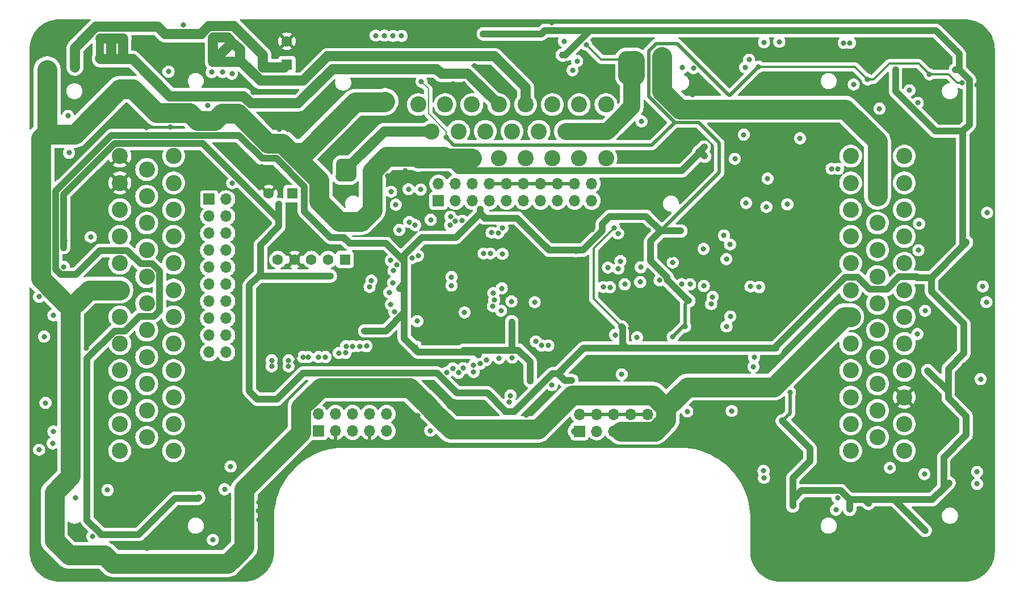
<source format=gbr>
%TF.GenerationSoftware,KiCad,Pcbnew,8.0.5*%
%TF.CreationDate,2024-10-18T05:49:16+03:00*%
%TF.ProjectId,ECUGDI,45435547-4449-42e6-9b69-6361645f7063,rev?*%
%TF.SameCoordinates,Original*%
%TF.FileFunction,Copper,L3,Inr*%
%TF.FilePolarity,Positive*%
%FSLAX46Y46*%
G04 Gerber Fmt 4.6, Leading zero omitted, Abs format (unit mm)*
G04 Created by KiCad (PCBNEW 8.0.5) date 2024-10-18 05:49:16*
%MOMM*%
%LPD*%
G01*
G04 APERTURE LIST*
%TA.AperFunction,ComponentPad*%
%ADD10R,1.700000X1.700000*%
%TD*%
%TA.AperFunction,ComponentPad*%
%ADD11O,1.700000X1.700000*%
%TD*%
%TA.AperFunction,ComponentPad*%
%ADD12R,1.600000X1.600000*%
%TD*%
%TA.AperFunction,ComponentPad*%
%ADD13C,1.600000*%
%TD*%
%TA.AperFunction,ComponentPad*%
%ADD14C,2.400000*%
%TD*%
%TA.AperFunction,ViaPad*%
%ADD15C,0.800000*%
%TD*%
%TA.AperFunction,Conductor*%
%ADD16C,3.000000*%
%TD*%
%TA.AperFunction,Conductor*%
%ADD17C,1.000000*%
%TD*%
%TA.AperFunction,Conductor*%
%ADD18C,1.500000*%
%TD*%
%TA.AperFunction,Conductor*%
%ADD19C,0.800000*%
%TD*%
%TA.AperFunction,Conductor*%
%ADD20C,0.350000*%
%TD*%
%TA.AperFunction,Conductor*%
%ADD21C,0.500000*%
%TD*%
%TA.AperFunction,Conductor*%
%ADD22C,2.500000*%
%TD*%
%TA.AperFunction,Conductor*%
%ADD23C,0.200000*%
%TD*%
%TA.AperFunction,Conductor*%
%ADD24C,1.200000*%
%TD*%
G04 APERTURE END LIST*
D10*
%TO.N,/OUT_INJ1_N*%
%TO.C,J13*%
X94310000Y-70450000D03*
D11*
X96850000Y-70450000D03*
%TO.N,/OUT_INJ1_P*%
X94310000Y-72990000D03*
X96850000Y-72990000D03*
%TO.N,/OUT_INJ2_N*%
X94310000Y-75530000D03*
X96850000Y-75530000D03*
%TO.N,/OUT_INJ2_P*%
X94310000Y-78070000D03*
X96850000Y-78070000D03*
%TO.N,/OUT_INJ3_N*%
X94310000Y-80610000D03*
X96850000Y-80610000D03*
%TO.N,/OUT_INJ3_P*%
X94310000Y-83150000D03*
X96850000Y-83150000D03*
%TO.N,/OUT_INJ4_N*%
X94310000Y-85690000D03*
X96850000Y-85690000D03*
%TO.N,/OUT_INJ4_P*%
X94310000Y-88230000D03*
X96850000Y-88230000D03*
%TO.N,/OUT_PUMP_N*%
X94310000Y-90770000D03*
X96850000Y-90770000D03*
%TO.N,/OUT_PUMP_P*%
X94310000Y-93310000D03*
X96850000Y-93310000D03*
%TD*%
D10*
%TO.N,/DRVEN*%
%TO.C,J8*%
X128510000Y-70650000D03*
D11*
%TO.N,/UART_RX*%
X128510000Y-68110000D03*
%TO.N,/RESETB*%
X131050000Y-70650000D03*
%TO.N,GND*%
X131050000Y-68110000D03*
%TO.N,/FLAG_0*%
X133590000Y-70650000D03*
%TO.N,/UART_TX*%
X133590000Y-68110000D03*
%TO.N,/FLAG_1*%
X136130000Y-70650000D03*
%TO.N,GND*%
X136130000Y-68110000D03*
%TO.N,/FLAG_2*%
X138670000Y-70650000D03*
%TO.N,GND*%
X138670000Y-68110000D03*
%TO.N,/AUX_SPI_CS1*%
X141210000Y-70650000D03*
%TO.N,GND*%
X141210000Y-68110000D03*
%TO.N,unconnected-(J8-Pin_13-Pad13)*%
X143750000Y-70650000D03*
%TO.N,GND*%
X143750000Y-68110000D03*
%TO.N,unconnected-(J8-Pin_15-Pad15)*%
X146290000Y-70650000D03*
%TO.N,GND*%
X146290000Y-68110000D03*
%TO.N,unconnected-(J8-Pin_17-Pad17)*%
X148830000Y-70650000D03*
%TO.N,GND*%
X148830000Y-68110000D03*
%TO.N,/OA_1*%
X151370000Y-70650000D03*
%TO.N,/OA_2*%
X151370000Y-68110000D03*
%TD*%
D12*
%TO.N,Net-(D24-A)*%
%TO.C,J12*%
X114550000Y-79450000D03*
D13*
%TO.N,/USB_D-*%
X112050000Y-79450000D03*
%TO.N,/USB_D+*%
X109550000Y-79450000D03*
%TO.N,GND*%
X107050000Y-79450000D03*
%TO.N,/USB_SHIELD*%
X104550000Y-79450000D03*
%TD*%
D10*
%TO.N,/ingect-1*%
%TO.C,J16*%
X110630000Y-105040000D03*
D11*
%TO.N,/ingect-2*%
X110630000Y-102500000D03*
%TO.N,GND*%
X113170000Y-105040000D03*
%TO.N,/ingect-3*%
X113170000Y-102500000D03*
%TO.N,/ingect-4*%
X115710000Y-105040000D03*
%TO.N,/out_pump1_H*%
X115710000Y-102500000D03*
%TO.N,GND*%
X118250000Y-105040000D03*
%TO.N,/out_pump2_H*%
X118250000Y-102500000D03*
%TO.N,/CAN+*%
X120790000Y-105040000D03*
%TO.N,/CAN-*%
X120790000Y-102500000D03*
%TD*%
D10*
%TO.N,+5V*%
%TO.C,J17*%
X149560000Y-105090000D03*
D11*
%TO.N,GND*%
X149560000Y-102550000D03*
%TO.N,+3.3V*%
X152100000Y-105090000D03*
%TO.N,GND*%
X152100000Y-102550000D03*
%TO.N,/12V_MR*%
X154640000Y-105090000D03*
%TO.N,GND*%
X154640000Y-102550000D03*
%TO.N,/12V_MR*%
X157180000Y-105090000D03*
%TO.N,GND*%
X157180000Y-102550000D03*
%TO.N,/12V_MR*%
X159720000Y-105090000D03*
%TO.N,GND*%
X159720000Y-102550000D03*
%TD*%
D14*
%TO.N,/12V_MR*%
%TO.C,J6*%
X125500000Y-64300000D03*
X129500000Y-64300000D03*
X133500000Y-64300000D03*
%TO.N,GND*%
X137500000Y-64300000D03*
X141500000Y-64300000D03*
%TO.N,/AT4*%
X145500000Y-64300000D03*
%TO.N,/AV2*%
X149500000Y-64300000D03*
%TO.N,/AV1*%
X153500000Y-64300000D03*
%TO.N,/12V_IGN*%
X127500000Y-60300000D03*
%TO.N,/HS2*%
X131500000Y-60300000D03*
%TO.N,/CAN+*%
X135500000Y-60300000D03*
%TO.N,/CAN-*%
X139500000Y-60300000D03*
%TO.N,/5V_SENSOR_2*%
X143500000Y-60300000D03*
%TO.N,/12V_start*%
X147500000Y-60300000D03*
X151500000Y-60300000D03*
%TO.N,/HS3*%
X125500000Y-56300000D03*
%TO.N,/CAN2+*%
X129500000Y-56300000D03*
%TO.N,/CAN2-*%
X133500000Y-56300000D03*
%TO.N,/OUT_LS2*%
X137500000Y-56300000D03*
%TO.N,/OUT_LS1*%
X141500000Y-56300000D03*
%TO.N,/L_D*%
X145500000Y-56300000D03*
%TO.N,/R_D*%
X149500000Y-56300000D03*
%TO.N,/DIGITAL_5*%
X153500000Y-56300000D03*
%TD*%
D12*
%TO.N,/12V_MR*%
%TO.C,C55*%
X105900000Y-50350000D03*
D13*
%TO.N,GND*%
X105900000Y-46850000D03*
%TD*%
D14*
%TO.N,GND*%
%TO.C,J4*%
X81000000Y-64000000D03*
X81000000Y-68000000D03*
%TO.N,/HS1*%
X81000000Y-72000000D03*
%TO.N,/HS4*%
X81000000Y-76000000D03*
%TO.N,/IGN5*%
X81000000Y-80000000D03*
%TO.N,/12V_MR*%
X81000000Y-84000000D03*
%TO.N,/IGN7*%
X81000000Y-88000000D03*
%TO.N,/IGN8*%
X81000000Y-92000000D03*
%TO.N,/IGN1*%
X81000000Y-96000000D03*
%TO.N,/IGN2*%
X81000000Y-100000000D03*
%TO.N,/IGN3*%
X81000000Y-104000000D03*
%TO.N,/IGN4*%
X81000000Y-108000000D03*
%TO.N,/LS14*%
X85000000Y-66000000D03*
%TO.N,/LS15*%
X85000000Y-70000000D03*
%TO.N,/LS13*%
X85000000Y-74000000D03*
%TO.N,/LS16*%
X85000000Y-78000000D03*
%TO.N,/IGN6*%
X85000000Y-82000000D03*
%TO.N,/ingect-5*%
X85000000Y-86000000D03*
%TO.N,/ingect-6*%
X85000000Y-90000000D03*
%TO.N,/ingect-7*%
X85000000Y-94000000D03*
%TO.N,/ingect-8*%
X85000000Y-98000000D03*
%TO.N,/ETB1-*%
X85000000Y-102000000D03*
%TO.N,/ETB1+*%
X85000000Y-106000000D03*
%TO.N,/OUT_INJ1_N*%
X89000000Y-64000000D03*
%TO.N,/OUT_INJ1_P*%
X89000000Y-68000000D03*
%TO.N,/OUT_INJ2_N*%
X89000000Y-72000000D03*
%TO.N,/OUT_INJ2_P*%
X89000000Y-76000000D03*
%TO.N,/OUT_INJ3_N*%
X89000000Y-80000000D03*
%TO.N,/OUT_INJ3_P*%
X89000000Y-84000000D03*
%TO.N,/OUT_INJ4_N*%
X89000000Y-88000000D03*
%TO.N,/OUT_INJ4_P*%
X89000000Y-92000000D03*
%TO.N,/OUT_PUMP_N*%
X89000000Y-96000000D03*
%TO.N,/OUT_PUMP_P*%
X89000000Y-100000000D03*
%TO.N,/ETB2-*%
X89000000Y-104000000D03*
%TO.N,/ETB2+*%
X89000000Y-108000000D03*
%TD*%
D12*
%TO.N,Net-(U16-EN)*%
%TO.C,C105*%
X106700000Y-69600000D03*
D13*
%TO.N,GND*%
X103200000Y-69600000D03*
%TD*%
D14*
%TO.N,/DIGITAL_1*%
%TO.C,J5*%
X198000000Y-108000000D03*
%TO.N,/DIGITAL_2*%
X198000000Y-104000000D03*
%TO.N,GND*%
X198000000Y-100000000D03*
%TO.N,/AV10*%
X198000000Y-96000000D03*
%TO.N,/AV9*%
X198000000Y-92000000D03*
%TO.N,/AV8*%
X198000000Y-88000000D03*
%TO.N,/AV5*%
X198000000Y-84000000D03*
%TO.N,/LSU_Bla\u0441k*%
X198000000Y-80000000D03*
%TO.N,/LSU_White*%
X198000000Y-76000000D03*
%TO.N,/AV3*%
X198000000Y-72000000D03*
%TO.N,/KNOCK_1*%
X198000000Y-68000000D03*
%TO.N,/KNOCK_2*%
X198000000Y-64000000D03*
%TO.N,/DIGITAL_4*%
X194000000Y-106000000D03*
%TO.N,/DIGITAL_3*%
X194000000Y-102000000D03*
%TO.N,/EGT+*%
X194000000Y-98000000D03*
%TO.N,/AV11*%
X194000000Y-94000000D03*
%TO.N,/AV7*%
X194000000Y-90000000D03*
%TO.N,/AV6*%
X194000000Y-86000000D03*
%TO.N,/LSU_Red*%
X194000000Y-82000000D03*
%TO.N,/LSU_Green*%
X194000000Y-78000000D03*
%TO.N,/AV4*%
X194000000Y-74000000D03*
%TO.N,/starter*%
X194000000Y-70000000D03*
X194000000Y-66000000D03*
%TO.N,/DIGITAL_6*%
X190000000Y-108000000D03*
%TO.N,/VR1-*%
X190000000Y-104000000D03*
%TO.N,/VR1+*%
X190000000Y-100000000D03*
%TO.N,/EGT-*%
X190000000Y-96000000D03*
%TO.N,/5V_SENSOR_1*%
X190000000Y-92000000D03*
%TO.N,/12V_MR*%
X190000000Y-88000000D03*
%TO.N,/5V_SENSOR_2*%
X190000000Y-84000000D03*
%TO.N,/LSU_Yellow*%
X190000000Y-80000000D03*
%TO.N,/LSU_Grey*%
X190000000Y-76000000D03*
%TO.N,/AT1*%
X190000000Y-72000000D03*
%TO.N,/AT2*%
X190000000Y-68000000D03*
%TO.N,/AT3*%
X190000000Y-64000000D03*
%TD*%
D15*
%TO.N,Net-(BT1-+)*%
X127300000Y-105000000D03*
%TO.N,GND*%
X122650000Y-56900000D03*
X203400000Y-48350000D03*
X101700000Y-118300000D03*
X189400000Y-125000000D03*
X76000000Y-92700000D03*
X122150000Y-66850000D03*
X144850000Y-75300000D03*
X140850000Y-97500000D03*
X92050000Y-121250000D03*
X104850000Y-94850000D03*
X199800000Y-93650000D03*
X83900000Y-115600000D03*
X187350000Y-99350000D03*
X207950000Y-97600000D03*
X130250000Y-90500000D03*
X95050000Y-115250000D03*
X193300000Y-49750000D03*
X168800000Y-50000000D03*
X200000000Y-80750000D03*
X171200000Y-60200000D03*
X141600000Y-102650000D03*
X71200000Y-96550000D03*
X155800000Y-68200000D03*
X160400000Y-58800000D03*
X160750000Y-90300000D03*
X125450000Y-102750000D03*
X102150000Y-65550000D03*
X118050000Y-58750000D03*
X201250000Y-103050000D03*
X102550000Y-98600000D03*
X185150000Y-71450000D03*
X146050000Y-75300000D03*
X195800000Y-125400000D03*
X206900000Y-110908815D03*
X200450000Y-99100000D03*
X92200000Y-103800000D03*
X126350000Y-86300000D03*
X83900000Y-116900000D03*
X95000000Y-118350000D03*
X134500000Y-87150000D03*
X137250000Y-53050000D03*
X167000000Y-106800000D03*
X83900000Y-118050000D03*
X133150000Y-101250000D03*
X196950000Y-118150000D03*
X145450000Y-44100000D03*
X88550000Y-59650000D03*
X166400000Y-54850000D03*
X139168727Y-80649500D03*
X112200000Y-64800000D03*
X155750000Y-85150000D03*
X132400000Y-83800000D03*
X202300000Y-49800000D03*
X163400000Y-95800000D03*
X69450000Y-105450000D03*
X173050000Y-89650000D03*
X123600000Y-67250000D03*
X95050000Y-116750000D03*
X72650000Y-52400000D03*
X210700199Y-90921491D03*
X84950000Y-59750000D03*
X175950000Y-85000000D03*
X195850000Y-56900000D03*
X93550000Y-100150000D03*
X185200000Y-88200000D03*
X168800000Y-49050000D03*
X182150000Y-69400000D03*
X171800000Y-82050000D03*
X187400000Y-100450000D03*
X183250000Y-98400000D03*
X182200000Y-71600000D03*
X183590329Y-62050000D03*
X179450000Y-114950000D03*
X85050000Y-122550000D03*
X125450000Y-104200000D03*
X168600000Y-91000000D03*
X130150000Y-101400000D03*
X172200000Y-62550000D03*
X193350000Y-48500000D03*
X101650000Y-117000000D03*
X166950000Y-53700000D03*
X117000000Y-93500000D03*
X79450000Y-59600000D03*
X163300000Y-78800000D03*
X205800000Y-115000000D03*
X203400000Y-62200000D03*
X105950000Y-58050000D03*
X179100000Y-66100000D03*
X69650000Y-48250000D03*
X157150000Y-89750000D03*
X182600000Y-125000000D03*
X97200000Y-118250000D03*
X206900000Y-109050000D03*
X73900000Y-120100000D03*
X183400000Y-84000000D03*
X74400000Y-76750000D03*
X109200000Y-76600000D03*
X130650000Y-53200000D03*
X177800000Y-53400000D03*
X172800000Y-95850000D03*
X99000000Y-101600000D03*
X81350000Y-115650000D03*
X68150000Y-112350000D03*
X159700000Y-46700000D03*
X81300000Y-117200000D03*
X75300000Y-52400000D03*
X206850000Y-81700000D03*
X132250000Y-53200000D03*
X185300000Y-117000000D03*
X120950000Y-66900000D03*
X70000000Y-88500000D03*
X74550000Y-57150000D03*
X115950000Y-68900000D03*
X123600000Y-66200000D03*
X133155785Y-79050500D03*
X200950000Y-116750000D03*
X142863025Y-87649500D03*
X146700000Y-83350000D03*
X186150000Y-109600000D03*
X181200000Y-87600000D03*
X107200000Y-93800000D03*
X101700000Y-115700000D03*
X208450000Y-83850000D03*
X159600000Y-59800000D03*
X196400000Y-120200000D03*
X166650000Y-79250000D03*
X114650000Y-68950000D03*
X203800000Y-125400000D03*
X159800000Y-75050000D03*
X90350000Y-48450000D03*
X152050000Y-90200000D03*
X136450000Y-102050000D03*
X84950000Y-121300000D03*
X192650000Y-109650000D03*
X100850000Y-54450000D03*
X113150000Y-90024500D03*
X179426943Y-60399500D03*
X210050000Y-102750000D03*
X84550000Y-48500000D03*
X168400000Y-72200000D03*
X181350000Y-117850000D03*
X71150000Y-95500000D03*
X202000000Y-65150000D03*
X146150000Y-80850000D03*
X114250000Y-90024500D03*
X182150000Y-102000000D03*
X159600000Y-61200000D03*
X147600000Y-50200000D03*
X71550000Y-48200000D03*
X158950000Y-47550000D03*
X112800000Y-83700000D03*
X102150000Y-66500000D03*
X163800000Y-68600000D03*
X202250000Y-48350000D03*
X92700000Y-122400000D03*
X127300000Y-52950000D03*
X86350000Y-48250000D03*
X104800000Y-58050000D03*
X166850000Y-52450000D03*
X95150000Y-100150000D03*
X78850000Y-116600000D03*
X208800000Y-53350000D03*
X102150000Y-67500000D03*
X78850000Y-118150000D03*
X203400000Y-49800000D03*
X104800000Y-60000000D03*
X136900000Y-90000000D03*
X133900000Y-50500000D03*
X182050000Y-75800000D03*
X156200000Y-61200000D03*
X126800000Y-45900000D03*
X117050000Y-58750000D03*
X200250000Y-75700000D03*
X194450000Y-48500000D03*
X97200000Y-115200000D03*
X172700000Y-66450000D03*
X92000000Y-48400000D03*
X125450000Y-94799502D03*
X106400000Y-88950000D03*
X209200000Y-68200000D03*
X128250000Y-84350000D03*
X128400000Y-91350000D03*
X124800000Y-67300000D03*
X125100000Y-45800000D03*
X105950000Y-59050000D03*
X202600000Y-56300000D03*
X104800000Y-59050000D03*
X209250000Y-70250000D03*
X106000000Y-60000000D03*
X170300000Y-95750000D03*
X151450000Y-75000000D03*
X104850000Y-96700000D03*
X113550000Y-68950000D03*
X97150000Y-116750000D03*
X194450000Y-49700000D03*
X107194107Y-94794107D03*
X93250000Y-121250000D03*
X164600000Y-106800000D03*
X210800000Y-98950000D03*
X207000000Y-95250000D03*
X189400000Y-119300000D03*
X75200000Y-120100000D03*
%TO.N,/12V_MR*%
X74300000Y-50750000D03*
X98900000Y-123050000D03*
X119150000Y-46000000D03*
X119250000Y-55800000D03*
X79950000Y-124850000D03*
X79950000Y-123950000D03*
X98350000Y-124100000D03*
X70150000Y-60400000D03*
X74300000Y-49850000D03*
X97200000Y-57150000D03*
X118000000Y-55800000D03*
X69950000Y-71100000D03*
X70150000Y-62950000D03*
X121735000Y-46050500D03*
X70900000Y-52650000D03*
X102300000Y-49850000D03*
X168150000Y-62650000D03*
X70150000Y-61650000D03*
X120550000Y-55850000D03*
X70900000Y-51200000D03*
X70050000Y-73650000D03*
X116650000Y-55800000D03*
X74300000Y-48950000D03*
X69900000Y-69850000D03*
X102350000Y-50750000D03*
X167350000Y-63350000D03*
X120450000Y-46000000D03*
X70000000Y-51300000D03*
X83050000Y-53550000D03*
X102300000Y-48900000D03*
X83050000Y-54800000D03*
X97200000Y-58050000D03*
X69950000Y-52550000D03*
X83850000Y-54150000D03*
X70150000Y-64200000D03*
X123005000Y-46050500D03*
X168200000Y-64000000D03*
X70000000Y-72350000D03*
%TO.N,/mcu/nRESET*%
X132400000Y-87350000D03*
%TO.N,+5V*%
X192650000Y-115850000D03*
X92150000Y-62100000D03*
X181350000Y-116250000D03*
X148400000Y-97550000D03*
X179800000Y-103550000D03*
X180950000Y-99250000D03*
X207225000Y-104475000D03*
X204650000Y-112800000D03*
X104700000Y-74500000D03*
X201500000Y-96050000D03*
X177600000Y-67350000D03*
X154700000Y-74700000D03*
X138500000Y-102150000D03*
X147000000Y-48900000D03*
X72600000Y-77650000D03*
X104700000Y-73450000D03*
X147700000Y-97550000D03*
X104700000Y-71200000D03*
X172714829Y-64412500D03*
X72652288Y-76616048D03*
X155800000Y-89500000D03*
X189850000Y-116750000D03*
X199950000Y-82150000D03*
X183425000Y-110025000D03*
X112400000Y-81900000D03*
X201100000Y-119900000D03*
X205640000Y-51090000D03*
X135200000Y-45749500D03*
X207250000Y-76850000D03*
X206873077Y-90326923D03*
X177425000Y-71600000D03*
X196677500Y-51040000D03*
X104700000Y-72200000D03*
%TO.N,/5V_SENSOR_1*%
X188100000Y-65900000D03*
X187150000Y-65900000D03*
X195850000Y-110550500D03*
%TO.N,/5V_SENSOR_2*%
X188950000Y-47100000D03*
X158800000Y-58800000D03*
X189900000Y-47100000D03*
%TO.N,/DIGITAL_5*%
X201003689Y-111488496D03*
%TO.N,/knock/FILTERED_1*%
X200000000Y-56050000D03*
X136624567Y-86416417D03*
%TO.N,/knock/FILTERED_2*%
X194300000Y-56910000D03*
X137850500Y-87099500D03*
%TO.N,/CAN-*%
X154850000Y-90687500D03*
%TO.N,/CAN+*%
X158150000Y-91050000D03*
%TO.N,/mcu/SWDIO*%
X122656085Y-75023286D03*
X121950500Y-87261257D03*
X130450000Y-82060000D03*
%TO.N,/mcu/SWCLK*%
X130450000Y-83330000D03*
%TO.N,/mcu/SD_CS*%
X121736747Y-82897919D03*
X174249500Y-50750000D03*
%TO.N,/mcu/SD_MOSI*%
X121805709Y-81098919D03*
X174850000Y-49600000D03*
%TO.N,/mcu/SD_SCK*%
X121400000Y-79587000D03*
X177075000Y-47000000D03*
%TO.N,/mcu/SD_MISO*%
X122300000Y-80200000D03*
X179350000Y-46925000D03*
%TO.N,/mcu/BOOT0*%
X125350000Y-88650000D03*
%TO.N,/mcu/AV5*%
X139021075Y-100722933D03*
X209375500Y-97293743D03*
%TO.N,/mcu/AV6*%
X139250000Y-99750000D03*
X210250000Y-85800000D03*
%TO.N,/mcu/AV7*%
X201100000Y-87100000D03*
X137550000Y-94200000D03*
%TO.N,/mcu/AV8*%
X199950000Y-90550000D03*
X139499500Y-94087500D03*
%TO.N,/mcu/AV1*%
X133750000Y-96250000D03*
X209711771Y-83466350D03*
%TO.N,/mcu/AV2*%
X210350000Y-72450000D03*
X133750000Y-95200000D03*
%TO.N,/mcu/AV3*%
X134728763Y-94997444D03*
X200200000Y-74100000D03*
%TO.N,/mcu/AV4*%
X135639410Y-94461608D03*
X200100000Y-78050000D03*
%TO.N,/mcu/AV9*%
X208850000Y-112949500D03*
X208850000Y-111150500D03*
%TO.N,/mcu/AT1*%
X144900000Y-92287500D03*
X174399500Y-71000500D03*
%TO.N,/mcu/AT2*%
X143900497Y-92287500D03*
X180550000Y-71200000D03*
%TO.N,/mcu/AT3*%
X143049500Y-91688000D03*
X182433672Y-61338211D03*
%TO.N,/mcu/AT4*%
X137950000Y-83746715D03*
X174050000Y-60800000D03*
%TO.N,/mcu/5V_SENSOR_1_PG*%
X136837893Y-85439945D03*
X198772500Y-54172500D03*
%TO.N,/mcu/5V_SENSOR_2_PG*%
X136700000Y-84450000D03*
X190452500Y-53302500D03*
%TO.N,/LSU_Yellow*%
X155349500Y-80800000D03*
X169188621Y-86099379D03*
%TO.N,/mcu/VR_1*%
X172250000Y-102050000D03*
X165624006Y-102125994D03*
%TO.N,/etb-2/DIS*%
X96600000Y-113750000D03*
X138049500Y-78600000D03*
%TO.N,/etb-1/DIS*%
X136430869Y-75424420D03*
X79150000Y-113875498D03*
%TO.N,/lowside_quad4/IN4*%
X113649500Y-93400000D03*
X94086404Y-56399500D03*
%TO.N,/lowside_quad4/IN3*%
X94700000Y-51469500D03*
X114648931Y-93388175D03*
%TO.N,/lowside_quad4/IN2*%
X114724245Y-92391514D03*
X96300000Y-51469500D03*
%TO.N,/lowside_quad4/IN1*%
X97700000Y-51700000D03*
X115723744Y-92388981D03*
%TO.N,/highside_quad/IN1*%
X121447785Y-69325478D03*
X125850000Y-69000000D03*
%TO.N,Net-(RN13-R4.2)*%
X73400000Y-63500000D03*
X124050000Y-68950000D03*
%TO.N,Net-(RN13-R1.2)*%
X76650000Y-76100000D03*
X122147785Y-71245122D03*
%TO.N,/ign2/IN4*%
X132050500Y-73650000D03*
X69700000Y-90950000D03*
%TO.N,/ign2/IN3*%
X131052663Y-73707650D03*
X71075000Y-87775000D03*
%TO.N,/ign2/IN2*%
X130256456Y-74313378D03*
X68950000Y-85010500D03*
%TO.N,/ign2/IN1*%
X72608158Y-80538062D03*
X127354428Y-73500500D03*
%TO.N,/ign1/IN4*%
X70950500Y-106900000D03*
X125039183Y-74295820D03*
%TO.N,/ign1/IN3*%
X71075000Y-105125000D03*
X124144622Y-73844622D03*
%TO.N,/ign1/IN2*%
X69900000Y-100850000D03*
X118511622Y-82584485D03*
%TO.N,/ign1/IN1*%
X118229111Y-83543231D03*
X68950000Y-107850000D03*
%TO.N,/mcu/DIGITAL2*%
X177067718Y-112046206D03*
X187800000Y-116800000D03*
%TO.N,/mcu/DIGITAL3*%
X188055439Y-115060911D03*
X177005378Y-110994622D03*
%TO.N,/etb-2/DIR*%
X94850000Y-121300000D03*
X137428709Y-75482047D03*
%TO.N,/etb-1/DIR*%
X136250000Y-78550000D03*
X76900000Y-120750000D03*
%TO.N,/etb-1/PWM*%
X74400000Y-115050000D03*
X135250000Y-78550000D03*
%TO.N,/etb-2/PWM*%
X138050500Y-74699500D03*
X97500000Y-110349500D03*
%TO.N,/mcu/DIGITAL1*%
X142867804Y-85826012D03*
X139400000Y-85700000D03*
%TO.N,/mcu/CAN_RX*%
X147250000Y-46850000D03*
X124543253Y-79220216D03*
%TO.N,/mcu/CAN_TX*%
X148500000Y-51200000D03*
X125484792Y-78884792D03*
%TO.N,/ingect-5*%
X110600000Y-94000000D03*
X111650000Y-94000000D03*
%TO.N,/ingect-6*%
X108300500Y-94000000D03*
X109050000Y-94000000D03*
%TO.N,/ingect-7*%
X106150000Y-95400000D03*
X106150000Y-94500000D03*
%TO.N,/ingect-8*%
X103650000Y-94500000D03*
X103650000Y-95400000D03*
%TO.N,/AUX_SPI_CS*%
X155850000Y-96600000D03*
X129750000Y-96300000D03*
%TO.N,/AUX_SPI_MISO*%
X131500000Y-96350000D03*
X175500000Y-95450000D03*
%TO.N,/AUX_SPI_MOSI*%
X132232429Y-95669887D03*
%TO.N,/AUX_SPI_SCK*%
X130650000Y-95700000D03*
X175600000Y-94050500D03*
%TO.N,VDDA*%
X155300000Y-75550000D03*
X171475000Y-89425000D03*
%TO.N,/WDO/LED_GREEN*%
X161500000Y-82550000D03*
X164900000Y-50800000D03*
%TO.N,/WDO/LED_BLUE*%
X166550000Y-50850000D03*
X158600000Y-82800500D03*
%TO.N,/12V_start*%
X150550000Y-47350000D03*
X156550000Y-49550000D03*
X158000000Y-50750000D03*
X158000000Y-52050000D03*
X156600000Y-50750000D03*
X156600000Y-52050000D03*
X157900000Y-49550000D03*
%TO.N,/WDO/Ip_dac*%
X158675500Y-80600000D03*
X163451628Y-79901628D03*
%TO.N,Net-(U35A-+)*%
X172000000Y-77200000D03*
X168100000Y-83400000D03*
%TO.N,/WDO/heater_pwm*%
X156288743Y-83149500D03*
X172050000Y-87950000D03*
%TO.N,Net-(U35B--)*%
X166050500Y-83150000D03*
X169398678Y-85017557D03*
%TO.N,/WDO/Un_sense*%
X155650038Y-79683104D03*
X164800000Y-83100000D03*
%TO.N,/starter*%
X161800000Y-51300000D03*
X161800000Y-49150000D03*
X161850000Y-52400000D03*
X161850000Y-50250000D03*
%TO.N,/out_pump_L2*%
X116750976Y-92400976D03*
X88250000Y-51400000D03*
%TO.N,/out_pump_L1*%
X117775062Y-92374000D03*
X90500000Y-44450500D03*
%TO.N,+3.3V*%
X145000000Y-78000000D03*
X164668128Y-75182372D03*
X129650000Y-61200000D03*
X122700000Y-83750000D03*
X146700000Y-78050000D03*
X134500000Y-93700000D03*
X125965226Y-52884774D03*
X79250000Y-120500000D03*
X176250000Y-50650000D03*
X134700000Y-71950000D03*
X139450000Y-88747183D03*
X165300000Y-89449500D03*
X149050000Y-78100000D03*
X73250000Y-58000000D03*
X117500000Y-90100000D03*
X163450000Y-91000000D03*
X112400000Y-76150000D03*
X97750000Y-68050000D03*
X160150000Y-76700000D03*
X192500000Y-52550000D03*
X165850000Y-85600000D03*
X128200000Y-93250000D03*
X73407969Y-67207969D03*
X114375000Y-76125000D03*
X201750000Y-51800000D03*
X92750000Y-115000000D03*
X125400000Y-93200000D03*
X142200000Y-97600000D03*
X206600000Y-53050000D03*
%TO.N,/OUT_LS1*%
X98900000Y-49800000D03*
X96900000Y-49900000D03*
X98650000Y-47800000D03*
X94900000Y-49950000D03*
X94950000Y-46300000D03*
X97050000Y-46300000D03*
%TO.N,/OUT_LS2*%
X78050000Y-49450000D03*
X79650000Y-49550000D03*
X78125000Y-46425000D03*
X79750000Y-46450000D03*
X81475000Y-46425000D03*
X81475000Y-46425000D03*
X79700000Y-48000000D03*
X81450000Y-49500000D03*
%TO.N,/UART_RX*%
X121174500Y-84363743D03*
%TO.N,/UART_TX*%
X121402465Y-86147535D03*
%TO.N,/12V_IGN*%
X115450000Y-67000000D03*
X145450000Y-98200000D03*
X115550000Y-65150000D03*
X113900000Y-67050000D03*
X114000000Y-65150000D03*
%TO.N,/OUT_Start*%
X130300000Y-73050000D03*
X149200000Y-49800000D03*
%TO.N,/LSU_Green*%
X171100000Y-75850000D03*
X171460500Y-79380872D03*
X175054720Y-83466239D03*
%TO.N,/LSU_Red*%
X176350500Y-83560644D03*
X168050000Y-77850000D03*
%TO.N,/WDO/nRESET_1*%
X153800000Y-80650000D03*
%TO.N,/WDO/SWCLK_1*%
X154098759Y-83588002D03*
%TO.N,/WDO/SWDIO_1*%
X153100000Y-83549500D03*
%TD*%
D16*
%TO.N,/12V_MR*%
X97100000Y-124850000D02*
X99550000Y-122400000D01*
X106525000Y-63425000D02*
X105200000Y-62100000D01*
X110700000Y-67600000D02*
X106525000Y-63425000D01*
X76390651Y-84000000D02*
X81000000Y-84000000D01*
X126250000Y-100650000D02*
X126319849Y-100650000D01*
X78700000Y-123600000D02*
X79950000Y-124850000D01*
D17*
X129500000Y-64300000D02*
X131400000Y-66200000D01*
D18*
X74300000Y-47845837D02*
X77445837Y-44700000D01*
D17*
X131400000Y-66200000D02*
X164800000Y-66200000D01*
D16*
X189000000Y-88000000D02*
X190000000Y-88000000D01*
X129500000Y-64300000D02*
X129300000Y-64100000D01*
X73650000Y-86740651D02*
X76390651Y-84000000D01*
X116918377Y-73800000D02*
X113750000Y-73800000D01*
D18*
X93200000Y-45800000D02*
X93200000Y-45645836D01*
D16*
X95150000Y-58700000D02*
X92550000Y-58700000D01*
X81000000Y-54000000D02*
X74250000Y-60750000D01*
X70150000Y-60400000D02*
X69200000Y-61350000D01*
X129500000Y-64300000D02*
X125500000Y-64300000D01*
X82950000Y-54000000D02*
X81000000Y-54000000D01*
X71200000Y-121400000D02*
X73400000Y-123600000D01*
X118650000Y-66230151D02*
X118650000Y-72068377D01*
X118650000Y-72068377D02*
X116918377Y-73800000D01*
D18*
X86690811Y-44700000D02*
X87790811Y-45800000D01*
D16*
X108000000Y-101523755D02*
X110923755Y-98600000D01*
X69200000Y-61350000D02*
X69200000Y-82290651D01*
D17*
X167350000Y-63650000D02*
X167350000Y-63350000D01*
D16*
X165623755Y-98500000D02*
X178500000Y-98500000D01*
D18*
X105500000Y-50750000D02*
X105900000Y-50350000D01*
D16*
X74250000Y-60750000D02*
X70500000Y-60750000D01*
X162450000Y-103426245D02*
X160776245Y-105100000D01*
X120450000Y-55950000D02*
X120550000Y-55850000D01*
D18*
X102350000Y-50750000D02*
X105500000Y-50750000D01*
D16*
X110700000Y-70750000D02*
X110700000Y-67600000D01*
X129300000Y-64100000D02*
X127700000Y-64100000D01*
D18*
X93200000Y-45645836D02*
X94245837Y-44600000D01*
D16*
X162450000Y-101673755D02*
X165623755Y-98500000D01*
X162450000Y-101673755D02*
X162450000Y-103426245D01*
X127550000Y-101950000D02*
X130400000Y-104800000D01*
X108000000Y-105300000D02*
X108000000Y-101523755D01*
X96200000Y-57650000D02*
X95150000Y-58700000D01*
D18*
X102350000Y-50750000D02*
X102350000Y-48950000D01*
D16*
X178500000Y-98500000D02*
X189000000Y-88000000D01*
D18*
X94245837Y-44600000D02*
X98000000Y-44600000D01*
D17*
X164800000Y-66200000D02*
X167350000Y-63650000D01*
D18*
X98000000Y-44600000D02*
X102300000Y-48900000D01*
D16*
X160476245Y-99700000D02*
X162450000Y-101673755D01*
X103055635Y-62100000D02*
X98605635Y-57650000D01*
X127900000Y-64300000D02*
X133500000Y-64300000D01*
X110923755Y-98600000D02*
X124200000Y-98600000D01*
X99550000Y-122400000D02*
X99550000Y-113750000D01*
X97100000Y-124850000D02*
X98900000Y-123050000D01*
X127550000Y-101880151D02*
X127550000Y-101950000D01*
D19*
X98900000Y-123050000D02*
X98900000Y-120850000D01*
D16*
X143350000Y-104800000D02*
X148450000Y-99700000D01*
X127700000Y-64100000D02*
X127900000Y-64300000D01*
X99550000Y-113750000D02*
X108000000Y-105300000D01*
D17*
X167550000Y-63350000D02*
X168200000Y-64000000D01*
D16*
X70150000Y-51100000D02*
X70150000Y-60400000D01*
X71200000Y-114250000D02*
X71200000Y-121400000D01*
D18*
X74300000Y-48950000D02*
X74300000Y-47845837D01*
D16*
X120780151Y-64100000D02*
X118650000Y-66230151D01*
X130400000Y-104800000D02*
X143350000Y-104800000D01*
X106525000Y-63425000D02*
X108625000Y-63425000D01*
D18*
X102350000Y-48950000D02*
X102300000Y-48900000D01*
X74300000Y-50750000D02*
X74300000Y-48950000D01*
D16*
X73650000Y-111800000D02*
X71200000Y-114250000D01*
X91350000Y-57500000D02*
X86450000Y-57500000D01*
D17*
X167350000Y-63350000D02*
X167450000Y-63350000D01*
D16*
X86450000Y-57500000D02*
X82950000Y-54000000D01*
X73400000Y-123600000D02*
X78700000Y-123600000D01*
X124200000Y-98600000D02*
X126250000Y-100650000D01*
X113750000Y-73800000D02*
X110700000Y-70750000D01*
D17*
X167350000Y-63350000D02*
X167550000Y-63350000D01*
D16*
X105200000Y-62100000D02*
X103055635Y-62100000D01*
D19*
X125500000Y-64300000D02*
X125500000Y-65450000D01*
D18*
X77445837Y-44700000D02*
X86690811Y-44700000D01*
D16*
X116100000Y-55950000D02*
X120450000Y-55950000D01*
D18*
X87790811Y-45800000D02*
X93200000Y-45800000D01*
D17*
X167450000Y-63350000D02*
X168150000Y-62650000D01*
D16*
X69200000Y-82290651D02*
X73650000Y-86740651D01*
X98605635Y-57650000D02*
X96200000Y-57650000D01*
X126319849Y-100650000D02*
X127550000Y-101880151D01*
X73650000Y-86740651D02*
X73650000Y-111800000D01*
X79950000Y-124850000D02*
X97100000Y-124850000D01*
X148450000Y-99700000D02*
X160476245Y-99700000D01*
X127700000Y-64100000D02*
X120780151Y-64100000D01*
X70500000Y-60750000D02*
X70150000Y-60400000D01*
X108625000Y-63425000D02*
X116100000Y-55950000D01*
X92550000Y-58700000D02*
X91350000Y-57500000D01*
X160776245Y-105100000D02*
X155696245Y-105100000D01*
D17*
%TO.N,+5V*%
X203875000Y-113575000D02*
X204650000Y-112800000D01*
X108300000Y-96400000D02*
X128294365Y-96400000D01*
X139850000Y-102150000D02*
X145500000Y-96500000D01*
X197262994Y-82050000D02*
X199850000Y-82050000D01*
X202700000Y-45250000D02*
X151094365Y-45250000D01*
D20*
X151650000Y-77750000D02*
X154700000Y-74700000D01*
D17*
X80212994Y-62100000D02*
X72600000Y-69712994D01*
X138500000Y-102050000D02*
X138500000Y-102150000D01*
X92150000Y-62100000D02*
X93355635Y-62100000D01*
X192099837Y-115299837D02*
X192650000Y-115850000D01*
X146350000Y-96500000D02*
X150150000Y-92700000D01*
X204550000Y-95800000D02*
X206873077Y-93476923D01*
X203875000Y-113575000D02*
X203875000Y-108975000D01*
X183950000Y-107700000D02*
X179800000Y-103550000D01*
X206195635Y-51090000D02*
X206195635Y-48745635D01*
X181350000Y-115300000D02*
X181350000Y-116250000D01*
X192850000Y-83900000D02*
X195412994Y-83900000D01*
X72600000Y-69712994D02*
X72600000Y-76550000D01*
X104700000Y-73450000D02*
X104700000Y-74500000D01*
X72600000Y-76550000D02*
X72600000Y-77650000D01*
X181350000Y-115300000D02*
X181350000Y-112100000D01*
X204550000Y-99100000D02*
X201500000Y-96050000D01*
X181350000Y-112100000D02*
X183950000Y-109500000D01*
X202050000Y-84250000D02*
X202050000Y-82150000D01*
X202050000Y-82150000D02*
X206725000Y-77475000D01*
X178850000Y-92462994D02*
X189212994Y-82100000D01*
X110500000Y-81900000D02*
X112400000Y-81900000D01*
X183950000Y-109500000D02*
X183950000Y-107700000D01*
X202150163Y-115299837D02*
X203875000Y-113575000D01*
X182689089Y-113960911D02*
X188511074Y-113960911D01*
X145500000Y-96500000D02*
X146350000Y-96500000D01*
X144349000Y-45250000D02*
X143849500Y-45749500D01*
X207700000Y-59302818D02*
X207700000Y-52594365D01*
X101950000Y-81650000D02*
X101700000Y-81900000D01*
X151094365Y-45250000D02*
X147444365Y-48900000D01*
D21*
X180950000Y-102400000D02*
X179800000Y-103550000D01*
D17*
X147444365Y-48900000D02*
X147000000Y-48900000D01*
X206873077Y-89073077D02*
X202050000Y-84250000D01*
X189850000Y-115299837D02*
X189850000Y-116750000D01*
X101700000Y-81900000D02*
X100300000Y-83300000D01*
X100300000Y-99100000D02*
X101500000Y-100300000D01*
X192099837Y-115299837D02*
X196499837Y-115299837D01*
X100300000Y-83300000D02*
X100300000Y-99100000D01*
X178850000Y-92700000D02*
X178850000Y-92462994D01*
X202050000Y-82150000D02*
X199950000Y-82150000D01*
X138500000Y-102150000D02*
X139850000Y-102150000D01*
X196499837Y-115299837D02*
X202150163Y-115299837D01*
X128294365Y-96400000D02*
X131244365Y-99350000D01*
X147350000Y-97500000D02*
X148400000Y-97500000D01*
X104700000Y-71200000D02*
X104700000Y-74500000D01*
X92150000Y-62100000D02*
X80212994Y-62100000D01*
X195412994Y-83900000D02*
X197262994Y-82050000D01*
D21*
X180950000Y-99250000D02*
X180950000Y-102400000D01*
D17*
X188511074Y-113960911D02*
X189850000Y-115299837D01*
X207700000Y-52594365D02*
X206195635Y-51090000D01*
X156550000Y-92700000D02*
X155950000Y-92100000D01*
X72600000Y-76550000D02*
X72600000Y-76563760D01*
X151094365Y-45250000D02*
X144349000Y-45250000D01*
X148790000Y-105090000D02*
X149560000Y-105090000D01*
X206873077Y-91650000D02*
X206873077Y-90326923D01*
X104700000Y-73444365D02*
X104700000Y-74500000D01*
X206725000Y-60277818D02*
X202672182Y-60277818D01*
D20*
X155800000Y-89500000D02*
X151650000Y-85350000D01*
D17*
X72600000Y-76563760D02*
X72652288Y-76616048D01*
X131244365Y-99350000D02*
X135800000Y-99350000D01*
X207250000Y-76950000D02*
X207250000Y-76850000D01*
X203875000Y-108975000D02*
X207225000Y-105625000D01*
X143849500Y-45749500D02*
X135200000Y-45749500D01*
X147075000Y-95775000D02*
X146350000Y-96500000D01*
X199850000Y-82050000D02*
X199950000Y-82150000D01*
X202672182Y-60277818D02*
X196677500Y-54283135D01*
X146350000Y-96500000D02*
X147350000Y-97500000D01*
X155950000Y-92100000D02*
X155950000Y-89650000D01*
X204550000Y-100150000D02*
X204550000Y-99100000D01*
X206873077Y-91650000D02*
X206873077Y-89073077D01*
X206195635Y-51090000D02*
X205640000Y-51090000D01*
X206725000Y-64330635D02*
X206725000Y-60277818D01*
X206725000Y-60277818D02*
X207700000Y-59302818D01*
X207225000Y-102825000D02*
X204550000Y-100150000D01*
X191050000Y-82100000D02*
X192850000Y-83900000D01*
X207225000Y-102825000D02*
X207225000Y-104475000D01*
X189850000Y-115299837D02*
X192099837Y-115299837D01*
X101500000Y-100300000D02*
X104400000Y-100300000D01*
X101950000Y-77250000D02*
X101950000Y-81650000D01*
X189212994Y-82100000D02*
X191050000Y-82100000D01*
X135800000Y-99350000D02*
X138500000Y-102050000D01*
X207225000Y-105625000D02*
X207225000Y-102825000D01*
X204550000Y-99100000D02*
X204550000Y-95800000D01*
X155950000Y-89650000D02*
X155800000Y-89500000D01*
D20*
X151650000Y-85350000D02*
X151650000Y-77750000D01*
D17*
X104400000Y-100300000D02*
X108300000Y-96400000D01*
X156550000Y-92700000D02*
X178850000Y-92700000D01*
X206725000Y-77475000D02*
X207250000Y-76950000D01*
X110500000Y-81900000D02*
X101700000Y-81900000D01*
X104700000Y-74500000D02*
X101950000Y-77250000D01*
X206873077Y-93476923D02*
X206873077Y-91650000D01*
X181350000Y-115300000D02*
X182689089Y-113960911D01*
X206725000Y-77475000D02*
X206725000Y-64330635D01*
X150150000Y-92700000D02*
X156550000Y-92700000D01*
X196677500Y-54283135D02*
X196677500Y-51075000D01*
X93355635Y-62100000D02*
X104700000Y-73444365D01*
X206195635Y-48745635D02*
X202700000Y-45250000D01*
X196499837Y-115299837D02*
X201100000Y-119900000D01*
D22*
%TO.N,/12V_start*%
X156550000Y-49550000D02*
X157900000Y-49550000D01*
X151500000Y-60300000D02*
X153700000Y-60300000D01*
D20*
X152750000Y-49550000D02*
X156550000Y-49550000D01*
D22*
X158000000Y-52050000D02*
X158000000Y-49650000D01*
X158000000Y-52050000D02*
X156600000Y-52050000D01*
X156600000Y-52050000D02*
X156600000Y-49600000D01*
X157350000Y-52700000D02*
X158000000Y-52050000D01*
X156600000Y-49600000D02*
X156550000Y-49550000D01*
X158000000Y-49650000D02*
X157900000Y-49550000D01*
X147500000Y-60300000D02*
X151500000Y-60300000D01*
X153700000Y-60300000D02*
X157350000Y-56650000D01*
X157350000Y-56650000D02*
X157350000Y-52700000D01*
X157900000Y-49550000D02*
X157200000Y-49750000D01*
D20*
X150550000Y-47350000D02*
X152750000Y-49550000D01*
D22*
%TO.N,/starter*%
X161800000Y-49150000D02*
X161850000Y-49650000D01*
D16*
X161850000Y-53850000D02*
X161850000Y-54300000D01*
X161850000Y-49200000D02*
X161800000Y-49150000D01*
X164550000Y-57000000D02*
X189200000Y-57000000D01*
D22*
X161800000Y-51300000D02*
X161850000Y-51250000D01*
X161850000Y-50250000D02*
X161800000Y-49150000D01*
D16*
X161850000Y-54300000D02*
X164550000Y-57000000D01*
X194000000Y-66000000D02*
X194000000Y-70000000D01*
X161850000Y-53850000D02*
X161850000Y-52400000D01*
X194000000Y-61800000D02*
X194000000Y-66000000D01*
D22*
X161850000Y-51250000D02*
X161850000Y-50250000D01*
D16*
X161850000Y-53850000D02*
X161850000Y-49200000D01*
X189200000Y-57000000D02*
X194000000Y-61800000D01*
D23*
%TO.N,+3.3V*%
X125965226Y-52884774D02*
X127000000Y-53919548D01*
D17*
X150050000Y-78050000D02*
X152950000Y-75150000D01*
X123400000Y-91200000D02*
X125400000Y-93200000D01*
X112400000Y-76150000D02*
X108500000Y-72250000D01*
X83800000Y-120500000D02*
X79250000Y-120500000D01*
D21*
X165300000Y-89449500D02*
X165300000Y-88300000D01*
D17*
X114375000Y-76125000D02*
X115300000Y-77050000D01*
X115300000Y-77050000D02*
X120705635Y-77050000D01*
X80200000Y-90100000D02*
X76100000Y-94200000D01*
X76100000Y-94200000D02*
X76100000Y-118394365D01*
X123400000Y-87367392D02*
X123400000Y-91200000D01*
X132312500Y-92987500D02*
X139450000Y-92987500D01*
D21*
X130800000Y-62350000D02*
X129650000Y-61200000D01*
D17*
X78000000Y-78100000D02*
X82100000Y-78100000D01*
D21*
X165300000Y-89150000D02*
X165300000Y-88300000D01*
D20*
X190600000Y-50650000D02*
X192500000Y-52550000D01*
D17*
X152950000Y-75150000D02*
X152950000Y-74100000D01*
D23*
X127000000Y-57650000D02*
X129650000Y-60300000D01*
D21*
X160342284Y-62350000D02*
X130800000Y-62350000D01*
D17*
X132050000Y-93250000D02*
X132312500Y-92987500D01*
X108500000Y-72250000D02*
X108500000Y-68511270D01*
X98744365Y-60900000D02*
X79715938Y-60900000D01*
D23*
X129650000Y-60300000D02*
X129650000Y-61200000D01*
X72565938Y-68050000D02*
X71950000Y-68050000D01*
D17*
X123400000Y-87367392D02*
X120667392Y-90100000D01*
D23*
X134700000Y-71950000D02*
X135800000Y-73050000D01*
X125350000Y-93150000D02*
X125350000Y-92150000D01*
D20*
X201750000Y-51800000D02*
X204600000Y-51800000D01*
D17*
X148200000Y-78050000D02*
X149000000Y-78050000D01*
D20*
X204600000Y-51800000D02*
X205850000Y-53050000D01*
D17*
X123400000Y-79744365D02*
X123400000Y-78807834D01*
X139450000Y-92987500D02*
X139450000Y-88747183D01*
X132050000Y-93250000D02*
X134050000Y-93250000D01*
X159485256Y-73000000D02*
X161667628Y-75182372D01*
D21*
X171952082Y-54947918D02*
X171850000Y-54947918D01*
D17*
X108500000Y-68511270D02*
X104338730Y-64350000D01*
D21*
X171850000Y-54947918D02*
X164102083Y-47200001D01*
D17*
X71400000Y-69215938D02*
X71400000Y-80885539D01*
D20*
X192500000Y-52550000D02*
X193400000Y-52550000D01*
D17*
X72152523Y-81638062D02*
X74461938Y-81638062D01*
D21*
X170400000Y-66450000D02*
X161667628Y-75182372D01*
X165300000Y-88300000D02*
X165300000Y-86150000D01*
D17*
X152950000Y-74100000D02*
X154050000Y-73000000D01*
X126700000Y-93250000D02*
X132050000Y-93250000D01*
D21*
X160992283Y-47200001D02*
X159850001Y-48342283D01*
D17*
X143575000Y-76575000D02*
X145050000Y-78050000D01*
X162600000Y-82455635D02*
X165744365Y-85600000D01*
X143575000Y-76575000D02*
X145000000Y-78000000D01*
X140437500Y-92987500D02*
X142200000Y-94750000D01*
D23*
X146700000Y-78050000D02*
X146950000Y-78050000D01*
X125400000Y-93200000D02*
X125350000Y-93150000D01*
D17*
X160150000Y-76700000D02*
X161667628Y-75182372D01*
X162600000Y-82094365D02*
X162600000Y-82455635D01*
X120705635Y-77050000D02*
X123400000Y-79744365D01*
X123400000Y-83050000D02*
X122700000Y-83750000D01*
X148200000Y-78050000D02*
X150050000Y-78050000D01*
D23*
X73407969Y-67207969D02*
X72565938Y-68050000D01*
D17*
X154050000Y-73000000D02*
X159485256Y-73000000D01*
X146050000Y-78050000D02*
X148200000Y-78050000D01*
X145050000Y-78050000D02*
X146050000Y-78050000D01*
X79715938Y-60900000D02*
X71400000Y-69215938D01*
X115300000Y-77050000D02*
X114400000Y-76150000D01*
X135393865Y-73250000D02*
X140250000Y-73250000D01*
D21*
X176250000Y-50650000D02*
X171952082Y-54947918D01*
D17*
X102194365Y-64350000D02*
X98744365Y-60900000D01*
X134050000Y-93250000D02*
X134500000Y-93700000D01*
X78000000Y-120294365D02*
X78000000Y-120300000D01*
D21*
X163742284Y-58950000D02*
X167300000Y-58950000D01*
X165300000Y-86150000D02*
X165850000Y-85600000D01*
D17*
X160150000Y-76700000D02*
X160150000Y-79644365D01*
X126700000Y-93250000D02*
X128200000Y-93250000D01*
D21*
X163450000Y-91000000D02*
X165300000Y-89150000D01*
D17*
X123400000Y-78807834D02*
X126057834Y-76150000D01*
X126057834Y-76150000D02*
X131106135Y-76150000D01*
D21*
X164102083Y-47200001D02*
X160992283Y-47200001D01*
D20*
X176250000Y-50650000D02*
X190600000Y-50650000D01*
D17*
X78000000Y-120300000D02*
X78200000Y-120500000D01*
D21*
X159850001Y-48342283D02*
X159850001Y-55057717D01*
D17*
X123400000Y-91200000D02*
X125450000Y-93250000D01*
D20*
X195750000Y-50200000D02*
X200150000Y-50200000D01*
D17*
X84100000Y-80100000D02*
X85800000Y-80100000D01*
X134700000Y-72556135D02*
X135393865Y-73250000D01*
X139450000Y-92987500D02*
X140437500Y-92987500D01*
D21*
X170400000Y-62050000D02*
X170400000Y-66450000D01*
X159850001Y-55057717D02*
X163742284Y-58950000D01*
D20*
X205850000Y-53050000D02*
X206600000Y-53050000D01*
D17*
X140250000Y-73250000D02*
X143575000Y-76575000D01*
X149000000Y-78050000D02*
X149050000Y-78100000D01*
X86050000Y-87900000D02*
X83900000Y-87900000D01*
X89200000Y-115100000D02*
X83800000Y-120500000D01*
X142200000Y-94750000D02*
X142200000Y-97600000D01*
X161667628Y-75182372D02*
X164668128Y-75182372D01*
X165744365Y-85600000D02*
X165850000Y-85600000D01*
D20*
X200150000Y-50200000D02*
X201750000Y-51800000D01*
D17*
X146050000Y-78050000D02*
X146700000Y-78050000D01*
X74461938Y-81638062D02*
X78000000Y-78100000D01*
X104338730Y-64350000D02*
X102194365Y-64350000D01*
X78200000Y-120500000D02*
X79250000Y-120500000D01*
X134700000Y-71950000D02*
X134700000Y-72556135D01*
D21*
X167300000Y-58950000D02*
X170400000Y-62050000D01*
D23*
X127000000Y-53919548D02*
X127000000Y-57650000D01*
D17*
X81700000Y-90100000D02*
X80200000Y-90100000D01*
X131106135Y-76150000D02*
X134700000Y-72556135D01*
D23*
X92750000Y-115000000D02*
X92550000Y-115000000D01*
D17*
X123400000Y-83050000D02*
X123400000Y-87367392D01*
D20*
X193400000Y-52550000D02*
X195750000Y-50200000D01*
D17*
X83900000Y-87900000D02*
X81700000Y-90100000D01*
X76100000Y-118394365D02*
X78000000Y-120294365D01*
X71400000Y-80885539D02*
X72152523Y-81638062D01*
X86900000Y-87050000D02*
X86050000Y-87900000D01*
X85800000Y-80100000D02*
X86900000Y-81200000D01*
X123400000Y-79744365D02*
X123400000Y-83050000D01*
X120667392Y-90100000D02*
X117500000Y-90100000D01*
D21*
X163742284Y-58950000D02*
X160342284Y-62350000D01*
D17*
X86900000Y-81200000D02*
X86900000Y-87050000D01*
X82100000Y-78100000D02*
X84100000Y-80100000D01*
X114400000Y-76150000D02*
X112400000Y-76150000D01*
X92750000Y-115000000D02*
X92650000Y-115100000D01*
X125450000Y-93250000D02*
X126700000Y-93250000D01*
X160150000Y-79644365D02*
X162600000Y-82094365D01*
X92650000Y-115100000D02*
X89200000Y-115100000D01*
D18*
%TO.N,/OUT_LS1*%
X98900000Y-49800000D02*
X98995837Y-49800000D01*
X94900000Y-49950000D02*
X98750000Y-49950000D01*
X98995837Y-49800000D02*
X101945837Y-52750000D01*
X94900000Y-49950000D02*
X97775000Y-47075000D01*
X101945837Y-52750000D02*
X108350000Y-52750000D01*
X97775000Y-47075000D02*
X97775000Y-47025000D01*
X112000000Y-49100000D02*
X136850000Y-49100000D01*
X94900000Y-49950000D02*
X94900000Y-46350000D01*
X141500000Y-53750000D02*
X141500000Y-56300000D01*
X98750000Y-49950000D02*
X98900000Y-49800000D01*
X94900000Y-46350000D02*
X94950000Y-46300000D01*
X108350000Y-52750000D02*
X112000000Y-49100000D01*
X98550000Y-47800000D02*
X97775000Y-47025000D01*
X97050000Y-46300000D02*
X94950000Y-46300000D01*
X98900000Y-48050000D02*
X98650000Y-47800000D01*
X136850000Y-49100000D02*
X141500000Y-53750000D01*
X98900000Y-49800000D02*
X98900000Y-48050000D01*
X98650000Y-47800000D02*
X98550000Y-47800000D01*
X97775000Y-47025000D02*
X97050000Y-46300000D01*
%TO.N,/OUT_LS2*%
X81450000Y-46450000D02*
X81475000Y-46425000D01*
X79700000Y-46500000D02*
X79750000Y-46450000D01*
X112700000Y-51000000D02*
X128250000Y-51000000D01*
X132900000Y-51700000D02*
X137500000Y-56300000D01*
X81450000Y-49500000D02*
X78100000Y-49500000D01*
X100520458Y-56100000D02*
X107600000Y-56100000D01*
X82900000Y-49500000D02*
X88450000Y-55050000D01*
D24*
X79650000Y-49450000D02*
X78050000Y-49450000D01*
D18*
X79700000Y-49400000D02*
X79650000Y-49450000D01*
X128250000Y-51000000D02*
X128950000Y-51700000D01*
D24*
X78050000Y-49450000D02*
X78050000Y-46500000D01*
D18*
X107600000Y-56100000D02*
X112700000Y-51000000D01*
X79700000Y-48000000D02*
X79700000Y-49400000D01*
X81450000Y-49500000D02*
X82900000Y-49500000D01*
X79700000Y-48000000D02*
X79700000Y-46500000D01*
X81450000Y-49500000D02*
X81450000Y-46450000D01*
X88450000Y-55050000D02*
X99470458Y-55050000D01*
X78100000Y-49500000D02*
X78050000Y-49450000D01*
X99470458Y-55050000D02*
X100520458Y-56100000D01*
X128950000Y-51700000D02*
X132900000Y-51700000D01*
X81475000Y-46425000D02*
X78125000Y-46425000D01*
D24*
X78050000Y-46500000D02*
X78125000Y-46425000D01*
D18*
%TO.N,/12V_IGN*%
X115450000Y-67000000D02*
X115400000Y-67050000D01*
X115550000Y-66900000D02*
X115450000Y-67000000D01*
X114000000Y-65150000D02*
X115550000Y-65150000D01*
X114650000Y-65800000D02*
X114650000Y-66850000D01*
X114000000Y-65150000D02*
X114650000Y-65800000D01*
X114000000Y-66950000D02*
X113900000Y-67050000D01*
X127500000Y-60300000D02*
X120400000Y-60300000D01*
X115550000Y-65150000D02*
X115550000Y-66900000D01*
X120400000Y-60300000D02*
X115550000Y-65150000D01*
X115400000Y-67050000D02*
X113900000Y-67050000D01*
X114000000Y-65150000D02*
X114000000Y-66950000D01*
%TO.N,/R_D*%
X149500000Y-55850000D02*
X149500000Y-56300000D01*
%TD*%
%TA.AperFunction,Conductor*%
%TO.N,GND*%
G36*
X207002702Y-43550617D02*
G01*
X207386771Y-43567386D01*
X207397506Y-43568326D01*
X207775971Y-43618152D01*
X207786597Y-43620025D01*
X208159284Y-43702648D01*
X208169710Y-43705442D01*
X208533765Y-43820227D01*
X208543911Y-43823920D01*
X208896578Y-43970000D01*
X208906369Y-43974566D01*
X209244942Y-44150816D01*
X209254309Y-44156223D01*
X209420728Y-44262244D01*
X209576244Y-44361318D01*
X209585105Y-44367523D01*
X209887930Y-44599889D01*
X209896217Y-44606843D01*
X210177635Y-44864715D01*
X210185284Y-44872364D01*
X210443156Y-45153782D01*
X210450110Y-45162069D01*
X210682476Y-45464894D01*
X210688681Y-45473755D01*
X210893775Y-45795689D01*
X210899183Y-45805057D01*
X211075430Y-46143623D01*
X211080002Y-46153427D01*
X211226075Y-46506078D01*
X211229775Y-46516244D01*
X211344554Y-46880278D01*
X211347354Y-46890727D01*
X211429971Y-47263389D01*
X211431849Y-47274042D01*
X211481671Y-47652473D01*
X211482614Y-47663249D01*
X211487401Y-47772888D01*
X211496741Y-47986820D01*
X211499382Y-48047297D01*
X211499500Y-48052706D01*
X211499500Y-72405824D01*
X211486505Y-72450078D01*
X211497477Y-72471868D01*
X211499500Y-72494175D01*
X211499500Y-123047293D01*
X211499382Y-123052702D01*
X211482614Y-123436750D01*
X211481671Y-123447526D01*
X211431849Y-123825957D01*
X211429971Y-123836610D01*
X211347354Y-124209272D01*
X211344554Y-124219721D01*
X211229775Y-124583755D01*
X211226075Y-124593921D01*
X211080002Y-124946572D01*
X211075430Y-124956376D01*
X210899183Y-125294942D01*
X210893775Y-125304310D01*
X210688681Y-125626244D01*
X210682476Y-125635105D01*
X210450110Y-125937930D01*
X210443156Y-125946217D01*
X210185284Y-126227635D01*
X210177635Y-126235284D01*
X209896217Y-126493156D01*
X209887930Y-126500110D01*
X209585105Y-126732476D01*
X209576244Y-126738681D01*
X209254310Y-126943775D01*
X209244942Y-126949183D01*
X208906376Y-127125430D01*
X208896572Y-127130002D01*
X208543921Y-127276075D01*
X208533755Y-127279775D01*
X208169721Y-127394554D01*
X208159272Y-127397354D01*
X207786610Y-127479971D01*
X207775957Y-127481849D01*
X207397526Y-127531671D01*
X207386750Y-127532614D01*
X207002703Y-127549382D01*
X206997294Y-127549500D01*
X179502706Y-127549500D01*
X179497297Y-127549382D01*
X179113249Y-127532614D01*
X179102473Y-127531671D01*
X178724042Y-127481849D01*
X178713389Y-127479971D01*
X178340727Y-127397354D01*
X178330278Y-127394554D01*
X177966244Y-127279775D01*
X177956078Y-127276075D01*
X177603427Y-127130002D01*
X177593623Y-127125430D01*
X177255057Y-126949183D01*
X177245689Y-126943775D01*
X176923755Y-126738681D01*
X176914894Y-126732476D01*
X176612069Y-126500110D01*
X176603782Y-126493156D01*
X176322364Y-126235284D01*
X176314715Y-126227635D01*
X176056843Y-125946217D01*
X176049889Y-125937930D01*
X175817523Y-125635105D01*
X175811318Y-125626244D01*
X175773110Y-125566270D01*
X175606223Y-125304309D01*
X175600816Y-125294942D01*
X175550149Y-125197612D01*
X175424566Y-124956369D01*
X175419997Y-124946572D01*
X175273924Y-124593921D01*
X175270224Y-124583755D01*
X175203410Y-124371847D01*
X175155442Y-124219710D01*
X175152648Y-124209284D01*
X175070025Y-123836597D01*
X175068152Y-123825971D01*
X175018326Y-123447506D01*
X175017386Y-123436771D01*
X175000618Y-123052702D01*
X175000500Y-123047293D01*
X175000500Y-119105513D01*
X185499500Y-119105513D01*
X185499500Y-119294486D01*
X185529059Y-119481118D01*
X185587454Y-119660836D01*
X185659104Y-119801455D01*
X185673240Y-119829199D01*
X185784310Y-119982073D01*
X185917927Y-120115690D01*
X186070801Y-120226760D01*
X186150347Y-120267290D01*
X186239163Y-120312545D01*
X186239165Y-120312545D01*
X186239168Y-120312547D01*
X186335497Y-120343846D01*
X186418881Y-120370940D01*
X186605514Y-120400500D01*
X186605519Y-120400500D01*
X186794486Y-120400500D01*
X186981118Y-120370940D01*
X187160832Y-120312547D01*
X187329199Y-120226760D01*
X187482073Y-120115690D01*
X187615690Y-119982073D01*
X187726760Y-119829199D01*
X187812547Y-119660832D01*
X187870940Y-119481118D01*
X187879657Y-119426079D01*
X187900500Y-119294486D01*
X187900500Y-119105513D01*
X187870940Y-118918881D01*
X187812545Y-118739163D01*
X187743631Y-118603912D01*
X187726760Y-118570801D01*
X187615690Y-118417927D01*
X187482073Y-118284310D01*
X187329199Y-118173240D01*
X187304847Y-118160832D01*
X187160836Y-118087454D01*
X186981118Y-118029059D01*
X186794486Y-117999500D01*
X186794481Y-117999500D01*
X186605519Y-117999500D01*
X186605514Y-117999500D01*
X186418881Y-118029059D01*
X186239163Y-118087454D01*
X186070800Y-118173240D01*
X185983579Y-118236610D01*
X185917927Y-118284310D01*
X185917925Y-118284312D01*
X185917924Y-118284312D01*
X185784312Y-118417924D01*
X185784312Y-118417925D01*
X185784310Y-118417927D01*
X185737705Y-118482073D01*
X185673240Y-118570800D01*
X185587454Y-118739163D01*
X185529059Y-118918881D01*
X185499500Y-119105513D01*
X175000500Y-119105513D01*
X175000500Y-117732720D01*
X175000500Y-117732708D01*
X174962185Y-117099283D01*
X174885695Y-116469326D01*
X174771308Y-115845138D01*
X174619442Y-115228994D01*
X174430652Y-114623144D01*
X174205625Y-114029798D01*
X173945184Y-113451122D01*
X173650278Y-112889226D01*
X173321985Y-112346162D01*
X173195074Y-112162300D01*
X172961501Y-111823911D01*
X172570147Y-111324383D01*
X172570146Y-111324382D01*
X172278004Y-110994622D01*
X176099918Y-110994622D01*
X176119704Y-111182878D01*
X176119705Y-111182881D01*
X176178196Y-111362899D01*
X176178199Y-111362906D01*
X176243969Y-111476824D01*
X176264510Y-111512401D01*
X176280983Y-111580301D01*
X176264511Y-111636399D01*
X176240539Y-111677919D01*
X176240538Y-111677923D01*
X176188543Y-111837948D01*
X176182044Y-111857950D01*
X176162258Y-112046206D01*
X176182044Y-112234462D01*
X176182045Y-112234465D01*
X176240536Y-112414483D01*
X176240539Y-112414490D01*
X176335185Y-112578422D01*
X176387206Y-112636197D01*
X176461847Y-112719094D01*
X176614983Y-112830354D01*
X176614988Y-112830357D01*
X176787910Y-112907348D01*
X176787915Y-112907350D01*
X176973072Y-112946706D01*
X176973073Y-112946706D01*
X177162362Y-112946706D01*
X177162364Y-112946706D01*
X177347521Y-112907350D01*
X177520448Y-112830357D01*
X177673589Y-112719094D01*
X177800251Y-112578422D01*
X177894897Y-112414490D01*
X177953392Y-112234462D01*
X177973178Y-112046206D01*
X177953392Y-111857950D01*
X177894897Y-111677922D01*
X177808584Y-111528424D01*
X177792112Y-111460525D01*
X177808586Y-111404424D01*
X177832555Y-111362909D01*
X177832557Y-111362906D01*
X177891052Y-111182878D01*
X177910838Y-110994622D01*
X177891052Y-110806366D01*
X177832887Y-110627353D01*
X177832559Y-110626344D01*
X177832558Y-110626343D01*
X177832557Y-110626338D01*
X177737911Y-110462406D01*
X177611249Y-110321734D01*
X177566686Y-110289357D01*
X177458112Y-110210473D01*
X177458107Y-110210470D01*
X177285185Y-110133479D01*
X177285180Y-110133477D01*
X177139379Y-110102487D01*
X177100024Y-110094122D01*
X176910732Y-110094122D01*
X176878275Y-110101020D01*
X176725575Y-110133477D01*
X176725570Y-110133479D01*
X176552648Y-110210470D01*
X176552643Y-110210473D01*
X176399507Y-110321733D01*
X176272844Y-110462407D01*
X176178199Y-110626337D01*
X176178196Y-110626344D01*
X176127549Y-110782222D01*
X176119704Y-110806366D01*
X176099918Y-110994622D01*
X172278004Y-110994622D01*
X172149343Y-110849394D01*
X172149309Y-110849358D01*
X171700641Y-110400690D01*
X171700605Y-110400656D01*
X171225617Y-109979853D01*
X171225616Y-109979852D01*
X170726088Y-109588498D01*
X170203853Y-109228025D01*
X170203845Y-109228020D01*
X170203838Y-109228015D01*
X170153310Y-109197470D01*
X169660783Y-108899727D01*
X169660777Y-108899724D01*
X169660774Y-108899722D01*
X169098878Y-108604816D01*
X169098876Y-108604815D01*
X169098872Y-108604813D01*
X168520191Y-108344370D01*
X168049292Y-108165782D01*
X167926856Y-108119348D01*
X167926849Y-108119346D01*
X167926847Y-108119345D01*
X167321021Y-107930562D01*
X167321005Y-107930557D01*
X166704867Y-107778693D01*
X166704862Y-107778692D01*
X166080674Y-107664305D01*
X166080666Y-107664304D01*
X165450718Y-107587815D01*
X164817300Y-107549500D01*
X164817292Y-107549500D01*
X164565892Y-107549500D01*
X114565892Y-107549500D01*
X114500000Y-107549500D01*
X114182708Y-107549500D01*
X114182699Y-107549500D01*
X113549281Y-107587815D01*
X112919333Y-107664304D01*
X112919330Y-107664304D01*
X112919326Y-107664305D01*
X112474389Y-107745843D01*
X112295132Y-107778693D01*
X111678994Y-107930557D01*
X111678978Y-107930562D01*
X111073152Y-108119345D01*
X110479808Y-108344370D01*
X109901127Y-108604813D01*
X109339216Y-108899727D01*
X108796171Y-109228009D01*
X108796146Y-109228025D01*
X108273911Y-109588498D01*
X107774383Y-109979852D01*
X107774382Y-109979853D01*
X107299394Y-110400656D01*
X107299358Y-110400690D01*
X106850690Y-110849358D01*
X106850656Y-110849394D01*
X106429853Y-111324382D01*
X106429852Y-111324383D01*
X106038498Y-111823911D01*
X105678025Y-112346146D01*
X105678009Y-112346171D01*
X105349727Y-112889216D01*
X105054813Y-113451127D01*
X104794370Y-114029808D01*
X104569345Y-114623152D01*
X104380562Y-115228978D01*
X104380557Y-115228994D01*
X104228693Y-115845132D01*
X104228692Y-115845138D01*
X104117720Y-116450695D01*
X104114304Y-116469333D01*
X104037815Y-117099281D01*
X103999500Y-117732699D01*
X103999500Y-123047293D01*
X103999382Y-123052702D01*
X103982614Y-123436750D01*
X103981671Y-123447526D01*
X103931849Y-123825957D01*
X103929971Y-123836610D01*
X103847354Y-124209272D01*
X103844554Y-124219721D01*
X103729775Y-124583755D01*
X103726075Y-124593921D01*
X103580002Y-124946572D01*
X103575430Y-124956376D01*
X103399183Y-125294942D01*
X103393775Y-125304310D01*
X103188681Y-125626244D01*
X103182476Y-125635105D01*
X102950110Y-125937930D01*
X102943156Y-125946217D01*
X102685284Y-126227635D01*
X102677635Y-126235284D01*
X102396217Y-126493156D01*
X102387930Y-126500110D01*
X102085105Y-126732476D01*
X102076244Y-126738681D01*
X101754310Y-126943775D01*
X101744942Y-126949183D01*
X101406376Y-127125430D01*
X101396572Y-127130002D01*
X101043921Y-127276075D01*
X101033755Y-127279775D01*
X100669721Y-127394554D01*
X100659272Y-127397354D01*
X100286610Y-127479971D01*
X100275957Y-127481849D01*
X99897526Y-127531671D01*
X99886750Y-127532614D01*
X99502703Y-127549382D01*
X99497294Y-127549500D01*
X72002706Y-127549500D01*
X71997297Y-127549382D01*
X71613249Y-127532614D01*
X71602473Y-127531671D01*
X71224042Y-127481849D01*
X71213389Y-127479971D01*
X70840727Y-127397354D01*
X70830278Y-127394554D01*
X70466244Y-127279775D01*
X70456078Y-127276075D01*
X70103427Y-127130002D01*
X70093623Y-127125430D01*
X69755057Y-126949183D01*
X69745689Y-126943775D01*
X69423755Y-126738681D01*
X69414894Y-126732476D01*
X69112069Y-126500110D01*
X69103782Y-126493156D01*
X68822364Y-126235284D01*
X68814715Y-126227635D01*
X68556843Y-125946217D01*
X68549889Y-125937930D01*
X68317523Y-125635105D01*
X68311318Y-125626244D01*
X68273110Y-125566270D01*
X68106223Y-125304309D01*
X68100816Y-125294942D01*
X68050149Y-125197612D01*
X67924566Y-124956369D01*
X67919997Y-124946572D01*
X67773924Y-124593921D01*
X67770224Y-124583755D01*
X67703410Y-124371847D01*
X67655442Y-124219710D01*
X67652648Y-124209284D01*
X67570025Y-123836597D01*
X67568152Y-123825971D01*
X67518326Y-123447506D01*
X67517386Y-123436771D01*
X67500618Y-123052702D01*
X67500500Y-123047293D01*
X67500500Y-107850000D01*
X68044540Y-107850000D01*
X68064326Y-108038256D01*
X68064327Y-108038259D01*
X68122818Y-108218277D01*
X68122821Y-108218284D01*
X68217467Y-108382216D01*
X68324492Y-108501079D01*
X68344129Y-108522888D01*
X68497265Y-108634148D01*
X68497270Y-108634151D01*
X68670192Y-108711142D01*
X68670197Y-108711144D01*
X68855354Y-108750500D01*
X68855355Y-108750500D01*
X69044644Y-108750500D01*
X69044646Y-108750500D01*
X69229803Y-108711144D01*
X69402730Y-108634151D01*
X69555871Y-108522888D01*
X69682533Y-108382216D01*
X69777179Y-108218284D01*
X69835674Y-108038256D01*
X69855460Y-107850000D01*
X69835674Y-107661744D01*
X69777179Y-107481716D01*
X69682533Y-107317784D01*
X69555871Y-107177112D01*
X69555870Y-107177111D01*
X69402734Y-107065851D01*
X69402729Y-107065848D01*
X69229807Y-106988857D01*
X69229802Y-106988855D01*
X69084001Y-106957865D01*
X69044646Y-106949500D01*
X68855354Y-106949500D01*
X68822897Y-106956398D01*
X68670197Y-106988855D01*
X68670192Y-106988857D01*
X68497270Y-107065848D01*
X68497265Y-107065851D01*
X68344129Y-107177111D01*
X68217466Y-107317785D01*
X68122821Y-107481715D01*
X68122818Y-107481722D01*
X68064327Y-107661740D01*
X68064326Y-107661744D01*
X68044540Y-107850000D01*
X67500500Y-107850000D01*
X67500500Y-100850000D01*
X68994540Y-100850000D01*
X69014326Y-101038256D01*
X69014327Y-101038259D01*
X69072818Y-101218277D01*
X69072821Y-101218284D01*
X69167467Y-101382216D01*
X69252639Y-101476809D01*
X69294129Y-101522888D01*
X69447265Y-101634148D01*
X69447270Y-101634151D01*
X69620192Y-101711142D01*
X69620197Y-101711144D01*
X69805354Y-101750500D01*
X69805355Y-101750500D01*
X69994644Y-101750500D01*
X69994646Y-101750500D01*
X70179803Y-101711144D01*
X70352730Y-101634151D01*
X70505871Y-101522888D01*
X70632533Y-101382216D01*
X70727179Y-101218284D01*
X70785674Y-101038256D01*
X70805460Y-100850000D01*
X70785674Y-100661744D01*
X70727179Y-100481716D01*
X70632533Y-100317784D01*
X70505871Y-100177112D01*
X70505870Y-100177111D01*
X70352734Y-100065851D01*
X70352729Y-100065848D01*
X70179807Y-99988857D01*
X70179802Y-99988855D01*
X70034001Y-99957865D01*
X69994646Y-99949500D01*
X69805354Y-99949500D01*
X69772897Y-99956398D01*
X69620197Y-99988855D01*
X69620192Y-99988857D01*
X69447270Y-100065848D01*
X69447265Y-100065851D01*
X69294129Y-100177111D01*
X69167468Y-100317783D01*
X69167466Y-100317784D01*
X69072821Y-100481715D01*
X69072818Y-100481722D01*
X69022348Y-100637054D01*
X69014326Y-100661744D01*
X68994540Y-100850000D01*
X67500500Y-100850000D01*
X67500500Y-90950000D01*
X68794540Y-90950000D01*
X68814326Y-91138256D01*
X68814327Y-91138259D01*
X68872818Y-91318277D01*
X68872821Y-91318284D01*
X68967467Y-91482216D01*
X69079793Y-91606966D01*
X69094129Y-91622888D01*
X69247265Y-91734148D01*
X69247270Y-91734151D01*
X69420192Y-91811142D01*
X69420197Y-91811144D01*
X69605354Y-91850500D01*
X69605355Y-91850500D01*
X69794644Y-91850500D01*
X69794646Y-91850500D01*
X69979803Y-91811144D01*
X70152730Y-91734151D01*
X70305871Y-91622888D01*
X70432533Y-91482216D01*
X70527179Y-91318284D01*
X70585674Y-91138256D01*
X70605460Y-90950000D01*
X70585674Y-90761744D01*
X70527179Y-90581716D01*
X70432533Y-90417784D01*
X70305871Y-90277112D01*
X70290369Y-90265849D01*
X70152734Y-90165851D01*
X70152729Y-90165848D01*
X69979807Y-90088857D01*
X69979802Y-90088855D01*
X69834001Y-90057865D01*
X69794646Y-90049500D01*
X69605354Y-90049500D01*
X69572897Y-90056398D01*
X69420197Y-90088855D01*
X69420192Y-90088857D01*
X69247270Y-90165848D01*
X69247265Y-90165851D01*
X69094129Y-90277111D01*
X68967466Y-90417785D01*
X68872821Y-90581715D01*
X68872818Y-90581722D01*
X68814327Y-90761740D01*
X68814326Y-90761744D01*
X68794540Y-90950000D01*
X67500500Y-90950000D01*
X67500500Y-83719647D01*
X67520185Y-83652608D01*
X67572989Y-83606853D01*
X67642147Y-83596909D01*
X67705703Y-83625934D01*
X67712181Y-83631966D01*
X68295840Y-84215625D01*
X68329325Y-84276948D01*
X68324341Y-84346640D01*
X68300309Y-84386278D01*
X68217466Y-84478284D01*
X68122821Y-84642215D01*
X68122818Y-84642222D01*
X68065511Y-84818597D01*
X68064326Y-84822244D01*
X68044540Y-85010500D01*
X68064326Y-85198756D01*
X68064327Y-85198759D01*
X68122818Y-85378777D01*
X68122821Y-85378784D01*
X68217467Y-85542716D01*
X68332052Y-85669975D01*
X68344129Y-85683388D01*
X68497265Y-85794648D01*
X68497270Y-85794651D01*
X68670192Y-85871642D01*
X68670197Y-85871644D01*
X68855354Y-85911000D01*
X68855355Y-85911000D01*
X69044644Y-85911000D01*
X69044646Y-85911000D01*
X69229803Y-85871644D01*
X69402730Y-85794651D01*
X69555871Y-85683388D01*
X69566858Y-85671185D01*
X69626343Y-85634536D01*
X69696200Y-85635865D01*
X69746690Y-85666475D01*
X70805226Y-86725012D01*
X70838711Y-86786335D01*
X70833727Y-86856027D01*
X70791855Y-86911960D01*
X70767982Y-86925972D01*
X70622267Y-86990850D01*
X70622265Y-86990851D01*
X70469129Y-87102111D01*
X70342466Y-87242785D01*
X70247821Y-87406715D01*
X70247818Y-87406722D01*
X70189327Y-87586740D01*
X70189326Y-87586744D01*
X70169540Y-87775000D01*
X70189326Y-87963256D01*
X70189327Y-87963259D01*
X70247818Y-88143277D01*
X70247820Y-88143281D01*
X70247821Y-88143284D01*
X70342467Y-88307216D01*
X70437366Y-88412612D01*
X70469129Y-88447888D01*
X70622265Y-88559148D01*
X70622270Y-88559151D01*
X70795192Y-88636142D01*
X70795197Y-88636144D01*
X70980354Y-88675500D01*
X70980355Y-88675500D01*
X71169644Y-88675500D01*
X71169646Y-88675500D01*
X71354803Y-88636144D01*
X71475066Y-88582598D01*
X71544313Y-88573313D01*
X71607590Y-88602941D01*
X71644804Y-88662076D01*
X71649500Y-88695878D01*
X71649500Y-104204121D01*
X71629815Y-104271160D01*
X71577011Y-104316915D01*
X71507853Y-104326859D01*
X71475064Y-104317400D01*
X71354807Y-104263857D01*
X71354802Y-104263855D01*
X71209001Y-104232865D01*
X71169646Y-104224500D01*
X70980354Y-104224500D01*
X70947897Y-104231398D01*
X70795197Y-104263855D01*
X70795192Y-104263857D01*
X70622270Y-104340848D01*
X70622265Y-104340851D01*
X70469129Y-104452111D01*
X70342466Y-104592785D01*
X70247821Y-104756715D01*
X70247818Y-104756722D01*
X70196716Y-104914000D01*
X70189326Y-104936744D01*
X70169540Y-105125000D01*
X70189326Y-105313256D01*
X70189327Y-105313259D01*
X70247818Y-105493277D01*
X70247821Y-105493284D01*
X70342467Y-105657216D01*
X70469129Y-105797888D01*
X70500500Y-105820680D01*
X70577606Y-105876701D01*
X70620271Y-105932031D01*
X70626250Y-106001645D01*
X70593644Y-106063439D01*
X70555157Y-106090298D01*
X70497767Y-106115850D01*
X70497765Y-106115851D01*
X70344629Y-106227111D01*
X70217966Y-106367785D01*
X70123321Y-106531715D01*
X70123318Y-106531722D01*
X70069162Y-106698398D01*
X70064826Y-106711744D01*
X70045040Y-106900000D01*
X70064826Y-107088256D01*
X70064827Y-107088259D01*
X70123318Y-107268277D01*
X70123321Y-107268284D01*
X70217967Y-107432216D01*
X70323570Y-107549500D01*
X70344629Y-107572888D01*
X70497765Y-107684148D01*
X70497770Y-107684151D01*
X70670692Y-107761142D01*
X70670697Y-107761144D01*
X70855854Y-107800500D01*
X70855855Y-107800500D01*
X71045144Y-107800500D01*
X71045146Y-107800500D01*
X71230303Y-107761144D01*
X71403230Y-107684151D01*
X71452615Y-107648270D01*
X71518421Y-107624791D01*
X71586475Y-107640616D01*
X71635170Y-107690722D01*
X71649500Y-107748589D01*
X71649500Y-110920003D01*
X71629815Y-110987042D01*
X71613181Y-111007684D01*
X69692721Y-112928143D01*
X69692715Y-112928150D01*
X69638459Y-112998859D01*
X69533076Y-113136195D01*
X69485970Y-113217788D01*
X69451536Y-113277430D01*
X69428242Y-113317777D01*
X69401957Y-113363302D01*
X69401955Y-113363306D01*
X69301602Y-113605580D01*
X69279722Y-113687238D01*
X69236110Y-113850000D01*
X69233728Y-113858888D01*
X69225832Y-113918871D01*
X69225832Y-113918872D01*
X69199500Y-114118872D01*
X69199500Y-121531120D01*
X69208503Y-121599500D01*
X69208503Y-121599501D01*
X69233728Y-121791114D01*
X69272604Y-121936198D01*
X69301602Y-122044419D01*
X69401954Y-122286690D01*
X69401958Y-122286700D01*
X69533075Y-122513802D01*
X69585455Y-122582066D01*
X69585460Y-122582071D01*
X69692715Y-122721849D01*
X69692721Y-122721856D01*
X72078143Y-125107278D01*
X72078150Y-125107284D01*
X72195868Y-125197611D01*
X72195869Y-125197612D01*
X72286191Y-125266920D01*
X72286194Y-125266921D01*
X72286197Y-125266924D01*
X72343054Y-125299750D01*
X72343055Y-125299751D01*
X72513299Y-125398041D01*
X72513314Y-125398048D01*
X72617721Y-125441294D01*
X72755581Y-125498398D01*
X73008885Y-125566271D01*
X73121766Y-125581130D01*
X73121767Y-125581131D01*
X73121768Y-125581131D01*
X73268880Y-125600500D01*
X77820004Y-125600500D01*
X77887043Y-125620185D01*
X77907685Y-125636819D01*
X78628143Y-126357278D01*
X78628150Y-126357284D01*
X78745868Y-126447611D01*
X78745869Y-126447612D01*
X78836198Y-126516925D01*
X78836201Y-126516927D01*
X78993961Y-126608009D01*
X78993962Y-126608009D01*
X79063303Y-126648043D01*
X79305581Y-126748398D01*
X79558884Y-126816271D01*
X79680853Y-126832328D01*
X79818880Y-126850500D01*
X79818887Y-126850500D01*
X97231113Y-126850500D01*
X97231120Y-126850500D01*
X97361118Y-126833385D01*
X97491116Y-126816271D01*
X97744419Y-126748398D01*
X97986697Y-126648043D01*
X98056038Y-126608009D01*
X98213803Y-126516924D01*
X98304131Y-126447611D01*
X98421851Y-126357283D01*
X100407283Y-124371852D01*
X100407283Y-124371851D01*
X100412647Y-124366488D01*
X100412662Y-124366470D01*
X101057283Y-123721851D01*
X101164428Y-123582216D01*
X101216924Y-123513803D01*
X101348043Y-123286697D01*
X101448398Y-123044419D01*
X101485144Y-122907282D01*
X101516271Y-122791116D01*
X101533679Y-122658885D01*
X101550500Y-122531120D01*
X101550500Y-114629996D01*
X101570185Y-114562957D01*
X101586819Y-114542315D01*
X109507278Y-106621856D01*
X109507283Y-106621851D01*
X109598759Y-106502637D01*
X109647579Y-106439012D01*
X109704006Y-106397810D01*
X109745949Y-106390499D01*
X111527872Y-106390499D01*
X111587483Y-106384091D01*
X111722331Y-106333796D01*
X111837546Y-106247546D01*
X111923796Y-106132331D01*
X111923797Y-106132327D01*
X111923800Y-106132323D01*
X111970702Y-106006569D01*
X111973002Y-106000401D01*
X112014872Y-105944468D01*
X112080337Y-105920050D01*
X112148610Y-105934901D01*
X112176865Y-105956053D01*
X112298917Y-106078105D01*
X112492421Y-106213600D01*
X112706507Y-106313429D01*
X112706516Y-106313433D01*
X112920000Y-106370634D01*
X112920000Y-105473012D01*
X112977007Y-105505925D01*
X113104174Y-105540000D01*
X113235826Y-105540000D01*
X113362993Y-105505925D01*
X113420000Y-105473012D01*
X113420000Y-106370633D01*
X113633483Y-106313433D01*
X113633492Y-106313429D01*
X113847578Y-106213600D01*
X114041082Y-106078105D01*
X114208105Y-105911082D01*
X114338119Y-105725405D01*
X114392696Y-105681781D01*
X114462195Y-105674588D01*
X114524549Y-105706110D01*
X114541269Y-105725405D01*
X114671505Y-105911401D01*
X114838599Y-106078495D01*
X114935384Y-106146265D01*
X115032165Y-106214032D01*
X115032167Y-106214033D01*
X115032170Y-106214035D01*
X115246337Y-106313903D01*
X115474592Y-106375063D01*
X115651034Y-106390500D01*
X115709999Y-106395659D01*
X115710000Y-106395659D01*
X115710001Y-106395659D01*
X115768966Y-106390500D01*
X115945408Y-106375063D01*
X116173663Y-106313903D01*
X116387830Y-106214035D01*
X116581401Y-106078495D01*
X116748495Y-105911401D01*
X116878730Y-105725405D01*
X116933307Y-105681781D01*
X117002805Y-105674587D01*
X117065160Y-105706110D01*
X117081879Y-105725405D01*
X117211890Y-105911078D01*
X117378917Y-106078105D01*
X117572421Y-106213600D01*
X117786507Y-106313429D01*
X117786516Y-106313433D01*
X118000000Y-106370634D01*
X118000000Y-105473012D01*
X118057007Y-105505925D01*
X118184174Y-105540000D01*
X118315826Y-105540000D01*
X118442993Y-105505925D01*
X118500000Y-105473012D01*
X118500000Y-106370633D01*
X118713483Y-106313433D01*
X118713492Y-106313429D01*
X118927578Y-106213600D01*
X119121082Y-106078105D01*
X119288105Y-105911082D01*
X119418119Y-105725405D01*
X119472696Y-105681781D01*
X119542195Y-105674588D01*
X119604549Y-105706110D01*
X119621269Y-105725405D01*
X119751505Y-105911401D01*
X119918599Y-106078495D01*
X120015384Y-106146265D01*
X120112165Y-106214032D01*
X120112167Y-106214033D01*
X120112170Y-106214035D01*
X120326337Y-106313903D01*
X120554592Y-106375063D01*
X120731034Y-106390500D01*
X120789999Y-106395659D01*
X120790000Y-106395659D01*
X120790001Y-106395659D01*
X120848966Y-106390500D01*
X121025408Y-106375063D01*
X121253663Y-106313903D01*
X121467830Y-106214035D01*
X121661401Y-106078495D01*
X121828495Y-105911401D01*
X121964035Y-105717830D01*
X122063903Y-105503663D01*
X122125063Y-105275408D01*
X122145659Y-105040000D01*
X122145605Y-105039388D01*
X122128770Y-104846961D01*
X122125063Y-104804592D01*
X122063903Y-104576337D01*
X121964035Y-104362171D01*
X121958731Y-104354595D01*
X121828494Y-104168597D01*
X121661401Y-104001505D01*
X121661396Y-104001501D01*
X121475842Y-103871575D01*
X121432217Y-103816998D01*
X121425023Y-103747500D01*
X121456546Y-103685145D01*
X121475842Y-103668425D01*
X121516920Y-103639662D01*
X121661401Y-103538495D01*
X121828495Y-103371401D01*
X121964035Y-103177830D01*
X122063903Y-102963663D01*
X122125063Y-102735408D01*
X122145659Y-102500000D01*
X122125063Y-102264592D01*
X122063903Y-102036337D01*
X121964035Y-101822171D01*
X121958425Y-101814158D01*
X121828494Y-101628597D01*
X121661402Y-101461506D01*
X121661395Y-101461501D01*
X121649404Y-101453105D01*
X121563045Y-101392635D01*
X121467834Y-101325967D01*
X121467830Y-101325965D01*
X121367287Y-101279081D01*
X121253663Y-101226097D01*
X121253659Y-101226096D01*
X121253655Y-101226094D01*
X121025413Y-101164938D01*
X121025403Y-101164936D01*
X120790001Y-101144341D01*
X120789999Y-101144341D01*
X120554596Y-101164936D01*
X120554586Y-101164938D01*
X120326344Y-101226094D01*
X120326335Y-101226098D01*
X120112171Y-101325964D01*
X120112169Y-101325965D01*
X119918597Y-101461505D01*
X119751505Y-101628597D01*
X119621575Y-101814158D01*
X119566998Y-101857783D01*
X119497500Y-101864977D01*
X119435145Y-101833454D01*
X119418425Y-101814158D01*
X119288494Y-101628597D01*
X119121402Y-101461506D01*
X119121395Y-101461501D01*
X119109404Y-101453105D01*
X119023045Y-101392635D01*
X118927834Y-101325967D01*
X118927830Y-101325965D01*
X118827287Y-101279081D01*
X118713663Y-101226097D01*
X118713659Y-101226096D01*
X118713655Y-101226094D01*
X118485413Y-101164938D01*
X118485403Y-101164936D01*
X118250001Y-101144341D01*
X118249999Y-101144341D01*
X118014596Y-101164936D01*
X118014586Y-101164938D01*
X117786344Y-101226094D01*
X117786335Y-101226098D01*
X117572171Y-101325964D01*
X117572169Y-101325965D01*
X117378597Y-101461505D01*
X117211505Y-101628597D01*
X117081575Y-101814158D01*
X117026998Y-101857783D01*
X116957500Y-101864977D01*
X116895145Y-101833454D01*
X116878425Y-101814158D01*
X116748494Y-101628597D01*
X116581402Y-101461506D01*
X116581395Y-101461501D01*
X116569404Y-101453105D01*
X116483045Y-101392635D01*
X116387834Y-101325967D01*
X116387830Y-101325965D01*
X116287287Y-101279081D01*
X116173663Y-101226097D01*
X116173659Y-101226096D01*
X116173655Y-101226094D01*
X115945413Y-101164938D01*
X115945403Y-101164936D01*
X115710001Y-101144341D01*
X115709999Y-101144341D01*
X115474596Y-101164936D01*
X115474586Y-101164938D01*
X115246344Y-101226094D01*
X115246335Y-101226098D01*
X115032171Y-101325964D01*
X115032169Y-101325965D01*
X114838597Y-101461505D01*
X114671505Y-101628597D01*
X114541575Y-101814158D01*
X114486998Y-101857783D01*
X114417500Y-101864977D01*
X114355145Y-101833454D01*
X114338425Y-101814158D01*
X114208494Y-101628597D01*
X114041402Y-101461506D01*
X114041395Y-101461501D01*
X114029404Y-101453105D01*
X113943045Y-101392635D01*
X113847834Y-101325967D01*
X113847830Y-101325965D01*
X113747287Y-101279081D01*
X113633663Y-101226097D01*
X113633659Y-101226096D01*
X113633655Y-101226094D01*
X113405413Y-101164938D01*
X113405403Y-101164936D01*
X113170001Y-101144341D01*
X113169999Y-101144341D01*
X112934596Y-101164936D01*
X112934586Y-101164938D01*
X112706344Y-101226094D01*
X112706335Y-101226098D01*
X112492171Y-101325964D01*
X112492169Y-101325965D01*
X112298597Y-101461505D01*
X112131505Y-101628597D01*
X112001575Y-101814158D01*
X111946998Y-101857783D01*
X111877500Y-101864977D01*
X111815145Y-101833454D01*
X111798425Y-101814158D01*
X111668494Y-101628597D01*
X111501402Y-101461506D01*
X111501395Y-101461501D01*
X111489404Y-101453105D01*
X111388162Y-101382214D01*
X111307832Y-101325966D01*
X111276752Y-101311473D01*
X111224313Y-101265300D01*
X111205162Y-101198106D01*
X111225378Y-101131225D01*
X111241471Y-101111416D01*
X111716070Y-100636819D01*
X111777393Y-100603334D01*
X111803751Y-100600500D01*
X123320004Y-100600500D01*
X123387043Y-100620185D01*
X123407685Y-100636819D01*
X124928143Y-102157278D01*
X124928150Y-102157284D01*
X125045868Y-102247611D01*
X125045869Y-102247612D01*
X125114141Y-102300000D01*
X125136197Y-102316924D01*
X125172791Y-102338051D01*
X125198473Y-102357758D01*
X125842241Y-103001526D01*
X125861947Y-103027207D01*
X125883072Y-103063798D01*
X125883076Y-103063803D01*
X125949601Y-103150500D01*
X126042715Y-103271849D01*
X126042721Y-103271856D01*
X126825373Y-104054507D01*
X126858858Y-104115830D01*
X126853874Y-104185521D01*
X126812002Y-104241455D01*
X126810578Y-104242506D01*
X126694127Y-104327113D01*
X126567466Y-104467785D01*
X126472821Y-104631715D01*
X126472818Y-104631722D01*
X126414995Y-104809685D01*
X126414326Y-104811744D01*
X126394540Y-105000000D01*
X126414326Y-105188256D01*
X126414327Y-105188259D01*
X126472818Y-105368277D01*
X126472821Y-105368284D01*
X126567467Y-105532216D01*
X126684787Y-105662513D01*
X126694129Y-105672888D01*
X126847265Y-105784148D01*
X126847270Y-105784151D01*
X127020192Y-105861142D01*
X127020197Y-105861144D01*
X127205354Y-105900500D01*
X127205355Y-105900500D01*
X127394644Y-105900500D01*
X127394646Y-105900500D01*
X127579803Y-105861144D01*
X127752730Y-105784151D01*
X127905871Y-105672888D01*
X128032533Y-105532216D01*
X128050761Y-105500643D01*
X128101327Y-105452429D01*
X128169934Y-105439205D01*
X128234799Y-105465173D01*
X128245829Y-105474963D01*
X129078143Y-106307278D01*
X129078150Y-106307284D01*
X129086164Y-106313433D01*
X129151935Y-106363901D01*
X129151937Y-106363902D01*
X129151938Y-106363904D01*
X129286195Y-106466923D01*
X129286197Y-106466924D01*
X129383662Y-106523195D01*
X129513299Y-106598041D01*
X129513314Y-106598048D01*
X129617721Y-106641294D01*
X129755581Y-106698398D01*
X130008885Y-106766271D01*
X130121766Y-106781130D01*
X130121767Y-106781131D01*
X130121768Y-106781131D01*
X130268880Y-106800500D01*
X143481113Y-106800500D01*
X143481120Y-106800500D01*
X143611118Y-106783385D01*
X143741116Y-106766271D01*
X143994419Y-106698398D01*
X144236697Y-106598043D01*
X144366338Y-106523195D01*
X144463803Y-106466924D01*
X144598062Y-106363903D01*
X144671851Y-106307283D01*
X148066884Y-102912249D01*
X148128203Y-102878767D01*
X148197895Y-102883751D01*
X148253828Y-102925623D01*
X148274336Y-102967838D01*
X148286568Y-103013488D01*
X148286570Y-103013492D01*
X148386399Y-103227578D01*
X148521894Y-103421082D01*
X148643946Y-103543134D01*
X148677431Y-103604457D01*
X148672447Y-103674149D01*
X148630575Y-103730082D01*
X148599598Y-103746997D01*
X148467671Y-103796202D01*
X148467664Y-103796206D01*
X148352455Y-103882452D01*
X148352452Y-103882455D01*
X148266206Y-103997664D01*
X148266202Y-103997671D01*
X148215908Y-104132517D01*
X148209501Y-104192116D01*
X148209500Y-104192135D01*
X148209500Y-104208306D01*
X148189815Y-104275345D01*
X148156850Y-104308905D01*
X148156926Y-104308997D01*
X148156076Y-104309694D01*
X148154398Y-104311403D01*
X148152223Y-104312856D01*
X148152214Y-104312863D01*
X148012863Y-104452214D01*
X148012860Y-104452218D01*
X147903371Y-104616079D01*
X147903364Y-104616092D01*
X147827950Y-104798160D01*
X147827947Y-104798170D01*
X147789500Y-104991456D01*
X147789500Y-104991459D01*
X147789500Y-105188541D01*
X147789500Y-105188543D01*
X147789499Y-105188543D01*
X147827947Y-105381829D01*
X147827950Y-105381839D01*
X147903364Y-105563907D01*
X147903371Y-105563920D01*
X148012860Y-105727781D01*
X148012863Y-105727785D01*
X148152216Y-105867138D01*
X148154388Y-105868589D01*
X148155269Y-105869643D01*
X148156926Y-105871003D01*
X148156668Y-105871317D01*
X148199195Y-105922200D01*
X148209500Y-105971687D01*
X148209500Y-105987866D01*
X148209501Y-105987877D01*
X148215908Y-106047483D01*
X148266202Y-106182328D01*
X148266206Y-106182335D01*
X148352452Y-106297544D01*
X148352455Y-106297547D01*
X148467664Y-106383793D01*
X148467671Y-106383797D01*
X148602517Y-106434091D01*
X148602516Y-106434091D01*
X148609444Y-106434835D01*
X148662127Y-106440500D01*
X150457872Y-106440499D01*
X150517483Y-106434091D01*
X150652331Y-106383796D01*
X150767546Y-106297546D01*
X150853796Y-106182331D01*
X150902810Y-106050916D01*
X150944681Y-105994984D01*
X151010145Y-105970566D01*
X151078418Y-105985417D01*
X151106673Y-106006569D01*
X151228599Y-106128495D01*
X151325384Y-106196265D01*
X151422165Y-106264032D01*
X151422167Y-106264033D01*
X151422170Y-106264035D01*
X151636337Y-106363903D01*
X151636343Y-106363904D01*
X151636344Y-106363905D01*
X151677980Y-106375061D01*
X151864592Y-106425063D01*
X152041034Y-106440500D01*
X152099999Y-106445659D01*
X152100000Y-106445659D01*
X152100001Y-106445659D01*
X152158966Y-106440500D01*
X152335408Y-106425063D01*
X152563663Y-106363903D01*
X152777830Y-106264035D01*
X152971401Y-106128495D01*
X153138495Y-105961401D01*
X153268425Y-105775842D01*
X153323002Y-105732217D01*
X153392500Y-105725023D01*
X153454855Y-105756546D01*
X153471575Y-105775842D01*
X153585030Y-105937873D01*
X153601505Y-105961401D01*
X153768599Y-106128495D01*
X153865384Y-106196265D01*
X153962165Y-106264032D01*
X153962167Y-106264033D01*
X153962170Y-106264035D01*
X154069113Y-106313903D01*
X154099256Y-106327959D01*
X154145227Y-106364854D01*
X154188963Y-106421851D01*
X154188971Y-106421860D01*
X154374385Y-106607274D01*
X154374393Y-106607281D01*
X154374394Y-106607282D01*
X154393378Y-106621849D01*
X154582441Y-106766924D01*
X154809544Y-106898041D01*
X154809554Y-106898046D01*
X155028792Y-106988857D01*
X155051826Y-106998398D01*
X155305129Y-107066270D01*
X155565125Y-107100500D01*
X155565132Y-107100500D01*
X160907358Y-107100500D01*
X160907365Y-107100500D01*
X161037363Y-107083385D01*
X161167361Y-107066271D01*
X161420664Y-106998398D01*
X161662942Y-106898043D01*
X161666345Y-106896078D01*
X161890048Y-106766924D01*
X162020573Y-106666768D01*
X162098096Y-106607283D01*
X163957283Y-104748096D01*
X164052121Y-104624500D01*
X164116924Y-104540048D01*
X164248043Y-104312942D01*
X164248681Y-104311403D01*
X164299887Y-104187780D01*
X164348398Y-104070664D01*
X164366929Y-104001505D01*
X164416271Y-103817361D01*
X164435140Y-103674035D01*
X164450500Y-103557365D01*
X164450500Y-102553750D01*
X164470185Y-102486711D01*
X164486810Y-102466078D01*
X164570804Y-102382083D01*
X164632122Y-102348602D01*
X164701814Y-102353586D01*
X164757748Y-102395457D01*
X164776412Y-102431449D01*
X164796825Y-102494274D01*
X164796827Y-102494278D01*
X164891473Y-102658210D01*
X165009052Y-102788794D01*
X165018135Y-102798882D01*
X165171271Y-102910142D01*
X165171276Y-102910145D01*
X165344198Y-102987136D01*
X165344203Y-102987138D01*
X165529360Y-103026494D01*
X165529361Y-103026494D01*
X165718650Y-103026494D01*
X165718652Y-103026494D01*
X165903809Y-102987138D01*
X166076736Y-102910145D01*
X166229877Y-102798882D01*
X166356539Y-102658210D01*
X166451185Y-102494278D01*
X166509680Y-102314250D01*
X166529466Y-102125994D01*
X166521479Y-102050000D01*
X171344540Y-102050000D01*
X171364326Y-102238256D01*
X171364327Y-102238259D01*
X171422818Y-102418277D01*
X171422821Y-102418284D01*
X171517467Y-102582216D01*
X171593598Y-102666768D01*
X171644129Y-102722888D01*
X171797265Y-102834148D01*
X171797270Y-102834151D01*
X171970192Y-102911142D01*
X171970197Y-102911144D01*
X172155354Y-102950500D01*
X172155355Y-102950500D01*
X172344644Y-102950500D01*
X172344646Y-102950500D01*
X172529803Y-102911144D01*
X172702730Y-102834151D01*
X172855871Y-102722888D01*
X172982533Y-102582216D01*
X173077179Y-102418284D01*
X173135674Y-102238256D01*
X173155460Y-102050000D01*
X173135674Y-101861744D01*
X173077179Y-101681716D01*
X172982533Y-101517784D01*
X172855871Y-101377112D01*
X172855870Y-101377111D01*
X172702734Y-101265851D01*
X172702729Y-101265848D01*
X172529807Y-101188857D01*
X172529802Y-101188855D01*
X172384001Y-101157865D01*
X172344646Y-101149500D01*
X172155354Y-101149500D01*
X172122897Y-101156398D01*
X171970197Y-101188855D01*
X171970192Y-101188857D01*
X171797270Y-101265848D01*
X171797265Y-101265851D01*
X171644129Y-101377111D01*
X171517466Y-101517785D01*
X171422821Y-101681715D01*
X171422818Y-101681722D01*
X171377184Y-101822171D01*
X171364326Y-101861744D01*
X171344540Y-102050000D01*
X166521479Y-102050000D01*
X166509680Y-101937738D01*
X166451185Y-101757710D01*
X166356539Y-101593778D01*
X166229877Y-101453106D01*
X166229876Y-101453105D01*
X166076740Y-101341845D01*
X166076735Y-101341842D01*
X165919332Y-101271761D01*
X165866095Y-101226511D01*
X165845774Y-101159662D01*
X165864820Y-101092438D01*
X165882087Y-101070801D01*
X165913501Y-101039388D01*
X166416071Y-100536819D01*
X166477394Y-100503334D01*
X166503752Y-100500500D01*
X178631113Y-100500500D01*
X178631120Y-100500500D01*
X178761118Y-100483385D01*
X178891116Y-100466271D01*
X179144419Y-100398398D01*
X179386697Y-100298043D01*
X179454521Y-100258885D01*
X179613803Y-100166924D01*
X179724337Y-100082108D01*
X179821851Y-100007283D01*
X179987821Y-99841312D01*
X180049141Y-99807829D01*
X180118833Y-99812813D01*
X180174767Y-99854684D01*
X180199184Y-99920148D01*
X180199500Y-99928995D01*
X180199500Y-102037770D01*
X180179815Y-102104809D01*
X180163181Y-102125451D01*
X179774621Y-102514010D01*
X179713298Y-102547495D01*
X179704815Y-102548831D01*
X179508171Y-102587947D01*
X179508163Y-102587949D01*
X179326089Y-102663367D01*
X179326079Y-102663372D01*
X179162219Y-102772860D01*
X179162215Y-102772863D01*
X179022863Y-102912215D01*
X179022860Y-102912219D01*
X178913372Y-103076079D01*
X178913367Y-103076089D01*
X178837949Y-103258163D01*
X178837947Y-103258171D01*
X178799500Y-103451455D01*
X178799500Y-103648544D01*
X178837947Y-103841828D01*
X178837949Y-103841836D01*
X178913367Y-104023910D01*
X178913372Y-104023920D01*
X179022860Y-104187780D01*
X179022863Y-104187784D01*
X182913181Y-108078101D01*
X182946666Y-108139424D01*
X182949500Y-108165782D01*
X182949500Y-109034217D01*
X182929815Y-109101256D01*
X182913181Y-109121898D01*
X180712220Y-111322859D01*
X180712218Y-111322861D01*
X180672180Y-111362899D01*
X180572859Y-111462219D01*
X180463371Y-111626080D01*
X180463369Y-111626084D01*
X180463368Y-111626086D01*
X180434773Y-111695122D01*
X180434773Y-111695123D01*
X180391541Y-111799494D01*
X180391540Y-111799497D01*
X180387949Y-111808164D01*
X180387946Y-111808175D01*
X180349500Y-112001454D01*
X180349500Y-112001459D01*
X180349500Y-115201459D01*
X180349500Y-116348541D01*
X180349500Y-116348543D01*
X180349499Y-116348543D01*
X180387947Y-116541829D01*
X180387950Y-116541839D01*
X180463364Y-116723907D01*
X180463371Y-116723920D01*
X180572860Y-116887781D01*
X180572863Y-116887785D01*
X180712214Y-117027136D01*
X180712218Y-117027139D01*
X180876079Y-117136628D01*
X180876092Y-117136635D01*
X181058160Y-117212049D01*
X181058165Y-117212051D01*
X181058169Y-117212051D01*
X181058170Y-117212052D01*
X181251456Y-117250500D01*
X181251459Y-117250500D01*
X181448543Y-117250500D01*
X181582196Y-117223914D01*
X181641835Y-117212051D01*
X181823914Y-117136632D01*
X181987782Y-117027139D01*
X182127139Y-116887782D01*
X182236632Y-116723914D01*
X182312051Y-116541835D01*
X182333955Y-116431716D01*
X182350500Y-116348543D01*
X182350500Y-115765782D01*
X182370185Y-115698743D01*
X182386819Y-115678101D01*
X183067190Y-114997730D01*
X183128513Y-114964245D01*
X183154871Y-114961411D01*
X187027871Y-114961411D01*
X187094910Y-114981096D01*
X187140665Y-115033900D01*
X187151191Y-115072446D01*
X187169765Y-115249167D01*
X187169766Y-115249170D01*
X187228257Y-115429188D01*
X187228260Y-115429195D01*
X187322906Y-115593127D01*
X187363111Y-115637779D01*
X187439743Y-115722888D01*
X187449568Y-115733799D01*
X187477646Y-115754199D01*
X187520311Y-115809527D01*
X187526290Y-115879141D01*
X187493685Y-115940936D01*
X187455197Y-115967795D01*
X187347267Y-116015850D01*
X187347265Y-116015851D01*
X187194129Y-116127111D01*
X187067466Y-116267785D01*
X186972821Y-116431715D01*
X186972818Y-116431722D01*
X186922218Y-116587454D01*
X186914326Y-116611744D01*
X186894540Y-116800000D01*
X186914326Y-116988256D01*
X186914327Y-116988259D01*
X186972818Y-117168277D01*
X186972821Y-117168284D01*
X187067467Y-117332216D01*
X187117499Y-117387782D01*
X187194129Y-117472888D01*
X187347265Y-117584148D01*
X187347270Y-117584151D01*
X187520192Y-117661142D01*
X187520197Y-117661144D01*
X187705354Y-117700500D01*
X187705355Y-117700500D01*
X187894644Y-117700500D01*
X187894646Y-117700500D01*
X188079803Y-117661144D01*
X188252730Y-117584151D01*
X188405871Y-117472888D01*
X188532533Y-117332216D01*
X188627179Y-117168284D01*
X188660971Y-117064280D01*
X188700408Y-117006607D01*
X188764766Y-116979408D01*
X188833613Y-116991322D01*
X188885089Y-117038566D01*
X188893463Y-117055148D01*
X188963364Y-117223907D01*
X188963371Y-117223920D01*
X189072860Y-117387781D01*
X189072863Y-117387785D01*
X189212214Y-117527136D01*
X189212218Y-117527139D01*
X189376079Y-117636628D01*
X189376092Y-117636635D01*
X189530278Y-117700500D01*
X189558165Y-117712051D01*
X189558169Y-117712051D01*
X189558170Y-117712052D01*
X189751456Y-117750500D01*
X189751459Y-117750500D01*
X189948543Y-117750500D01*
X190078582Y-117724632D01*
X190141835Y-117712051D01*
X190323914Y-117636632D01*
X190487782Y-117527139D01*
X190627139Y-117387782D01*
X190736632Y-117223914D01*
X190812051Y-117041835D01*
X190842694Y-116887785D01*
X190850500Y-116848543D01*
X190850500Y-116424337D01*
X190870185Y-116357298D01*
X190922989Y-116311543D01*
X190974500Y-116300337D01*
X191634055Y-116300337D01*
X191701094Y-116320022D01*
X191721736Y-116336656D01*
X192012215Y-116627136D01*
X192012219Y-116627139D01*
X192176079Y-116736627D01*
X192176083Y-116736629D01*
X192176086Y-116736631D01*
X192358164Y-116812051D01*
X192541622Y-116848543D01*
X192551455Y-116850499D01*
X192551458Y-116850500D01*
X192551460Y-116850500D01*
X192748542Y-116850500D01*
X192748543Y-116850499D01*
X192941836Y-116812051D01*
X193123914Y-116736631D01*
X193287781Y-116627139D01*
X193427139Y-116487781D01*
X193475093Y-116416013D01*
X193515563Y-116355446D01*
X193569175Y-116310641D01*
X193618665Y-116300337D01*
X196034055Y-116300337D01*
X196101094Y-116320022D01*
X196121736Y-116336656D01*
X200462215Y-120677136D01*
X200462219Y-120677139D01*
X200626079Y-120786627D01*
X200626083Y-120786629D01*
X200626086Y-120786631D01*
X200808164Y-120862051D01*
X201001455Y-120900499D01*
X201001458Y-120900500D01*
X201001460Y-120900500D01*
X201198542Y-120900500D01*
X201198543Y-120900499D01*
X201391836Y-120862051D01*
X201573914Y-120786631D01*
X201737781Y-120677139D01*
X201877139Y-120537781D01*
X201986631Y-120373914D01*
X202062051Y-120191836D01*
X202100500Y-119998540D01*
X202100500Y-119801460D01*
X202100500Y-119801457D01*
X202100499Y-119801455D01*
X202062052Y-119608171D01*
X202062051Y-119608164D01*
X201986631Y-119426086D01*
X201986629Y-119426083D01*
X201986627Y-119426079D01*
X201877139Y-119262219D01*
X201877136Y-119262215D01*
X200220433Y-117605513D01*
X203599500Y-117605513D01*
X203599500Y-117794486D01*
X203629059Y-117981118D01*
X203687454Y-118160836D01*
X203750368Y-118284310D01*
X203773240Y-118329199D01*
X203884310Y-118482073D01*
X204017927Y-118615690D01*
X204170801Y-118726760D01*
X204250347Y-118767290D01*
X204339163Y-118812545D01*
X204339165Y-118812545D01*
X204339168Y-118812547D01*
X204435497Y-118843846D01*
X204518881Y-118870940D01*
X204705514Y-118900500D01*
X204705519Y-118900500D01*
X204894486Y-118900500D01*
X205081118Y-118870940D01*
X205089329Y-118868272D01*
X205260832Y-118812547D01*
X205429199Y-118726760D01*
X205582073Y-118615690D01*
X205715690Y-118482073D01*
X205826760Y-118329199D01*
X205912547Y-118160832D01*
X205970940Y-117981118D01*
X205979261Y-117928582D01*
X206000500Y-117794486D01*
X206000500Y-117605513D01*
X205970940Y-117418881D01*
X205912545Y-117239163D01*
X205826759Y-117070800D01*
X205715690Y-116917927D01*
X205582073Y-116784310D01*
X205429199Y-116673240D01*
X205260836Y-116587454D01*
X205081118Y-116529059D01*
X204894486Y-116499500D01*
X204894481Y-116499500D01*
X204705519Y-116499500D01*
X204705514Y-116499500D01*
X204518881Y-116529059D01*
X204339163Y-116587454D01*
X204170800Y-116673240D01*
X204083579Y-116736610D01*
X204017927Y-116784310D01*
X204017925Y-116784312D01*
X204017924Y-116784312D01*
X203884312Y-116917924D01*
X203884312Y-116917925D01*
X203884310Y-116917927D01*
X203839641Y-116979408D01*
X203773240Y-117070800D01*
X203687454Y-117239163D01*
X203629059Y-117418881D01*
X203599500Y-117605513D01*
X200220433Y-117605513D01*
X199126938Y-116512018D01*
X199093453Y-116450695D01*
X199098437Y-116381003D01*
X199140309Y-116325070D01*
X199205773Y-116300653D01*
X199214619Y-116300337D01*
X202248705Y-116300337D01*
X202268033Y-116296492D01*
X202345351Y-116281112D01*
X202441999Y-116261888D01*
X202495328Y-116239798D01*
X202624077Y-116186469D01*
X202787945Y-116076976D01*
X202927302Y-115937619D01*
X202927303Y-115937616D01*
X202934369Y-115930551D01*
X202934372Y-115930547D01*
X204505713Y-114359206D01*
X204505720Y-114359200D01*
X204512780Y-114352140D01*
X204512782Y-114352139D01*
X204652139Y-114212782D01*
X204652139Y-114212780D01*
X204662343Y-114202577D01*
X204662346Y-114202572D01*
X205427140Y-113437781D01*
X205536632Y-113273914D01*
X205612052Y-113091835D01*
X205650501Y-112898540D01*
X205650501Y-112701459D01*
X205650501Y-112701456D01*
X205650500Y-112701454D01*
X205612052Y-112508164D01*
X205536632Y-112326085D01*
X205536631Y-112326084D01*
X205536628Y-112326078D01*
X205427140Y-112162218D01*
X205427137Y-112162214D01*
X205287785Y-112022862D01*
X205287781Y-112022859D01*
X205123921Y-111913371D01*
X205123911Y-111913366D01*
X204952047Y-111842177D01*
X204897644Y-111798336D01*
X204875579Y-111732041D01*
X204875500Y-111727616D01*
X204875500Y-111150500D01*
X207944540Y-111150500D01*
X207964326Y-111338756D01*
X207964327Y-111338759D01*
X208022818Y-111518777D01*
X208022821Y-111518784D01*
X208117467Y-111682716D01*
X208222619Y-111799499D01*
X208244129Y-111823388D01*
X208367973Y-111913366D01*
X208397270Y-111934651D01*
X208401922Y-111936722D01*
X208455157Y-111981973D01*
X208475477Y-112048822D01*
X208456431Y-112116045D01*
X208404064Y-112162300D01*
X208401988Y-112163248D01*
X208397270Y-112165349D01*
X208397268Y-112165349D01*
X208397264Y-112165352D01*
X208244129Y-112276611D01*
X208117466Y-112417285D01*
X208022821Y-112581215D01*
X208022818Y-112581222D01*
X208004956Y-112636197D01*
X207964326Y-112761244D01*
X207944540Y-112949500D01*
X207964326Y-113137756D01*
X207964327Y-113137759D01*
X208022818Y-113317777D01*
X208022821Y-113317784D01*
X208117467Y-113481716D01*
X208189521Y-113561740D01*
X208244129Y-113622388D01*
X208397265Y-113733648D01*
X208397270Y-113733651D01*
X208570192Y-113810642D01*
X208570197Y-113810644D01*
X208755354Y-113850000D01*
X208755355Y-113850000D01*
X208944644Y-113850000D01*
X208944646Y-113850000D01*
X209129803Y-113810644D01*
X209302730Y-113733651D01*
X209455871Y-113622388D01*
X209582533Y-113481716D01*
X209677179Y-113317784D01*
X209735674Y-113137756D01*
X209755460Y-112949500D01*
X209735674Y-112761244D01*
X209677179Y-112581216D01*
X209582533Y-112417284D01*
X209455871Y-112276612D01*
X209450414Y-112272647D01*
X209302734Y-112165351D01*
X209302731Y-112165350D01*
X209302730Y-112165349D01*
X209298080Y-112163279D01*
X209244845Y-112118031D01*
X209224522Y-112051182D01*
X209243566Y-111983958D01*
X209295931Y-111937702D01*
X209298042Y-111936738D01*
X209302730Y-111934651D01*
X209455871Y-111823388D01*
X209582533Y-111682716D01*
X209677179Y-111518784D01*
X209735674Y-111338756D01*
X209755460Y-111150500D01*
X209735674Y-110962244D01*
X209677179Y-110782216D01*
X209582533Y-110618284D01*
X209455871Y-110477612D01*
X209455870Y-110477611D01*
X209302734Y-110366351D01*
X209302729Y-110366348D01*
X209129807Y-110289357D01*
X209129802Y-110289355D01*
X208984001Y-110258365D01*
X208944646Y-110250000D01*
X208755354Y-110250000D01*
X208722897Y-110256898D01*
X208570197Y-110289355D01*
X208570192Y-110289357D01*
X208397270Y-110366348D01*
X208397265Y-110366351D01*
X208244129Y-110477611D01*
X208117466Y-110618285D01*
X208022821Y-110782215D01*
X208022818Y-110782222D01*
X207964327Y-110962240D01*
X207964326Y-110962244D01*
X207944540Y-111150500D01*
X204875500Y-111150500D01*
X204875500Y-109440782D01*
X204895185Y-109373743D01*
X204911819Y-109353101D01*
X208002135Y-106262786D01*
X208002135Y-106262785D01*
X208002139Y-106262782D01*
X208052977Y-106186697D01*
X208111632Y-106098914D01*
X208158113Y-105986697D01*
X208187051Y-105916836D01*
X208225500Y-105723541D01*
X208225500Y-105526460D01*
X208225500Y-102726459D01*
X208225500Y-102726456D01*
X208225499Y-102726454D01*
X208187053Y-102533174D01*
X208187052Y-102533171D01*
X208187051Y-102533165D01*
X208185154Y-102528585D01*
X208184914Y-102528005D01*
X208184913Y-102528003D01*
X208172827Y-102498825D01*
X208162510Y-102473917D01*
X208139466Y-102418284D01*
X208111635Y-102351092D01*
X208111628Y-102351079D01*
X208002140Y-102187219D01*
X207940372Y-102125451D01*
X207862782Y-102047861D01*
X207862781Y-102047860D01*
X205586819Y-99771898D01*
X205553334Y-99710575D01*
X205550500Y-99684217D01*
X205550500Y-97293743D01*
X208470040Y-97293743D01*
X208489826Y-97481999D01*
X208489827Y-97482002D01*
X208548318Y-97662020D01*
X208548321Y-97662027D01*
X208642967Y-97825959D01*
X208702286Y-97891839D01*
X208769629Y-97966631D01*
X208922765Y-98077891D01*
X208922770Y-98077894D01*
X209095692Y-98154885D01*
X209095697Y-98154887D01*
X209280854Y-98194243D01*
X209280855Y-98194243D01*
X209470144Y-98194243D01*
X209470146Y-98194243D01*
X209655303Y-98154887D01*
X209828230Y-98077894D01*
X209981371Y-97966631D01*
X210108033Y-97825959D01*
X210202679Y-97662027D01*
X210261174Y-97481999D01*
X210280960Y-97293743D01*
X210261174Y-97105487D01*
X210202679Y-96925459D01*
X210108033Y-96761527D01*
X209981371Y-96620855D01*
X209981370Y-96620854D01*
X209828234Y-96509594D01*
X209828229Y-96509591D01*
X209655307Y-96432600D01*
X209655302Y-96432598D01*
X209509501Y-96401608D01*
X209470146Y-96393243D01*
X209280854Y-96393243D01*
X209248397Y-96400141D01*
X209095697Y-96432598D01*
X209095692Y-96432600D01*
X208922770Y-96509591D01*
X208922765Y-96509594D01*
X208769629Y-96620854D01*
X208642966Y-96761528D01*
X208548321Y-96925458D01*
X208548318Y-96925465D01*
X208496412Y-97085216D01*
X208489826Y-97105487D01*
X208470040Y-97293743D01*
X205550500Y-97293743D01*
X205550500Y-96265781D01*
X205570185Y-96198742D01*
X205586814Y-96178105D01*
X207510855Y-94254064D01*
X207510859Y-94254062D01*
X207650216Y-94114705D01*
X207759709Y-93950837D01*
X207787110Y-93884686D01*
X207821980Y-93800502D01*
X207835129Y-93768756D01*
X207835129Y-93768753D01*
X207862388Y-93631716D01*
X207873577Y-93575464D01*
X207873577Y-91551459D01*
X207873577Y-88974536D01*
X207873577Y-88974533D01*
X207843262Y-88822131D01*
X207838760Y-88799500D01*
X207835128Y-88781241D01*
X207823062Y-88752112D01*
X207810142Y-88720919D01*
X207759710Y-88599165D01*
X207759705Y-88599156D01*
X207650216Y-88435295D01*
X207650213Y-88435291D01*
X207507763Y-88292841D01*
X207507732Y-88292812D01*
X205014920Y-85800000D01*
X209344540Y-85800000D01*
X209364326Y-85988256D01*
X209364327Y-85988259D01*
X209422818Y-86168277D01*
X209422821Y-86168284D01*
X209517467Y-86332216D01*
X209589856Y-86412612D01*
X209644129Y-86472888D01*
X209797265Y-86584148D01*
X209797270Y-86584151D01*
X209970192Y-86661142D01*
X209970197Y-86661144D01*
X210155354Y-86700500D01*
X210155355Y-86700500D01*
X210344644Y-86700500D01*
X210344646Y-86700500D01*
X210529803Y-86661144D01*
X210702730Y-86584151D01*
X210855871Y-86472888D01*
X210982533Y-86332216D01*
X211077179Y-86168284D01*
X211135674Y-85988256D01*
X211155460Y-85800000D01*
X211135674Y-85611744D01*
X211077179Y-85431716D01*
X210982533Y-85267784D01*
X210855871Y-85127112D01*
X210855870Y-85127111D01*
X210702734Y-85015851D01*
X210702729Y-85015848D01*
X210529807Y-84938857D01*
X210529802Y-84938855D01*
X210374516Y-84905849D01*
X210344646Y-84899500D01*
X210155354Y-84899500D01*
X210125484Y-84905849D01*
X209970197Y-84938855D01*
X209970192Y-84938857D01*
X209797270Y-85015848D01*
X209797265Y-85015851D01*
X209644129Y-85127111D01*
X209517466Y-85267785D01*
X209422821Y-85431715D01*
X209422818Y-85431722D01*
X209378811Y-85567163D01*
X209364326Y-85611744D01*
X209344540Y-85800000D01*
X205014920Y-85800000D01*
X203086819Y-83871899D01*
X203053334Y-83810576D01*
X203050500Y-83784218D01*
X203050500Y-83466350D01*
X208806311Y-83466350D01*
X208826097Y-83654606D01*
X208826098Y-83654609D01*
X208884589Y-83834627D01*
X208884592Y-83834634D01*
X208979238Y-83998566D01*
X209098597Y-84131127D01*
X209105900Y-84139238D01*
X209259036Y-84250498D01*
X209259041Y-84250501D01*
X209431963Y-84327492D01*
X209431968Y-84327494D01*
X209617125Y-84366850D01*
X209617126Y-84366850D01*
X209806415Y-84366850D01*
X209806417Y-84366850D01*
X209991574Y-84327494D01*
X210164501Y-84250501D01*
X210317642Y-84139238D01*
X210444304Y-83998566D01*
X210538950Y-83834634D01*
X210597445Y-83654606D01*
X210617231Y-83466350D01*
X210597445Y-83278094D01*
X210538950Y-83098066D01*
X210444304Y-82934134D01*
X210317642Y-82793462D01*
X210317641Y-82793461D01*
X210164505Y-82682201D01*
X210164500Y-82682198D01*
X209991578Y-82605207D01*
X209991573Y-82605205D01*
X209845772Y-82574215D01*
X209806417Y-82565850D01*
X209617125Y-82565850D01*
X209584668Y-82572748D01*
X209431968Y-82605205D01*
X209431963Y-82605207D01*
X209259041Y-82682198D01*
X209259036Y-82682201D01*
X209105900Y-82793461D01*
X208979237Y-82934135D01*
X208884592Y-83098065D01*
X208884589Y-83098072D01*
X208826256Y-83277605D01*
X208826097Y-83278094D01*
X208806311Y-83466350D01*
X203050500Y-83466350D01*
X203050500Y-82615782D01*
X203070185Y-82548743D01*
X203086819Y-82528101D01*
X205266608Y-80348312D01*
X207502139Y-78112782D01*
X207502140Y-78112780D01*
X207509200Y-78105720D01*
X207509206Y-78105713D01*
X207887778Y-77727141D01*
X207887782Y-77727139D01*
X208027139Y-77587782D01*
X208136632Y-77423914D01*
X208202104Y-77265849D01*
X208212051Y-77241836D01*
X208232715Y-77137949D01*
X208242130Y-77090618D01*
X208250500Y-77048542D01*
X208250500Y-76751456D01*
X208212052Y-76558170D01*
X208212051Y-76558169D01*
X208212051Y-76558165D01*
X208197566Y-76523195D01*
X208136635Y-76376092D01*
X208136628Y-76376079D01*
X208027139Y-76212218D01*
X208027136Y-76212214D01*
X207887785Y-76072863D01*
X207887781Y-76072860D01*
X207780609Y-76001249D01*
X207735804Y-75947636D01*
X207725500Y-75898147D01*
X207725500Y-72450000D01*
X209444540Y-72450000D01*
X209464326Y-72638256D01*
X209464327Y-72638259D01*
X209522818Y-72818277D01*
X209522821Y-72818284D01*
X209617467Y-72982216D01*
X209687930Y-73060473D01*
X209744129Y-73122888D01*
X209897265Y-73234148D01*
X209897270Y-73234151D01*
X210070192Y-73311142D01*
X210070197Y-73311144D01*
X210255354Y-73350500D01*
X210255355Y-73350500D01*
X210444644Y-73350500D01*
X210444646Y-73350500D01*
X210629803Y-73311144D01*
X210802730Y-73234151D01*
X210955871Y-73122888D01*
X211082533Y-72982216D01*
X211177179Y-72818284D01*
X211235674Y-72638256D01*
X211252179Y-72481212D01*
X211264022Y-72452428D01*
X211256523Y-72440759D01*
X211252179Y-72418786D01*
X211248539Y-72384151D01*
X211235674Y-72261744D01*
X211177179Y-72081716D01*
X211082533Y-71917784D01*
X210955871Y-71777112D01*
X210955870Y-71777111D01*
X210802734Y-71665851D01*
X210802729Y-71665848D01*
X210629807Y-71588857D01*
X210629802Y-71588855D01*
X210470446Y-71554984D01*
X210444646Y-71549500D01*
X210255354Y-71549500D01*
X210229554Y-71554984D01*
X210070197Y-71588855D01*
X210070192Y-71588857D01*
X209897270Y-71665848D01*
X209897265Y-71665851D01*
X209744129Y-71777111D01*
X209617466Y-71917785D01*
X209522821Y-72081715D01*
X209522818Y-72081722D01*
X209469094Y-72247069D01*
X209464326Y-72261744D01*
X209444540Y-72450000D01*
X207725500Y-72450000D01*
X207725500Y-60743599D01*
X207745185Y-60676560D01*
X207761815Y-60655922D01*
X208337778Y-60079959D01*
X208337782Y-60079957D01*
X208477139Y-59940600D01*
X208586632Y-59776732D01*
X208641365Y-59644595D01*
X208662051Y-59594654D01*
X208663566Y-59587042D01*
X208700499Y-59401362D01*
X208700500Y-59401360D01*
X208700500Y-52495823D01*
X208700499Y-52495822D01*
X208681165Y-52398620D01*
X208662051Y-52302529D01*
X208624505Y-52211886D01*
X208620392Y-52201957D01*
X208586635Y-52120458D01*
X208586634Y-52120457D01*
X208586632Y-52120451D01*
X208562483Y-52084310D01*
X208477140Y-51956584D01*
X208408009Y-51887453D01*
X208337782Y-51817226D01*
X208337781Y-51817225D01*
X207232454Y-50711898D01*
X207198969Y-50650575D01*
X207196135Y-50624217D01*
X207196135Y-48647091D01*
X207180654Y-48569267D01*
X207180654Y-48569266D01*
X207157687Y-48453806D01*
X207157686Y-48453799D01*
X207148025Y-48430476D01*
X207121256Y-48365848D01*
X207082270Y-48271727D01*
X207082263Y-48271714D01*
X206972775Y-48107854D01*
X206912218Y-48047297D01*
X206833417Y-47968496D01*
X206833416Y-47968495D01*
X203484208Y-44619288D01*
X203484206Y-44619285D01*
X203484206Y-44619286D01*
X203477139Y-44612219D01*
X203477139Y-44612218D01*
X203337782Y-44472861D01*
X203337781Y-44472860D01*
X203337780Y-44472859D01*
X203173920Y-44363371D01*
X203173907Y-44363364D01*
X203038250Y-44307174D01*
X203038249Y-44307174D01*
X202991836Y-44287949D01*
X202991828Y-44287947D01*
X202895188Y-44268724D01*
X202798544Y-44249500D01*
X202798541Y-44249500D01*
X151199040Y-44249500D01*
X151199020Y-44249499D01*
X151192906Y-44249499D01*
X150995825Y-44249499D01*
X150989711Y-44249499D01*
X150989691Y-44249500D01*
X144250454Y-44249500D01*
X144218391Y-44255876D01*
X144218392Y-44255877D01*
X144057170Y-44287946D01*
X144057164Y-44287948D01*
X143875088Y-44363366D01*
X143875079Y-44363371D01*
X143711219Y-44472859D01*
X143711215Y-44472862D01*
X143471398Y-44712681D01*
X143410075Y-44746166D01*
X143383717Y-44749000D01*
X135101457Y-44749000D01*
X134908170Y-44787447D01*
X134908160Y-44787450D01*
X134726092Y-44862864D01*
X134726079Y-44862871D01*
X134562218Y-44972360D01*
X134562214Y-44972363D01*
X134422863Y-45111714D01*
X134422860Y-45111718D01*
X134313371Y-45275579D01*
X134313364Y-45275592D01*
X134237950Y-45457660D01*
X134237947Y-45457670D01*
X134199500Y-45650956D01*
X134199500Y-45650959D01*
X134199500Y-45848041D01*
X134199500Y-45848043D01*
X134199499Y-45848043D01*
X134237947Y-46041329D01*
X134237950Y-46041339D01*
X134313364Y-46223407D01*
X134313371Y-46223420D01*
X134422860Y-46387281D01*
X134422863Y-46387285D01*
X134562214Y-46526636D01*
X134562218Y-46526639D01*
X134726079Y-46636128D01*
X134726092Y-46636135D01*
X134869670Y-46695606D01*
X134908165Y-46711551D01*
X134908169Y-46711551D01*
X134908170Y-46711552D01*
X135101456Y-46750000D01*
X135101459Y-46750000D01*
X143948043Y-46750000D01*
X144040050Y-46731698D01*
X144081827Y-46723388D01*
X144141336Y-46711551D01*
X144200720Y-46686953D01*
X144323414Y-46636132D01*
X144487282Y-46526639D01*
X144626639Y-46387282D01*
X144626639Y-46387280D01*
X144636847Y-46377073D01*
X144636850Y-46377069D01*
X144727103Y-46286818D01*
X144788426Y-46253333D01*
X144814783Y-46250500D01*
X146341540Y-46250500D01*
X146408579Y-46270185D01*
X146454334Y-46322989D01*
X146464278Y-46392147D01*
X146448927Y-46436497D01*
X146441132Y-46450000D01*
X146422821Y-46481715D01*
X146422818Y-46481722D01*
X146372647Y-46636135D01*
X146364326Y-46661744D01*
X146344540Y-46850000D01*
X146364326Y-47038256D01*
X146364327Y-47038259D01*
X146422818Y-47218277D01*
X146422821Y-47218284D01*
X146517467Y-47382216D01*
X146625752Y-47502478D01*
X146644129Y-47522888D01*
X146797265Y-47634148D01*
X146797267Y-47634149D01*
X146797270Y-47634151D01*
X146884824Y-47673133D01*
X146938060Y-47718382D01*
X146958381Y-47785231D01*
X146939336Y-47852454D01*
X146886970Y-47898710D01*
X146858579Y-47908028D01*
X146708170Y-47937947D01*
X146708160Y-47937950D01*
X146526092Y-48013364D01*
X146526079Y-48013371D01*
X146362218Y-48122860D01*
X146362214Y-48122863D01*
X146222863Y-48262214D01*
X146222860Y-48262218D01*
X146113371Y-48426079D01*
X146113364Y-48426092D01*
X146037950Y-48608160D01*
X146037947Y-48608170D01*
X145999500Y-48801456D01*
X145999500Y-48801459D01*
X145999500Y-48998541D01*
X145999500Y-48998543D01*
X145999499Y-48998543D01*
X146037947Y-49191829D01*
X146037950Y-49191839D01*
X146113364Y-49373907D01*
X146113371Y-49373920D01*
X146222860Y-49537781D01*
X146222863Y-49537785D01*
X146362214Y-49677136D01*
X146362218Y-49677139D01*
X146526079Y-49786628D01*
X146526092Y-49786635D01*
X146688216Y-49853788D01*
X146708165Y-49862051D01*
X146708169Y-49862051D01*
X146708170Y-49862052D01*
X146901456Y-49900500D01*
X146901459Y-49900500D01*
X147542907Y-49900500D01*
X147562235Y-49896655D01*
X147639553Y-49881275D01*
X147736201Y-49862051D01*
X147789530Y-49839961D01*
X147918279Y-49786632D01*
X148082147Y-49677139D01*
X148086306Y-49672980D01*
X148147627Y-49639491D01*
X148217319Y-49644472D01*
X148273255Y-49686340D01*
X148297676Y-49751803D01*
X148297313Y-49773617D01*
X148295515Y-49790728D01*
X148294540Y-49800000D01*
X148314326Y-49988256D01*
X148314327Y-49988259D01*
X148372246Y-50166516D01*
X148374241Y-50236357D01*
X148338161Y-50296190D01*
X148280096Y-50326124D01*
X148220197Y-50338855D01*
X148220192Y-50338857D01*
X148047270Y-50415848D01*
X148047265Y-50415851D01*
X147894129Y-50527111D01*
X147767466Y-50667785D01*
X147672821Y-50831715D01*
X147672818Y-50831722D01*
X147620918Y-50991456D01*
X147614326Y-51011744D01*
X147594540Y-51200000D01*
X147614326Y-51388256D01*
X147614327Y-51388259D01*
X147672818Y-51568277D01*
X147672821Y-51568284D01*
X147767467Y-51732216D01*
X147894129Y-51872888D01*
X148047265Y-51984148D01*
X148047270Y-51984151D01*
X148220192Y-52061142D01*
X148220197Y-52061144D01*
X148405354Y-52100500D01*
X148405355Y-52100500D01*
X148594644Y-52100500D01*
X148594646Y-52100500D01*
X148779803Y-52061144D01*
X148952730Y-51984151D01*
X149105871Y-51872888D01*
X149232533Y-51732216D01*
X149327179Y-51568284D01*
X149385674Y-51388256D01*
X149405460Y-51200000D01*
X149385674Y-51011744D01*
X149327752Y-50833482D01*
X149325758Y-50763642D01*
X149361838Y-50703809D01*
X149419899Y-50673876D01*
X149479803Y-50661144D01*
X149652730Y-50584151D01*
X149805871Y-50472888D01*
X149932533Y-50332216D01*
X150027179Y-50168284D01*
X150085674Y-49988256D01*
X150105460Y-49800000D01*
X150085674Y-49611744D01*
X150027179Y-49431716D01*
X149932533Y-49267784D01*
X149805871Y-49127112D01*
X149805870Y-49127111D01*
X149652734Y-49015851D01*
X149652729Y-49015848D01*
X149479807Y-48938857D01*
X149479802Y-48938855D01*
X149334001Y-48907865D01*
X149294646Y-48899500D01*
X149159146Y-48899500D01*
X149092107Y-48879815D01*
X149046352Y-48827011D01*
X149036408Y-48757853D01*
X149065433Y-48694297D01*
X149071465Y-48687819D01*
X149289315Y-48469969D01*
X149753311Y-48005973D01*
X149814632Y-47972490D01*
X149884324Y-47977474D01*
X149933137Y-48010681D01*
X149935557Y-48013368D01*
X149944132Y-48022891D01*
X149944135Y-48022893D01*
X150097265Y-48134148D01*
X150097270Y-48134151D01*
X150270192Y-48211142D01*
X150270197Y-48211144D01*
X150455354Y-48250500D01*
X150455367Y-48250500D01*
X150456208Y-48250589D01*
X150456672Y-48250779D01*
X150461711Y-48251851D01*
X150461515Y-48252772D01*
X150520823Y-48277173D01*
X150530928Y-48286229D01*
X152319390Y-50074692D01*
X152319394Y-50074695D01*
X152430024Y-50148616D01*
X152430028Y-50148618D01*
X152430031Y-50148620D01*
X152552964Y-50199541D01*
X152659740Y-50220780D01*
X152683464Y-50225499D01*
X152683468Y-50225500D01*
X152683469Y-50225500D01*
X152816531Y-50225500D01*
X154725500Y-50225500D01*
X154792539Y-50245185D01*
X154838294Y-50297989D01*
X154849500Y-50349500D01*
X154849500Y-52164741D01*
X154871550Y-52332216D01*
X154879452Y-52392238D01*
X154913386Y-52518881D01*
X154938842Y-52613887D01*
X155026650Y-52825876D01*
X155026657Y-52825890D01*
X155141392Y-53024617D01*
X155281081Y-53206661D01*
X155281089Y-53206670D01*
X155443333Y-53368914D01*
X155443340Y-53368920D01*
X155550986Y-53451520D01*
X155592189Y-53507948D01*
X155599500Y-53549896D01*
X155599500Y-55873556D01*
X155579815Y-55940595D01*
X155563181Y-55961237D01*
X155397738Y-56126680D01*
X155336415Y-56160165D01*
X155266723Y-56155181D01*
X155210790Y-56113309D01*
X155187200Y-56050386D01*
X155186914Y-56050430D01*
X155186710Y-56049082D01*
X155186403Y-56048261D01*
X155186222Y-56045843D01*
X155129508Y-55797363D01*
X155036393Y-55560112D01*
X154908959Y-55339388D01*
X154750050Y-55140123D01*
X154563217Y-54966768D01*
X154352634Y-54823195D01*
X154352630Y-54823193D01*
X154352627Y-54823191D01*
X154352626Y-54823190D01*
X154123006Y-54712612D01*
X154123008Y-54712612D01*
X153879466Y-54637489D01*
X153879462Y-54637488D01*
X153879458Y-54637487D01*
X153758231Y-54619214D01*
X153627440Y-54599500D01*
X153627435Y-54599500D01*
X153372565Y-54599500D01*
X153372559Y-54599500D01*
X153215609Y-54623157D01*
X153120542Y-54637487D01*
X153120539Y-54637488D01*
X153120533Y-54637489D01*
X152876992Y-54712612D01*
X152647373Y-54823190D01*
X152647372Y-54823191D01*
X152436782Y-54966768D01*
X152249952Y-55140121D01*
X152249950Y-55140123D01*
X152091041Y-55339388D01*
X151963608Y-55560109D01*
X151870492Y-55797362D01*
X151870490Y-55797369D01*
X151813777Y-56045845D01*
X151794732Y-56299995D01*
X151794732Y-56300004D01*
X151813777Y-56554154D01*
X151866135Y-56783551D01*
X151870492Y-56802637D01*
X151963607Y-57039888D01*
X152091041Y-57260612D01*
X152249950Y-57459877D01*
X152436783Y-57633232D01*
X152647366Y-57776805D01*
X152647371Y-57776807D01*
X152647372Y-57776808D01*
X152647373Y-57776809D01*
X152751620Y-57827011D01*
X152876992Y-57887387D01*
X152876993Y-57887387D01*
X152876996Y-57887389D01*
X153120542Y-57962513D01*
X153261209Y-57983715D01*
X153324564Y-58013172D01*
X153361938Y-58072206D01*
X153361463Y-58142074D01*
X153330407Y-58194011D01*
X153011238Y-58513181D01*
X152949915Y-58546666D01*
X152923557Y-58549500D01*
X147385258Y-58549500D01*
X147168715Y-58578009D01*
X147157762Y-58579452D01*
X147082941Y-58599500D01*
X146936112Y-58638842D01*
X146724123Y-58726650D01*
X146724109Y-58726657D01*
X146525382Y-58841392D01*
X146343338Y-58981081D01*
X146181081Y-59143338D01*
X146041392Y-59325382D01*
X145926657Y-59524109D01*
X145926650Y-59524123D01*
X145838842Y-59736112D01*
X145822430Y-59797363D01*
X145779453Y-59957761D01*
X145779451Y-59957770D01*
X145749500Y-60185258D01*
X145749500Y-60414741D01*
X145769793Y-60568871D01*
X145779452Y-60642238D01*
X145822430Y-60802637D01*
X145838842Y-60863887D01*
X145926650Y-61075876D01*
X145926657Y-61075890D01*
X146041392Y-61274617D01*
X146137613Y-61400013D01*
X146162808Y-61465182D01*
X146148770Y-61533627D01*
X146099956Y-61583617D01*
X146039238Y-61599500D01*
X144896193Y-61599500D01*
X144829154Y-61579815D01*
X144783399Y-61527011D01*
X144773455Y-61457853D01*
X144799246Y-61398187D01*
X144802348Y-61394297D01*
X144908959Y-61260612D01*
X145036393Y-61039888D01*
X145129508Y-60802637D01*
X145186222Y-60554157D01*
X145195397Y-60431722D01*
X145205268Y-60300004D01*
X145205268Y-60299995D01*
X145186222Y-60045845D01*
X145184245Y-60037185D01*
X145129508Y-59797363D01*
X145036393Y-59560112D01*
X144908959Y-59339388D01*
X144750050Y-59140123D01*
X144563217Y-58966768D01*
X144352634Y-58823195D01*
X144352630Y-58823193D01*
X144352627Y-58823191D01*
X144352626Y-58823190D01*
X144123006Y-58712612D01*
X144123008Y-58712612D01*
X143879466Y-58637489D01*
X143879462Y-58637488D01*
X143879458Y-58637487D01*
X143755560Y-58618812D01*
X143627440Y-58599500D01*
X143627435Y-58599500D01*
X143372565Y-58599500D01*
X143372559Y-58599500D01*
X143215609Y-58623157D01*
X143120542Y-58637487D01*
X143120539Y-58637488D01*
X143120533Y-58637489D01*
X142876992Y-58712612D01*
X142647373Y-58823190D01*
X142647372Y-58823191D01*
X142436782Y-58966768D01*
X142249951Y-59140122D01*
X142249950Y-59140123D01*
X142091041Y-59339388D01*
X141963608Y-59560109D01*
X141870492Y-59797362D01*
X141870490Y-59797369D01*
X141813777Y-60045845D01*
X141794732Y-60299995D01*
X141794732Y-60300004D01*
X141813777Y-60554154D01*
X141843914Y-60686195D01*
X141870492Y-60802637D01*
X141936151Y-60969933D01*
X141963608Y-61039890D01*
X141984391Y-61075888D01*
X142091041Y-61260612D01*
X142192774Y-61388181D01*
X142200754Y-61398187D01*
X142227162Y-61462874D01*
X142214407Y-61531569D01*
X142166536Y-61582463D01*
X142103807Y-61599500D01*
X140896193Y-61599500D01*
X140829154Y-61579815D01*
X140783399Y-61527011D01*
X140773455Y-61457853D01*
X140799246Y-61398187D01*
X140802348Y-61394297D01*
X140908959Y-61260612D01*
X141036393Y-61039888D01*
X141129508Y-60802637D01*
X141186222Y-60554157D01*
X141195397Y-60431722D01*
X141205268Y-60300004D01*
X141205268Y-60299995D01*
X141186222Y-60045845D01*
X141184245Y-60037185D01*
X141129508Y-59797363D01*
X141036393Y-59560112D01*
X140908959Y-59339388D01*
X140750050Y-59140123D01*
X140563217Y-58966768D01*
X140352634Y-58823195D01*
X140352630Y-58823193D01*
X140352627Y-58823191D01*
X140352626Y-58823190D01*
X140123006Y-58712612D01*
X140123008Y-58712612D01*
X139879466Y-58637489D01*
X139879462Y-58637488D01*
X139879458Y-58637487D01*
X139755560Y-58618812D01*
X139627440Y-58599500D01*
X139627435Y-58599500D01*
X139372565Y-58599500D01*
X139372559Y-58599500D01*
X139215609Y-58623157D01*
X139120542Y-58637487D01*
X139120539Y-58637488D01*
X139120533Y-58637489D01*
X138876992Y-58712612D01*
X138647373Y-58823190D01*
X138647372Y-58823191D01*
X138436782Y-58966768D01*
X138249951Y-59140122D01*
X138249950Y-59140123D01*
X138091041Y-59339388D01*
X137963608Y-59560109D01*
X137870492Y-59797362D01*
X137870490Y-59797369D01*
X137813777Y-60045845D01*
X137794732Y-60299995D01*
X137794732Y-60300004D01*
X137813777Y-60554154D01*
X137843914Y-60686195D01*
X137870492Y-60802637D01*
X137936151Y-60969933D01*
X137963608Y-61039890D01*
X137984391Y-61075888D01*
X138091041Y-61260612D01*
X138192774Y-61388181D01*
X138200754Y-61398187D01*
X138227162Y-61462874D01*
X138214407Y-61531569D01*
X138166536Y-61582463D01*
X138103807Y-61599500D01*
X136896193Y-61599500D01*
X136829154Y-61579815D01*
X136783399Y-61527011D01*
X136773455Y-61457853D01*
X136799246Y-61398187D01*
X136802348Y-61394297D01*
X136908959Y-61260612D01*
X137036393Y-61039888D01*
X137129508Y-60802637D01*
X137186222Y-60554157D01*
X137195397Y-60431722D01*
X137205268Y-60300004D01*
X137205268Y-60299995D01*
X137186222Y-60045845D01*
X137184245Y-60037185D01*
X137129508Y-59797363D01*
X137036393Y-59560112D01*
X136908959Y-59339388D01*
X136750050Y-59140123D01*
X136563217Y-58966768D01*
X136352634Y-58823195D01*
X136352630Y-58823193D01*
X136352627Y-58823191D01*
X136352626Y-58823190D01*
X136123006Y-58712612D01*
X136123008Y-58712612D01*
X135879466Y-58637489D01*
X135879462Y-58637488D01*
X135879458Y-58637487D01*
X135755560Y-58618812D01*
X135627440Y-58599500D01*
X135627435Y-58599500D01*
X135372565Y-58599500D01*
X135372559Y-58599500D01*
X135215609Y-58623157D01*
X135120542Y-58637487D01*
X135120539Y-58637488D01*
X135120533Y-58637489D01*
X134876992Y-58712612D01*
X134647373Y-58823190D01*
X134647372Y-58823191D01*
X134436782Y-58966768D01*
X134249951Y-59140122D01*
X134249950Y-59140123D01*
X134091041Y-59339388D01*
X133963608Y-59560109D01*
X133870492Y-59797362D01*
X133870490Y-59797369D01*
X133813777Y-60045845D01*
X133794732Y-60299995D01*
X133794732Y-60300004D01*
X133813777Y-60554154D01*
X133843914Y-60686195D01*
X133870492Y-60802637D01*
X133936151Y-60969933D01*
X133963608Y-61039890D01*
X133984391Y-61075888D01*
X134091041Y-61260612D01*
X134192774Y-61388181D01*
X134200754Y-61398187D01*
X134227162Y-61462874D01*
X134214407Y-61531569D01*
X134166536Y-61582463D01*
X134103807Y-61599500D01*
X132896193Y-61599500D01*
X132829154Y-61579815D01*
X132783399Y-61527011D01*
X132773455Y-61457853D01*
X132799246Y-61398187D01*
X132802348Y-61394297D01*
X132908959Y-61260612D01*
X133036393Y-61039888D01*
X133129508Y-60802637D01*
X133186222Y-60554157D01*
X133195397Y-60431722D01*
X133205268Y-60300004D01*
X133205268Y-60299995D01*
X133186222Y-60045845D01*
X133184245Y-60037185D01*
X133129508Y-59797363D01*
X133036393Y-59560112D01*
X132908959Y-59339388D01*
X132750050Y-59140123D01*
X132563217Y-58966768D01*
X132352634Y-58823195D01*
X132352630Y-58823193D01*
X132352627Y-58823191D01*
X132352626Y-58823190D01*
X132123006Y-58712612D01*
X132123008Y-58712612D01*
X131879466Y-58637489D01*
X131879462Y-58637488D01*
X131879458Y-58637487D01*
X131755560Y-58618812D01*
X131627440Y-58599500D01*
X131627435Y-58599500D01*
X131372565Y-58599500D01*
X131372559Y-58599500D01*
X131215609Y-58623157D01*
X131120542Y-58637487D01*
X131120539Y-58637488D01*
X131120533Y-58637489D01*
X130876992Y-58712612D01*
X130647373Y-58823190D01*
X130647372Y-58823191D01*
X130436782Y-58966768D01*
X130249951Y-59140122D01*
X130249950Y-59140123D01*
X130091041Y-59339388D01*
X129969642Y-59549658D01*
X129919075Y-59597874D01*
X129850468Y-59611097D01*
X129785603Y-59585129D01*
X129774574Y-59575339D01*
X127636819Y-57437584D01*
X127603334Y-57376261D01*
X127600500Y-57349903D01*
X127600500Y-56720257D01*
X127620185Y-56653218D01*
X127672989Y-56607463D01*
X127742147Y-56597519D01*
X127805703Y-56626544D01*
X127843477Y-56685322D01*
X127845391Y-56692664D01*
X127866135Y-56783551D01*
X127870492Y-56802637D01*
X127963607Y-57039888D01*
X128091041Y-57260612D01*
X128249950Y-57459877D01*
X128436783Y-57633232D01*
X128647366Y-57776805D01*
X128647371Y-57776807D01*
X128647372Y-57776808D01*
X128647373Y-57776809D01*
X128751620Y-57827011D01*
X128876992Y-57887387D01*
X128876993Y-57887387D01*
X128876996Y-57887389D01*
X129120542Y-57962513D01*
X129372565Y-58000500D01*
X129627435Y-58000500D01*
X129879458Y-57962513D01*
X130123004Y-57887389D01*
X130308199Y-57798204D01*
X130352626Y-57776809D01*
X130352626Y-57776808D01*
X130352634Y-57776805D01*
X130563217Y-57633232D01*
X130750050Y-57459877D01*
X130908959Y-57260612D01*
X131036393Y-57039888D01*
X131129508Y-56802637D01*
X131186222Y-56554157D01*
X131197812Y-56399500D01*
X131205268Y-56300004D01*
X131205268Y-56299995D01*
X131186562Y-56050386D01*
X131186222Y-56045843D01*
X131129508Y-55797363D01*
X131036393Y-55560112D01*
X130908959Y-55339388D01*
X130750050Y-55140123D01*
X130563217Y-54966768D01*
X130352634Y-54823195D01*
X130352630Y-54823193D01*
X130352627Y-54823191D01*
X130352626Y-54823190D01*
X130123006Y-54712612D01*
X130123008Y-54712612D01*
X129879466Y-54637489D01*
X129879462Y-54637488D01*
X129879458Y-54637487D01*
X129758231Y-54619214D01*
X129627440Y-54599500D01*
X129627435Y-54599500D01*
X129372565Y-54599500D01*
X129372559Y-54599500D01*
X129215609Y-54623157D01*
X129120542Y-54637487D01*
X129120539Y-54637488D01*
X129120533Y-54637489D01*
X128876992Y-54712612D01*
X128647373Y-54823190D01*
X128647372Y-54823191D01*
X128436782Y-54966768D01*
X128249952Y-55140121D01*
X128249950Y-55140123D01*
X128091041Y-55339388D01*
X127963608Y-55560109D01*
X127870492Y-55797362D01*
X127870490Y-55797369D01*
X127845391Y-55907335D01*
X127811282Y-55968313D01*
X127749621Y-56001171D01*
X127679983Y-55995476D01*
X127624480Y-55953036D01*
X127600732Y-55887326D01*
X127600500Y-55879742D01*
X127600500Y-53840493D01*
X127600500Y-53840491D01*
X127559577Y-53687764D01*
X127559573Y-53687757D01*
X127480524Y-53550838D01*
X127480521Y-53550834D01*
X127480520Y-53550832D01*
X127368716Y-53439028D01*
X127368715Y-53439027D01*
X127364385Y-53434697D01*
X127364374Y-53434687D01*
X126907005Y-52977318D01*
X126873520Y-52915995D01*
X126870686Y-52889637D01*
X126870686Y-52884776D01*
X126864497Y-52825890D01*
X126850900Y-52696518D01*
X126792405Y-52516490D01*
X126792402Y-52516484D01*
X126746223Y-52436499D01*
X126729750Y-52368599D01*
X126752603Y-52302572D01*
X126807524Y-52259382D01*
X126853610Y-52250500D01*
X127680664Y-52250500D01*
X127747703Y-52270185D01*
X127768345Y-52286819D01*
X127996171Y-52514645D01*
X127996172Y-52514646D01*
X128135354Y-52653828D01*
X128294595Y-52769524D01*
X128469975Y-52858884D01*
X128554045Y-52886200D01*
X128657173Y-52919709D01*
X128730076Y-52931255D01*
X128851578Y-52950500D01*
X128851583Y-52950500D01*
X132330664Y-52950500D01*
X132397703Y-52970185D01*
X132418345Y-52986819D01*
X133836194Y-54404668D01*
X133869679Y-54465991D01*
X133864695Y-54535683D01*
X133822823Y-54591616D01*
X133757359Y-54616033D01*
X133730031Y-54614964D01*
X133627440Y-54599500D01*
X133627435Y-54599500D01*
X133372565Y-54599500D01*
X133372559Y-54599500D01*
X133215609Y-54623157D01*
X133120542Y-54637487D01*
X133120539Y-54637488D01*
X133120533Y-54637489D01*
X132876992Y-54712612D01*
X132647373Y-54823190D01*
X132647372Y-54823191D01*
X132436782Y-54966768D01*
X132249952Y-55140121D01*
X132249950Y-55140123D01*
X132091041Y-55339388D01*
X131963608Y-55560109D01*
X131870492Y-55797362D01*
X131870490Y-55797369D01*
X131813777Y-56045845D01*
X131794732Y-56299995D01*
X131794732Y-56300004D01*
X131813777Y-56554154D01*
X131866135Y-56783551D01*
X131870492Y-56802637D01*
X131963607Y-57039888D01*
X132091041Y-57260612D01*
X132249950Y-57459877D01*
X132436783Y-57633232D01*
X132647366Y-57776805D01*
X132647371Y-57776807D01*
X132647372Y-57776808D01*
X132647373Y-57776809D01*
X132751620Y-57827011D01*
X132876992Y-57887387D01*
X132876993Y-57887387D01*
X132876996Y-57887389D01*
X133120542Y-57962513D01*
X133372565Y-58000500D01*
X133627435Y-58000500D01*
X133879458Y-57962513D01*
X134123004Y-57887389D01*
X134308199Y-57798204D01*
X134352626Y-57776809D01*
X134352626Y-57776808D01*
X134352634Y-57776805D01*
X134563217Y-57633232D01*
X134750050Y-57459877D01*
X134908959Y-57260612D01*
X135036393Y-57039888D01*
X135129508Y-56802637D01*
X135186222Y-56554157D01*
X135197812Y-56399500D01*
X135205268Y-56300004D01*
X135205268Y-56299995D01*
X135187610Y-56064365D01*
X135202229Y-55996042D01*
X135251466Y-55946469D01*
X135319689Y-55931386D01*
X135385236Y-55955580D01*
X135398944Y-55967418D01*
X135767318Y-56335792D01*
X135800803Y-56397115D01*
X135803290Y-56414207D01*
X135813777Y-56554155D01*
X135870490Y-56802630D01*
X135870492Y-56802637D01*
X135963607Y-57039888D01*
X136091041Y-57260612D01*
X136249950Y-57459877D01*
X136436783Y-57633232D01*
X136647366Y-57776805D01*
X136647371Y-57776807D01*
X136647372Y-57776808D01*
X136647373Y-57776809D01*
X136751620Y-57827011D01*
X136876992Y-57887387D01*
X136876993Y-57887387D01*
X136876996Y-57887389D01*
X137120542Y-57962513D01*
X137372565Y-58000500D01*
X137627435Y-58000500D01*
X137879458Y-57962513D01*
X138123004Y-57887389D01*
X138308199Y-57798204D01*
X138352626Y-57776809D01*
X138352626Y-57776808D01*
X138352634Y-57776805D01*
X138563217Y-57633232D01*
X138750050Y-57459877D01*
X138908959Y-57260612D01*
X139036393Y-57039888D01*
X139129508Y-56802637D01*
X139186222Y-56554157D01*
X139197812Y-56399500D01*
X139205268Y-56300004D01*
X139205268Y-56299995D01*
X139186562Y-56050386D01*
X139186222Y-56045843D01*
X139129508Y-55797363D01*
X139036393Y-55560112D01*
X138908959Y-55339388D01*
X138750050Y-55140123D01*
X138563217Y-54966768D01*
X138352634Y-54823195D01*
X138352630Y-54823193D01*
X138352627Y-54823191D01*
X138352626Y-54823190D01*
X138123006Y-54712612D01*
X138123008Y-54712612D01*
X137879466Y-54637489D01*
X137879462Y-54637488D01*
X137879458Y-54637487D01*
X137758231Y-54619214D01*
X137627440Y-54599500D01*
X137627435Y-54599500D01*
X137619336Y-54599500D01*
X137552297Y-54579815D01*
X137531655Y-54563181D01*
X133714648Y-50746174D01*
X133714646Y-50746172D01*
X133555405Y-50630476D01*
X133466124Y-50584985D01*
X133415328Y-50537010D01*
X133398533Y-50469189D01*
X133421070Y-50403054D01*
X133475786Y-50359603D01*
X133522419Y-50350500D01*
X136280664Y-50350500D01*
X136347703Y-50370185D01*
X136368345Y-50386819D01*
X140213181Y-54231655D01*
X140246666Y-54292978D01*
X140249500Y-54319336D01*
X140249500Y-55097297D01*
X140229815Y-55164336D01*
X140222447Y-55174610D01*
X140091041Y-55339388D01*
X139963608Y-55560109D01*
X139870492Y-55797362D01*
X139870490Y-55797369D01*
X139813777Y-56045845D01*
X139794732Y-56299995D01*
X139794732Y-56300004D01*
X139813777Y-56554154D01*
X139866135Y-56783551D01*
X139870492Y-56802637D01*
X139963607Y-57039888D01*
X140091041Y-57260612D01*
X140249950Y-57459877D01*
X140436783Y-57633232D01*
X140647366Y-57776805D01*
X140647371Y-57776807D01*
X140647372Y-57776808D01*
X140647373Y-57776809D01*
X140751620Y-57827011D01*
X140876992Y-57887387D01*
X140876993Y-57887387D01*
X140876996Y-57887389D01*
X141120542Y-57962513D01*
X141372565Y-58000500D01*
X141627435Y-58000500D01*
X141879458Y-57962513D01*
X142123004Y-57887389D01*
X142308199Y-57798204D01*
X142352626Y-57776809D01*
X142352626Y-57776808D01*
X142352634Y-57776805D01*
X142563217Y-57633232D01*
X142750050Y-57459877D01*
X142908959Y-57260612D01*
X143036393Y-57039888D01*
X143129508Y-56802637D01*
X143186222Y-56554157D01*
X143197812Y-56399500D01*
X143205268Y-56300004D01*
X143205268Y-56299995D01*
X143794732Y-56299995D01*
X143794732Y-56300004D01*
X143813777Y-56554154D01*
X143866135Y-56783551D01*
X143870492Y-56802637D01*
X143963607Y-57039888D01*
X144091041Y-57260612D01*
X144249950Y-57459877D01*
X144436783Y-57633232D01*
X144647366Y-57776805D01*
X144647371Y-57776807D01*
X144647372Y-57776808D01*
X144647373Y-57776809D01*
X144751620Y-57827011D01*
X144876992Y-57887387D01*
X144876993Y-57887387D01*
X144876996Y-57887389D01*
X145120542Y-57962513D01*
X145372565Y-58000500D01*
X145627435Y-58000500D01*
X145879458Y-57962513D01*
X146123004Y-57887389D01*
X146308199Y-57798204D01*
X146352626Y-57776809D01*
X146352626Y-57776808D01*
X146352634Y-57776805D01*
X146563217Y-57633232D01*
X146750050Y-57459877D01*
X146908959Y-57260612D01*
X147036393Y-57039888D01*
X147129508Y-56802637D01*
X147186222Y-56554157D01*
X147197812Y-56399500D01*
X147205268Y-56300004D01*
X147205268Y-56299995D01*
X147794732Y-56299995D01*
X147794732Y-56300004D01*
X147813777Y-56554154D01*
X147866135Y-56783551D01*
X147870492Y-56802637D01*
X147963607Y-57039888D01*
X148091041Y-57260612D01*
X148249950Y-57459877D01*
X148436783Y-57633232D01*
X148647366Y-57776805D01*
X148647371Y-57776807D01*
X148647372Y-57776808D01*
X148647373Y-57776809D01*
X148751620Y-57827011D01*
X148876992Y-57887387D01*
X148876993Y-57887387D01*
X148876996Y-57887389D01*
X149120542Y-57962513D01*
X149372565Y-58000500D01*
X149627435Y-58000500D01*
X149879458Y-57962513D01*
X150123004Y-57887389D01*
X150308199Y-57798204D01*
X150352626Y-57776809D01*
X150352626Y-57776808D01*
X150352634Y-57776805D01*
X150563217Y-57633232D01*
X150750050Y-57459877D01*
X150908959Y-57260612D01*
X151036393Y-57039888D01*
X151129508Y-56802637D01*
X151186222Y-56554157D01*
X151197812Y-56399500D01*
X151205268Y-56300004D01*
X151205268Y-56299995D01*
X151186562Y-56050386D01*
X151186222Y-56045843D01*
X151129508Y-55797363D01*
X151036393Y-55560112D01*
X150908959Y-55339388D01*
X150750050Y-55140123D01*
X150563217Y-54966768D01*
X150352634Y-54823195D01*
X150352630Y-54823193D01*
X150352627Y-54823191D01*
X150352626Y-54823190D01*
X150123006Y-54712612D01*
X150123008Y-54712612D01*
X149879466Y-54637489D01*
X149879462Y-54637488D01*
X149879458Y-54637487D01*
X149758231Y-54619214D01*
X149627440Y-54599500D01*
X149627435Y-54599500D01*
X149372565Y-54599500D01*
X149372559Y-54599500D01*
X149215609Y-54623157D01*
X149120542Y-54637487D01*
X149120539Y-54637488D01*
X149120533Y-54637489D01*
X148876992Y-54712612D01*
X148647373Y-54823190D01*
X148647372Y-54823191D01*
X148436782Y-54966768D01*
X148249952Y-55140121D01*
X148249950Y-55140123D01*
X148091041Y-55339388D01*
X147963608Y-55560109D01*
X147870492Y-55797362D01*
X147870490Y-55797369D01*
X147813777Y-56045845D01*
X147794732Y-56299995D01*
X147205268Y-56299995D01*
X147186562Y-56050386D01*
X147186222Y-56045843D01*
X147129508Y-55797363D01*
X147036393Y-55560112D01*
X146908959Y-55339388D01*
X146750050Y-55140123D01*
X146563217Y-54966768D01*
X146352634Y-54823195D01*
X146352630Y-54823193D01*
X146352627Y-54823191D01*
X146352626Y-54823190D01*
X146123006Y-54712612D01*
X146123008Y-54712612D01*
X145879466Y-54637489D01*
X145879462Y-54637488D01*
X145879458Y-54637487D01*
X145758231Y-54619214D01*
X145627440Y-54599500D01*
X145627435Y-54599500D01*
X145372565Y-54599500D01*
X145372559Y-54599500D01*
X145215609Y-54623157D01*
X145120542Y-54637487D01*
X145120539Y-54637488D01*
X145120533Y-54637489D01*
X144876992Y-54712612D01*
X144647373Y-54823190D01*
X144647372Y-54823191D01*
X144436782Y-54966768D01*
X144249952Y-55140121D01*
X144249950Y-55140123D01*
X144091041Y-55339388D01*
X143963608Y-55560109D01*
X143870492Y-55797362D01*
X143870490Y-55797369D01*
X143813777Y-56045845D01*
X143794732Y-56299995D01*
X143205268Y-56299995D01*
X143186562Y-56050386D01*
X143186222Y-56045843D01*
X143129508Y-55797363D01*
X143036393Y-55560112D01*
X142908959Y-55339388D01*
X142799358Y-55201953D01*
X142777553Y-55174610D01*
X142751144Y-55109923D01*
X142750500Y-55097297D01*
X142750500Y-53651577D01*
X142729331Y-53517925D01*
X142719709Y-53457174D01*
X142676077Y-53322888D01*
X142658884Y-53269974D01*
X142658882Y-53269971D01*
X142658882Y-53269969D01*
X142611742Y-53177454D01*
X142569524Y-53094595D01*
X142453828Y-52935354D01*
X137664646Y-48146172D01*
X137505405Y-48030476D01*
X137471821Y-48013364D01*
X137330030Y-47941117D01*
X137142826Y-47880290D01*
X136948422Y-47849500D01*
X136948417Y-47849500D01*
X111901583Y-47849500D01*
X111901579Y-47849500D01*
X111810891Y-47863864D01*
X111785775Y-47867842D01*
X111785774Y-47867842D01*
X111707174Y-47880290D01*
X111707173Y-47880290D01*
X111519970Y-47941117D01*
X111344594Y-48030476D01*
X111260761Y-48091385D01*
X111185355Y-48146171D01*
X111185353Y-48146173D01*
X111185352Y-48146173D01*
X107868345Y-51463181D01*
X107807022Y-51496666D01*
X107780664Y-51499500D01*
X107282418Y-51499500D01*
X107215379Y-51479815D01*
X107169624Y-51427011D01*
X107159680Y-51357853D01*
X107166236Y-51332167D01*
X107194091Y-51257482D01*
X107195327Y-51245986D01*
X107200500Y-51197873D01*
X107200499Y-49502128D01*
X107194091Y-49442517D01*
X107190569Y-49433075D01*
X107143797Y-49307671D01*
X107143793Y-49307664D01*
X107057547Y-49192455D01*
X107057544Y-49192452D01*
X106942335Y-49106206D01*
X106942328Y-49106202D01*
X106807482Y-49055908D01*
X106807483Y-49055908D01*
X106747883Y-49049501D01*
X106747881Y-49049500D01*
X106747873Y-49049500D01*
X106747864Y-49049500D01*
X105052129Y-49049500D01*
X105052123Y-49049501D01*
X104992516Y-49055908D01*
X104857671Y-49106202D01*
X104857664Y-49106206D01*
X104742455Y-49192452D01*
X104742452Y-49192455D01*
X104656206Y-49307664D01*
X104656202Y-49307671D01*
X104614742Y-49418833D01*
X104572871Y-49474767D01*
X104507407Y-49499184D01*
X104498560Y-49499500D01*
X103724500Y-49499500D01*
X103657461Y-49479815D01*
X103611706Y-49427011D01*
X103600500Y-49375500D01*
X103600500Y-48851577D01*
X103580392Y-48724623D01*
X103569709Y-48657174D01*
X103553463Y-48607173D01*
X103508884Y-48469974D01*
X103508882Y-48469971D01*
X103508882Y-48469969D01*
X103443228Y-48341117D01*
X103419524Y-48294595D01*
X103303829Y-48135355D01*
X103114646Y-47946172D01*
X102018471Y-46849997D01*
X104595034Y-46849997D01*
X104595034Y-46850002D01*
X104614858Y-47076599D01*
X104614860Y-47076610D01*
X104673730Y-47296317D01*
X104673735Y-47296331D01*
X104769863Y-47502478D01*
X104820974Y-47575472D01*
X105500000Y-46896446D01*
X105500000Y-46902661D01*
X105527259Y-47004394D01*
X105579920Y-47095606D01*
X105654394Y-47170080D01*
X105745606Y-47222741D01*
X105847339Y-47250000D01*
X105853553Y-47250000D01*
X105174526Y-47929025D01*
X105247513Y-47980132D01*
X105247521Y-47980136D01*
X105453668Y-48076264D01*
X105453682Y-48076269D01*
X105673389Y-48135139D01*
X105673400Y-48135141D01*
X105899998Y-48154966D01*
X105900002Y-48154966D01*
X106126599Y-48135141D01*
X106126610Y-48135139D01*
X106346317Y-48076269D01*
X106346331Y-48076264D01*
X106552478Y-47980136D01*
X106625471Y-47929024D01*
X105946447Y-47250000D01*
X105952661Y-47250000D01*
X106054394Y-47222741D01*
X106145606Y-47170080D01*
X106220080Y-47095606D01*
X106272741Y-47004394D01*
X106300000Y-46902661D01*
X106300000Y-46896447D01*
X106979024Y-47575471D01*
X107030136Y-47502478D01*
X107126264Y-47296331D01*
X107126269Y-47296317D01*
X107185139Y-47076610D01*
X107185141Y-47076599D01*
X107204966Y-46850002D01*
X107204966Y-46849997D01*
X107185141Y-46623400D01*
X107185139Y-46623389D01*
X107126269Y-46403682D01*
X107126264Y-46403668D01*
X107030136Y-46197521D01*
X107030132Y-46197513D01*
X106979025Y-46124526D01*
X106300000Y-46803551D01*
X106300000Y-46797339D01*
X106272741Y-46695606D01*
X106220080Y-46604394D01*
X106145606Y-46529920D01*
X106054394Y-46477259D01*
X105952661Y-46450000D01*
X105946448Y-46450000D01*
X106396447Y-46000000D01*
X118244540Y-46000000D01*
X118264326Y-46188256D01*
X118264327Y-46188259D01*
X118322818Y-46368277D01*
X118322821Y-46368284D01*
X118417467Y-46532216D01*
X118520008Y-46646099D01*
X118544129Y-46672888D01*
X118697265Y-46784148D01*
X118697270Y-46784151D01*
X118870192Y-46861142D01*
X118870197Y-46861144D01*
X119055354Y-46900500D01*
X119055355Y-46900500D01*
X119244644Y-46900500D01*
X119244646Y-46900500D01*
X119429803Y-46861144D01*
X119602730Y-46784151D01*
X119727116Y-46693778D01*
X119792921Y-46670300D01*
X119860975Y-46686125D01*
X119872872Y-46693771D01*
X119955530Y-46753825D01*
X119997270Y-46784151D01*
X120170192Y-46861142D01*
X120170197Y-46861144D01*
X120355354Y-46900500D01*
X120355355Y-46900500D01*
X120544644Y-46900500D01*
X120544646Y-46900500D01*
X120729803Y-46861144D01*
X120902730Y-46784151D01*
X120984861Y-46724479D01*
X121050665Y-46701000D01*
X121118719Y-46716825D01*
X121130630Y-46724479D01*
X121147512Y-46736744D01*
X121282270Y-46834651D01*
X121455192Y-46911642D01*
X121455197Y-46911644D01*
X121640354Y-46951000D01*
X121640355Y-46951000D01*
X121829644Y-46951000D01*
X121829646Y-46951000D01*
X122014803Y-46911644D01*
X122187730Y-46834651D01*
X122297117Y-46755176D01*
X122362920Y-46731698D01*
X122430974Y-46747523D01*
X122442871Y-46755168D01*
X122529056Y-46817785D01*
X122552270Y-46834651D01*
X122725192Y-46911642D01*
X122725197Y-46911644D01*
X122910354Y-46951000D01*
X122910355Y-46951000D01*
X123099644Y-46951000D01*
X123099646Y-46951000D01*
X123284803Y-46911644D01*
X123457730Y-46834651D01*
X123610871Y-46723388D01*
X123737533Y-46582716D01*
X123832179Y-46418784D01*
X123890674Y-46238756D01*
X123910460Y-46050500D01*
X123890674Y-45862244D01*
X123832179Y-45682216D01*
X123737533Y-45518284D01*
X123610871Y-45377612D01*
X123610870Y-45377611D01*
X123457734Y-45266351D01*
X123457729Y-45266348D01*
X123284807Y-45189357D01*
X123284802Y-45189355D01*
X123117439Y-45153782D01*
X123099646Y-45150000D01*
X122910354Y-45150000D01*
X122892561Y-45153782D01*
X122725197Y-45189355D01*
X122725192Y-45189357D01*
X122552270Y-45266348D01*
X122552265Y-45266351D01*
X122442885Y-45345821D01*
X122377079Y-45369301D01*
X122309025Y-45353475D01*
X122297115Y-45345821D01*
X122187734Y-45266351D01*
X122187729Y-45266348D01*
X122014807Y-45189357D01*
X122014802Y-45189355D01*
X121847439Y-45153782D01*
X121829646Y-45150000D01*
X121640354Y-45150000D01*
X121622561Y-45153782D01*
X121455197Y-45189355D01*
X121455192Y-45189357D01*
X121282271Y-45266348D01*
X121200139Y-45326020D01*
X121134332Y-45349499D01*
X121066278Y-45333673D01*
X121054369Y-45326020D01*
X120924917Y-45231969D01*
X120902730Y-45215849D01*
X120902728Y-45215848D01*
X120902729Y-45215848D01*
X120729807Y-45138857D01*
X120729802Y-45138855D01*
X120584001Y-45107865D01*
X120544646Y-45099500D01*
X120355354Y-45099500D01*
X120322897Y-45106398D01*
X120170197Y-45138855D01*
X120170192Y-45138857D01*
X119997271Y-45215848D01*
X119872885Y-45306219D01*
X119807078Y-45329698D01*
X119739024Y-45313872D01*
X119727115Y-45306219D01*
X119624917Y-45231969D01*
X119602730Y-45215849D01*
X119602728Y-45215848D01*
X119602729Y-45215848D01*
X119429807Y-45138857D01*
X119429802Y-45138855D01*
X119284001Y-45107865D01*
X119244646Y-45099500D01*
X119055354Y-45099500D01*
X119022897Y-45106398D01*
X118870197Y-45138855D01*
X118870192Y-45138857D01*
X118697270Y-45215848D01*
X118697265Y-45215851D01*
X118544129Y-45327111D01*
X118417466Y-45467785D01*
X118322821Y-45631715D01*
X118322818Y-45631722D01*
X118264327Y-45811740D01*
X118264326Y-45811744D01*
X118244540Y-46000000D01*
X106396447Y-46000000D01*
X106625472Y-45770974D01*
X106552478Y-45719863D01*
X106346331Y-45623735D01*
X106346317Y-45623730D01*
X106126610Y-45564860D01*
X106126599Y-45564858D01*
X105900002Y-45545034D01*
X105899998Y-45545034D01*
X105673400Y-45564858D01*
X105673389Y-45564860D01*
X105453682Y-45623730D01*
X105453673Y-45623734D01*
X105247516Y-45719866D01*
X105247512Y-45719868D01*
X105174526Y-45770973D01*
X105174526Y-45770974D01*
X105853553Y-46450000D01*
X105847339Y-46450000D01*
X105745606Y-46477259D01*
X105654394Y-46529920D01*
X105579920Y-46604394D01*
X105527259Y-46695606D01*
X105500000Y-46797339D01*
X105500000Y-46803552D01*
X104820974Y-46124526D01*
X104820973Y-46124526D01*
X104769868Y-46197512D01*
X104769866Y-46197516D01*
X104673734Y-46403673D01*
X104673730Y-46403682D01*
X104614860Y-46623389D01*
X104614858Y-46623400D01*
X104595034Y-46849997D01*
X102018471Y-46849997D01*
X98930655Y-43762181D01*
X98897170Y-43700858D01*
X98902154Y-43631166D01*
X98944026Y-43575233D01*
X99009490Y-43550816D01*
X99018336Y-43550500D01*
X206934108Y-43550500D01*
X206997294Y-43550500D01*
X207002702Y-43550617D01*
G37*
%TD.AperFunction*%
%TA.AperFunction,Conductor*%
G36*
X87411415Y-63120185D02*
G01*
X87457170Y-63172989D01*
X87467114Y-63242147D01*
X87459804Y-63269799D01*
X87423533Y-63362219D01*
X87370492Y-63497362D01*
X87370490Y-63497369D01*
X87313777Y-63745845D01*
X87294732Y-63999995D01*
X87294732Y-64000004D01*
X87313777Y-64254154D01*
X87370199Y-64501357D01*
X87370492Y-64502637D01*
X87463607Y-64739888D01*
X87591041Y-64960612D01*
X87749950Y-65159877D01*
X87936783Y-65333232D01*
X88147366Y-65476805D01*
X88147371Y-65476807D01*
X88147372Y-65476808D01*
X88147373Y-65476809D01*
X88261388Y-65531715D01*
X88376992Y-65587387D01*
X88376993Y-65587387D01*
X88376996Y-65587389D01*
X88620542Y-65662513D01*
X88872565Y-65700500D01*
X89127435Y-65700500D01*
X89379458Y-65662513D01*
X89623004Y-65587389D01*
X89852634Y-65476805D01*
X90063217Y-65333232D01*
X90250050Y-65159877D01*
X90408959Y-64960612D01*
X90536393Y-64739888D01*
X90629508Y-64502637D01*
X90686222Y-64254157D01*
X90697883Y-64098544D01*
X90705268Y-64000004D01*
X90705268Y-63999995D01*
X90686222Y-63745845D01*
X90685977Y-63744772D01*
X90629508Y-63497363D01*
X90540195Y-63269801D01*
X90534027Y-63200206D01*
X90566465Y-63138322D01*
X90627209Y-63103799D01*
X90655624Y-63100500D01*
X92051459Y-63100500D01*
X92889853Y-63100500D01*
X92956892Y-63120185D01*
X92977534Y-63136819D01*
X97095840Y-67255125D01*
X97129325Y-67316448D01*
X97124341Y-67386140D01*
X97100309Y-67425778D01*
X97017466Y-67517784D01*
X96922821Y-67681715D01*
X96922818Y-67681722D01*
X96864327Y-67861740D01*
X96864326Y-67861744D01*
X96844540Y-68050000D01*
X96864326Y-68238256D01*
X96864327Y-68238259D01*
X96922818Y-68418277D01*
X96922821Y-68418284D01*
X97017467Y-68582216D01*
X97133142Y-68710686D01*
X97144129Y-68722888D01*
X97297265Y-68834148D01*
X97297270Y-68834151D01*
X97470192Y-68911142D01*
X97470197Y-68911144D01*
X97655354Y-68950500D01*
X97655355Y-68950500D01*
X97844644Y-68950500D01*
X97844646Y-68950500D01*
X98029803Y-68911144D01*
X98202730Y-68834151D01*
X98355871Y-68722888D01*
X98366858Y-68710685D01*
X98426343Y-68674036D01*
X98496200Y-68675365D01*
X98546690Y-68705975D01*
X103663181Y-73822466D01*
X103696666Y-73883789D01*
X103699500Y-73910147D01*
X103699500Y-74034217D01*
X103679815Y-74101256D01*
X103663181Y-74121898D01*
X101312220Y-76472859D01*
X101312218Y-76472861D01*
X101267577Y-76517502D01*
X101172859Y-76612219D01*
X101063371Y-76776080D01*
X101063364Y-76776093D01*
X101017982Y-76885658D01*
X101017982Y-76885659D01*
X100987949Y-76958163D01*
X100987356Y-76961144D01*
X100974555Y-77025500D01*
X100970345Y-77046666D01*
X100949500Y-77151456D01*
X100949500Y-81184217D01*
X100929815Y-81251256D01*
X100913181Y-81271898D01*
X99662221Y-82522858D01*
X99662218Y-82522861D01*
X99625739Y-82559340D01*
X99522859Y-82662219D01*
X99413371Y-82826080D01*
X99413364Y-82826093D01*
X99376708Y-82914592D01*
X99368226Y-82935070D01*
X99356838Y-82962563D01*
X99338341Y-83007219D01*
X99338324Y-83007259D01*
X99337951Y-83008157D01*
X99337948Y-83008166D01*
X99299500Y-83201456D01*
X99299500Y-99198544D01*
X99337947Y-99391828D01*
X99337949Y-99391836D01*
X99357177Y-99438256D01*
X99357177Y-99438257D01*
X99413364Y-99573907D01*
X99413371Y-99573920D01*
X99522859Y-99737780D01*
X99522860Y-99737781D01*
X99522861Y-99737782D01*
X99662218Y-99877139D01*
X99662219Y-99877139D01*
X99669286Y-99884206D01*
X99669285Y-99884206D01*
X99669288Y-99884208D01*
X100722860Y-100937781D01*
X100722861Y-100937782D01*
X100798070Y-101012991D01*
X100862219Y-101077140D01*
X101026080Y-101186628D01*
X101026086Y-101186632D01*
X101121364Y-101226097D01*
X101208164Y-101262051D01*
X101293780Y-101279081D01*
X101320699Y-101284435D01*
X101401456Y-101300500D01*
X101401459Y-101300500D01*
X104498543Y-101300500D01*
X104529306Y-101294380D01*
X104606220Y-101279081D01*
X104691836Y-101262051D01*
X104778636Y-101226097D01*
X104873914Y-101186632D01*
X105037782Y-101077139D01*
X105177139Y-100937782D01*
X105177140Y-100937779D01*
X105184206Y-100930714D01*
X105184208Y-100930710D01*
X108678101Y-97436819D01*
X108739424Y-97403334D01*
X108765782Y-97400500D01*
X108994759Y-97400500D01*
X109061798Y-97420185D01*
X109107553Y-97472989D01*
X109117497Y-97542147D01*
X109088472Y-97605703D01*
X109082440Y-97612181D01*
X106492721Y-100201898D01*
X106492715Y-100201905D01*
X106421063Y-100295285D01*
X106402388Y-100319623D01*
X106378695Y-100350500D01*
X106333072Y-100409956D01*
X106242826Y-100566270D01*
X106201958Y-100637054D01*
X106201954Y-100637064D01*
X106101602Y-100879335D01*
X106033729Y-101132639D01*
X106033728Y-101132644D01*
X106017601Y-101255148D01*
X106017601Y-101255149D01*
X105999500Y-101392627D01*
X105999500Y-104420003D01*
X105979815Y-104487042D01*
X105963181Y-104507684D01*
X98042721Y-112428143D01*
X98042715Y-112428150D01*
X97981320Y-112508163D01*
X97981320Y-112508164D01*
X97883076Y-112636196D01*
X97799689Y-112780628D01*
X97751958Y-112863299D01*
X97751954Y-112863309D01*
X97651602Y-113105580D01*
X97607407Y-113270518D01*
X97571042Y-113330178D01*
X97508194Y-113360707D01*
X97438819Y-113352412D01*
X97384941Y-113307927D01*
X97380245Y-113300423D01*
X97332536Y-113217788D01*
X97332534Y-113217785D01*
X97205870Y-113077111D01*
X97052734Y-112965851D01*
X97052729Y-112965848D01*
X96879807Y-112888857D01*
X96879802Y-112888855D01*
X96730237Y-112857065D01*
X96694646Y-112849500D01*
X96505354Y-112849500D01*
X96472897Y-112856398D01*
X96320197Y-112888855D01*
X96320192Y-112888857D01*
X96147270Y-112965848D01*
X96147265Y-112965851D01*
X95994129Y-113077111D01*
X95867466Y-113217785D01*
X95772821Y-113381715D01*
X95772818Y-113381722D01*
X95732042Y-113507220D01*
X95714326Y-113561744D01*
X95694540Y-113750000D01*
X95714326Y-113938256D01*
X95714327Y-113938259D01*
X95772818Y-114118277D01*
X95772821Y-114118284D01*
X95867467Y-114282216D01*
X95980466Y-114407714D01*
X95994129Y-114422888D01*
X96147265Y-114534148D01*
X96147270Y-114534151D01*
X96320192Y-114611142D01*
X96320197Y-114611144D01*
X96505354Y-114650500D01*
X96505355Y-114650500D01*
X96694644Y-114650500D01*
X96694646Y-114650500D01*
X96879803Y-114611144D01*
X97052730Y-114534151D01*
X97205871Y-114422888D01*
X97332533Y-114282216D01*
X97332534Y-114282214D01*
X97333350Y-114281308D01*
X97392837Y-114244659D01*
X97462694Y-114245990D01*
X97520742Y-114284876D01*
X97548552Y-114348973D01*
X97549500Y-114364280D01*
X97549500Y-121520003D01*
X97529815Y-121587042D01*
X97513181Y-121607684D01*
X96307685Y-122813181D01*
X96246362Y-122846666D01*
X96220004Y-122849500D01*
X80829996Y-122849500D01*
X80762957Y-122829815D01*
X80742315Y-122813181D01*
X80021856Y-122092721D01*
X80021849Y-122092715D01*
X79901671Y-122000500D01*
X79901669Y-122000498D01*
X79813802Y-121933075D01*
X79586700Y-121801958D01*
X79586690Y-121801954D01*
X79434853Y-121739061D01*
X79380450Y-121695220D01*
X79358385Y-121628926D01*
X79375664Y-121561227D01*
X79426801Y-121513616D01*
X79482306Y-121500500D01*
X83898542Y-121500500D01*
X83930609Y-121494121D01*
X83995188Y-121481275D01*
X84091836Y-121462051D01*
X84145165Y-121439961D01*
X84273914Y-121386632D01*
X84403568Y-121300000D01*
X93944540Y-121300000D01*
X93964326Y-121488256D01*
X93964327Y-121488259D01*
X94022818Y-121668277D01*
X94022821Y-121668284D01*
X94117467Y-121832216D01*
X94208281Y-121933075D01*
X94244129Y-121972888D01*
X94397265Y-122084148D01*
X94397270Y-122084151D01*
X94570192Y-122161142D01*
X94570197Y-122161144D01*
X94755354Y-122200500D01*
X94755355Y-122200500D01*
X94944644Y-122200500D01*
X94944646Y-122200500D01*
X95129803Y-122161144D01*
X95302730Y-122084151D01*
X95455871Y-121972888D01*
X95582533Y-121832216D01*
X95677179Y-121668284D01*
X95735674Y-121488256D01*
X95755460Y-121300000D01*
X95735674Y-121111744D01*
X95677179Y-120931716D01*
X95582533Y-120767784D01*
X95455871Y-120627112D01*
X95429132Y-120607685D01*
X95302734Y-120515851D01*
X95302729Y-120515848D01*
X95129807Y-120438857D01*
X95129802Y-120438855D01*
X94984001Y-120407865D01*
X94944646Y-120399500D01*
X94755354Y-120399500D01*
X94722897Y-120406398D01*
X94570197Y-120438855D01*
X94570192Y-120438857D01*
X94397270Y-120515848D01*
X94397265Y-120515851D01*
X94244129Y-120627111D01*
X94117466Y-120767785D01*
X94022821Y-120931715D01*
X94022818Y-120931722D01*
X93964327Y-121111740D01*
X93964326Y-121111744D01*
X93944540Y-121300000D01*
X84403568Y-121300000D01*
X84437782Y-121277139D01*
X84577139Y-121137782D01*
X84577140Y-121137779D01*
X84584206Y-121130714D01*
X84584208Y-121130710D01*
X86609406Y-119105513D01*
X91099500Y-119105513D01*
X91099500Y-119294486D01*
X91129059Y-119481118D01*
X91187454Y-119660836D01*
X91259104Y-119801455D01*
X91273240Y-119829199D01*
X91384310Y-119982073D01*
X91517927Y-120115690D01*
X91670801Y-120226760D01*
X91750347Y-120267290D01*
X91839163Y-120312545D01*
X91839165Y-120312545D01*
X91839168Y-120312547D01*
X91935497Y-120343846D01*
X92018881Y-120370940D01*
X92205514Y-120400500D01*
X92205519Y-120400500D01*
X92394486Y-120400500D01*
X92581118Y-120370940D01*
X92760832Y-120312547D01*
X92929199Y-120226760D01*
X93082073Y-120115690D01*
X93215690Y-119982073D01*
X93326760Y-119829199D01*
X93412547Y-119660832D01*
X93470940Y-119481118D01*
X93479657Y-119426079D01*
X93500500Y-119294486D01*
X93500500Y-119105513D01*
X93470940Y-118918881D01*
X93412545Y-118739163D01*
X93343631Y-118603912D01*
X93326760Y-118570801D01*
X93215690Y-118417927D01*
X93082073Y-118284310D01*
X92929199Y-118173240D01*
X92904847Y-118160832D01*
X92760836Y-118087454D01*
X92581118Y-118029059D01*
X92394486Y-117999500D01*
X92394481Y-117999500D01*
X92205519Y-117999500D01*
X92205514Y-117999500D01*
X92018881Y-118029059D01*
X91839163Y-118087454D01*
X91670800Y-118173240D01*
X91583579Y-118236610D01*
X91517927Y-118284310D01*
X91517925Y-118284312D01*
X91517924Y-118284312D01*
X91384312Y-118417924D01*
X91384312Y-118417925D01*
X91384310Y-118417927D01*
X91337705Y-118482073D01*
X91273240Y-118570800D01*
X91187454Y-118739163D01*
X91129059Y-118918881D01*
X91099500Y-119105513D01*
X86609406Y-119105513D01*
X89578101Y-116136819D01*
X89639424Y-116103334D01*
X89665782Y-116100500D01*
X92748543Y-116100500D01*
X92813467Y-116087585D01*
X92845930Y-116081128D01*
X92941836Y-116062051D01*
X92999282Y-116038256D01*
X92999283Y-116038256D01*
X93123907Y-115986635D01*
X93123907Y-115986634D01*
X93123914Y-115986632D01*
X93287782Y-115877139D01*
X93427139Y-115737782D01*
X93427139Y-115737781D01*
X93444579Y-115720341D01*
X93444582Y-115720337D01*
X93450662Y-115714257D01*
X93527139Y-115637782D01*
X93636631Y-115473915D01*
X93712051Y-115291836D01*
X93750500Y-115098541D01*
X93750500Y-114901460D01*
X93750500Y-114901457D01*
X93750499Y-114901455D01*
X93712052Y-114708172D01*
X93712051Y-114708165D01*
X93639972Y-114534151D01*
X93636632Y-114526088D01*
X93636627Y-114526079D01*
X93527139Y-114362219D01*
X93527136Y-114362215D01*
X93387784Y-114222863D01*
X93387780Y-114222860D01*
X93223920Y-114113372D01*
X93223911Y-114113367D01*
X93041835Y-114037949D01*
X93041827Y-114037947D01*
X92848543Y-113999500D01*
X92848540Y-113999500D01*
X92651459Y-113999500D01*
X92651456Y-113999500D01*
X92458171Y-114037947D01*
X92458163Y-114037949D01*
X92332356Y-114090061D01*
X92284903Y-114099500D01*
X89101457Y-114099500D01*
X89031736Y-114113369D01*
X89031735Y-114113369D01*
X88908171Y-114137947D01*
X88908168Y-114137948D01*
X88908167Y-114137948D01*
X88908164Y-114137949D01*
X88880278Y-114149500D01*
X88880276Y-114149501D01*
X88880275Y-114149500D01*
X88726088Y-114213366D01*
X88726079Y-114213371D01*
X88562219Y-114322859D01*
X88525879Y-114359200D01*
X88422861Y-114462218D01*
X88422858Y-114462221D01*
X85905672Y-116979408D01*
X83421899Y-119463181D01*
X83360576Y-119496666D01*
X83334218Y-119499500D01*
X78671418Y-119499500D01*
X78604379Y-119479815D01*
X78583737Y-119463181D01*
X77136819Y-118016263D01*
X77103334Y-117954940D01*
X77100500Y-117928582D01*
X77100500Y-113875498D01*
X78244540Y-113875498D01*
X78264326Y-114063754D01*
X78264327Y-114063757D01*
X78322818Y-114243775D01*
X78322821Y-114243782D01*
X78417467Y-114407714D01*
X78483542Y-114481097D01*
X78544129Y-114548386D01*
X78697265Y-114659646D01*
X78697270Y-114659649D01*
X78870192Y-114736640D01*
X78870197Y-114736642D01*
X79055354Y-114775998D01*
X79055355Y-114775998D01*
X79244644Y-114775998D01*
X79244646Y-114775998D01*
X79429803Y-114736642D01*
X79602730Y-114659649D01*
X79755871Y-114548386D01*
X79882533Y-114407714D01*
X79977179Y-114243782D01*
X80035674Y-114063754D01*
X80055460Y-113875498D01*
X80035674Y-113687242D01*
X79977179Y-113507214D01*
X79882533Y-113343282D01*
X79755871Y-113202610D01*
X79755870Y-113202609D01*
X79602734Y-113091349D01*
X79602729Y-113091346D01*
X79429807Y-113014355D01*
X79429802Y-113014353D01*
X79284001Y-112983363D01*
X79244646Y-112974998D01*
X79055354Y-112974998D01*
X79022897Y-112981896D01*
X78870197Y-113014353D01*
X78870192Y-113014355D01*
X78697270Y-113091346D01*
X78697265Y-113091349D01*
X78544129Y-113202609D01*
X78417466Y-113343283D01*
X78322821Y-113507213D01*
X78322818Y-113507220D01*
X78290859Y-113605581D01*
X78264326Y-113687242D01*
X78244540Y-113875498D01*
X77100500Y-113875498D01*
X77100500Y-110349500D01*
X96594540Y-110349500D01*
X96614326Y-110537756D01*
X96614327Y-110537759D01*
X96672818Y-110717777D01*
X96672821Y-110717784D01*
X96767467Y-110881716D01*
X96894129Y-111022388D01*
X97047265Y-111133648D01*
X97047270Y-111133651D01*
X97220192Y-111210642D01*
X97220197Y-111210644D01*
X97405354Y-111250000D01*
X97405355Y-111250000D01*
X97594644Y-111250000D01*
X97594646Y-111250000D01*
X97779803Y-111210644D01*
X97952730Y-111133651D01*
X98105871Y-111022388D01*
X98232533Y-110881716D01*
X98327179Y-110717784D01*
X98385674Y-110537756D01*
X98405460Y-110349500D01*
X98385674Y-110161244D01*
X98327179Y-109981216D01*
X98232533Y-109817284D01*
X98105871Y-109676612D01*
X98105870Y-109676611D01*
X97952734Y-109565351D01*
X97952729Y-109565348D01*
X97779807Y-109488357D01*
X97779802Y-109488355D01*
X97634001Y-109457365D01*
X97594646Y-109449000D01*
X97405354Y-109449000D01*
X97372897Y-109455898D01*
X97220197Y-109488355D01*
X97220192Y-109488357D01*
X97047270Y-109565348D01*
X97047265Y-109565351D01*
X96894129Y-109676611D01*
X96767466Y-109817285D01*
X96672821Y-109981215D01*
X96672818Y-109981222D01*
X96623347Y-110133479D01*
X96614326Y-110161244D01*
X96594540Y-110349500D01*
X77100500Y-110349500D01*
X77100500Y-107999995D01*
X79294732Y-107999995D01*
X79294732Y-108000004D01*
X79313777Y-108254154D01*
X79343006Y-108382216D01*
X79370492Y-108502637D01*
X79463607Y-108739888D01*
X79591041Y-108960612D01*
X79749950Y-109159877D01*
X79936783Y-109333232D01*
X80147366Y-109476805D01*
X80147371Y-109476807D01*
X80147372Y-109476808D01*
X80147373Y-109476809D01*
X80269328Y-109535538D01*
X80376992Y-109587387D01*
X80376993Y-109587387D01*
X80376996Y-109587389D01*
X80620542Y-109662513D01*
X80872565Y-109700500D01*
X81127435Y-109700500D01*
X81379458Y-109662513D01*
X81623004Y-109587389D01*
X81852634Y-109476805D01*
X82063217Y-109333232D01*
X82250050Y-109159877D01*
X82408959Y-108960612D01*
X82536393Y-108739888D01*
X82629508Y-108502637D01*
X82686222Y-108254157D01*
X82705268Y-108000000D01*
X82705268Y-107999995D01*
X87294732Y-107999995D01*
X87294732Y-108000004D01*
X87313777Y-108254154D01*
X87343006Y-108382216D01*
X87370492Y-108502637D01*
X87463607Y-108739888D01*
X87591041Y-108960612D01*
X87749950Y-109159877D01*
X87936783Y-109333232D01*
X88147366Y-109476805D01*
X88147371Y-109476807D01*
X88147372Y-109476808D01*
X88147373Y-109476809D01*
X88269328Y-109535538D01*
X88376992Y-109587387D01*
X88376993Y-109587387D01*
X88376996Y-109587389D01*
X88620542Y-109662513D01*
X88872565Y-109700500D01*
X89127435Y-109700500D01*
X89379458Y-109662513D01*
X89623004Y-109587389D01*
X89852634Y-109476805D01*
X90063217Y-109333232D01*
X90250050Y-109159877D01*
X90408959Y-108960612D01*
X90536393Y-108739888D01*
X90629508Y-108502637D01*
X90686222Y-108254157D01*
X90705268Y-108000000D01*
X90700064Y-107930562D01*
X90686222Y-107745845D01*
X90675872Y-107700500D01*
X90629508Y-107497363D01*
X90536393Y-107260112D01*
X90408959Y-107039388D01*
X90250050Y-106840123D01*
X90063217Y-106666768D01*
X89852634Y-106523195D01*
X89852630Y-106523193D01*
X89852627Y-106523191D01*
X89852626Y-106523190D01*
X89623006Y-106412612D01*
X89623008Y-106412612D01*
X89379466Y-106337489D01*
X89379462Y-106337488D01*
X89379458Y-106337487D01*
X89258231Y-106319214D01*
X89127440Y-106299500D01*
X89127435Y-106299500D01*
X88872565Y-106299500D01*
X88872559Y-106299500D01*
X88715609Y-106323157D01*
X88620542Y-106337487D01*
X88620539Y-106337488D01*
X88620533Y-106337489D01*
X88376992Y-106412612D01*
X88147373Y-106523190D01*
X88147372Y-106523191D01*
X88147366Y-106523194D01*
X88147366Y-106523195D01*
X88134868Y-106531716D01*
X87936782Y-106666768D01*
X87749952Y-106840121D01*
X87749950Y-106840123D01*
X87591041Y-107039388D01*
X87463608Y-107260109D01*
X87370492Y-107497362D01*
X87370490Y-107497369D01*
X87313777Y-107745845D01*
X87294732Y-107999995D01*
X82705268Y-107999995D01*
X82700064Y-107930562D01*
X82686222Y-107745845D01*
X82675872Y-107700500D01*
X82629508Y-107497363D01*
X82536393Y-107260112D01*
X82408959Y-107039388D01*
X82250050Y-106840123D01*
X82063217Y-106666768D01*
X81852634Y-106523195D01*
X81852630Y-106523193D01*
X81852627Y-106523191D01*
X81852626Y-106523190D01*
X81623006Y-106412612D01*
X81623008Y-106412612D01*
X81379466Y-106337489D01*
X81379462Y-106337488D01*
X81379458Y-106337487D01*
X81258231Y-106319214D01*
X81127440Y-106299500D01*
X81127435Y-106299500D01*
X80872565Y-106299500D01*
X80872559Y-106299500D01*
X80715609Y-106323157D01*
X80620542Y-106337487D01*
X80620539Y-106337488D01*
X80620533Y-106337489D01*
X80376992Y-106412612D01*
X80147373Y-106523190D01*
X80147372Y-106523191D01*
X80147366Y-106523194D01*
X80147366Y-106523195D01*
X80134868Y-106531716D01*
X79936782Y-106666768D01*
X79749952Y-106840121D01*
X79749950Y-106840123D01*
X79591041Y-107039388D01*
X79463608Y-107260109D01*
X79370492Y-107497362D01*
X79370490Y-107497369D01*
X79313777Y-107745845D01*
X79294732Y-107999995D01*
X77100500Y-107999995D01*
X77100500Y-105999995D01*
X83294732Y-105999995D01*
X83294732Y-106000004D01*
X83313777Y-106254154D01*
X83362340Y-106466924D01*
X83370492Y-106502637D01*
X83434908Y-106666766D01*
X83463608Y-106739890D01*
X83479216Y-106766924D01*
X83591041Y-106960612D01*
X83749950Y-107159877D01*
X83936783Y-107333232D01*
X84147366Y-107476805D01*
X84147371Y-107476807D01*
X84147372Y-107476808D01*
X84147373Y-107476809D01*
X84269328Y-107535538D01*
X84376992Y-107587387D01*
X84376993Y-107587387D01*
X84376996Y-107587389D01*
X84620542Y-107662513D01*
X84872565Y-107700500D01*
X85127435Y-107700500D01*
X85379458Y-107662513D01*
X85623004Y-107587389D01*
X85842436Y-107481716D01*
X85852626Y-107476809D01*
X85852626Y-107476808D01*
X85852634Y-107476805D01*
X86063217Y-107333232D01*
X86250050Y-107159877D01*
X86408959Y-106960612D01*
X86536393Y-106739888D01*
X86629508Y-106502637D01*
X86686222Y-106254157D01*
X86696586Y-106115851D01*
X86705268Y-106000004D01*
X86705268Y-105999995D01*
X86686222Y-105745845D01*
X86683111Y-105732217D01*
X86629508Y-105497363D01*
X86536393Y-105260112D01*
X86408959Y-105039388D01*
X86250050Y-104840123D01*
X86063217Y-104666768D01*
X85852634Y-104523195D01*
X85852630Y-104523193D01*
X85852627Y-104523191D01*
X85852626Y-104523190D01*
X85623006Y-104412612D01*
X85623008Y-104412612D01*
X85379466Y-104337489D01*
X85379462Y-104337488D01*
X85379458Y-104337487D01*
X85246192Y-104317400D01*
X85127440Y-104299500D01*
X85127435Y-104299500D01*
X84872565Y-104299500D01*
X84872559Y-104299500D01*
X84715609Y-104323157D01*
X84620542Y-104337487D01*
X84620539Y-104337488D01*
X84620533Y-104337489D01*
X84376992Y-104412612D01*
X84147373Y-104523190D01*
X84147372Y-104523191D01*
X83936782Y-104666768D01*
X83749952Y-104840121D01*
X83749950Y-104840123D01*
X83591041Y-105039388D01*
X83463608Y-105260109D01*
X83370492Y-105497362D01*
X83370490Y-105497369D01*
X83313777Y-105745845D01*
X83294732Y-105999995D01*
X77100500Y-105999995D01*
X77100500Y-103999995D01*
X79294732Y-103999995D01*
X79294732Y-104000004D01*
X79313777Y-104254154D01*
X79366932Y-104487042D01*
X79370492Y-104502637D01*
X79378560Y-104523195D01*
X79463608Y-104739890D01*
X79473326Y-104756722D01*
X79591041Y-104960612D01*
X79749950Y-105159877D01*
X79936783Y-105333232D01*
X80147366Y-105476805D01*
X80147371Y-105476807D01*
X80147372Y-105476808D01*
X80147373Y-105476809D01*
X80262424Y-105532214D01*
X80376992Y-105587387D01*
X80376993Y-105587387D01*
X80376996Y-105587389D01*
X80620542Y-105662513D01*
X80872565Y-105700500D01*
X81127435Y-105700500D01*
X81379458Y-105662513D01*
X81623004Y-105587389D01*
X81852634Y-105476805D01*
X82063217Y-105333232D01*
X82250050Y-105159877D01*
X82408959Y-104960612D01*
X82536393Y-104739888D01*
X82629508Y-104502637D01*
X82686222Y-104254157D01*
X82699972Y-104070673D01*
X82705268Y-104000004D01*
X82705268Y-103999995D01*
X87294732Y-103999995D01*
X87294732Y-104000004D01*
X87313777Y-104254154D01*
X87366932Y-104487042D01*
X87370492Y-104502637D01*
X87378560Y-104523195D01*
X87463608Y-104739890D01*
X87473326Y-104756722D01*
X87591041Y-104960612D01*
X87749950Y-105159877D01*
X87936783Y-105333232D01*
X88147366Y-105476805D01*
X88147371Y-105476807D01*
X88147372Y-105476808D01*
X88147373Y-105476809D01*
X88262424Y-105532214D01*
X88376992Y-105587387D01*
X88376993Y-105587387D01*
X88376996Y-105587389D01*
X88620542Y-105662513D01*
X88872565Y-105700500D01*
X89127435Y-105700500D01*
X89379458Y-105662513D01*
X89623004Y-105587389D01*
X89852634Y-105476805D01*
X90063217Y-105333232D01*
X90250050Y-105159877D01*
X90408959Y-104960612D01*
X90536393Y-104739888D01*
X90629508Y-104502637D01*
X90686222Y-104254157D01*
X90699972Y-104070673D01*
X90705268Y-104000004D01*
X90705268Y-103999995D01*
X90686222Y-103745845D01*
X90683596Y-103734341D01*
X90629508Y-103497363D01*
X90536393Y-103260112D01*
X90408959Y-103039388D01*
X90250050Y-102840123D01*
X90063217Y-102666768D01*
X89852634Y-102523195D01*
X89852630Y-102523193D01*
X89852627Y-102523191D01*
X89852626Y-102523190D01*
X89623006Y-102412612D01*
X89623008Y-102412612D01*
X89379466Y-102337489D01*
X89379462Y-102337488D01*
X89379458Y-102337487D01*
X89243034Y-102316924D01*
X89127440Y-102299500D01*
X89127435Y-102299500D01*
X88872565Y-102299500D01*
X88872559Y-102299500D01*
X88715609Y-102323157D01*
X88620542Y-102337487D01*
X88620539Y-102337488D01*
X88620533Y-102337489D01*
X88376992Y-102412612D01*
X88147373Y-102523190D01*
X88147372Y-102523191D01*
X88147366Y-102523194D01*
X88147366Y-102523195D01*
X88122639Y-102540053D01*
X87936782Y-102666768D01*
X87749952Y-102840121D01*
X87749950Y-102840123D01*
X87591041Y-103039388D01*
X87463608Y-103260109D01*
X87370492Y-103497362D01*
X87370490Y-103497369D01*
X87313777Y-103745845D01*
X87294732Y-103999995D01*
X82705268Y-103999995D01*
X82686222Y-103745845D01*
X82683596Y-103734341D01*
X82629508Y-103497363D01*
X82536393Y-103260112D01*
X82408959Y-103039388D01*
X82250050Y-102840123D01*
X82063217Y-102666768D01*
X81852634Y-102523195D01*
X81852630Y-102523193D01*
X81852627Y-102523191D01*
X81852626Y-102523190D01*
X81623006Y-102412612D01*
X81623008Y-102412612D01*
X81379466Y-102337489D01*
X81379462Y-102337488D01*
X81379458Y-102337487D01*
X81243034Y-102316924D01*
X81127440Y-102299500D01*
X81127435Y-102299500D01*
X80872565Y-102299500D01*
X80872559Y-102299500D01*
X80715609Y-102323157D01*
X80620542Y-102337487D01*
X80620539Y-102337488D01*
X80620533Y-102337489D01*
X80376992Y-102412612D01*
X80147373Y-102523190D01*
X80147372Y-102523191D01*
X80147366Y-102523194D01*
X80147366Y-102523195D01*
X80122639Y-102540053D01*
X79936782Y-102666768D01*
X79749952Y-102840121D01*
X79749950Y-102840123D01*
X79591041Y-103039388D01*
X79463608Y-103260109D01*
X79370492Y-103497362D01*
X79370490Y-103497369D01*
X79313777Y-103745845D01*
X79294732Y-103999995D01*
X77100500Y-103999995D01*
X77100500Y-101999995D01*
X83294732Y-101999995D01*
X83294732Y-102000004D01*
X83313777Y-102254154D01*
X83369889Y-102499999D01*
X83370492Y-102502637D01*
X83463607Y-102739888D01*
X83591041Y-102960612D01*
X83749950Y-103159877D01*
X83936783Y-103333232D01*
X84147366Y-103476805D01*
X84147371Y-103476807D01*
X84147372Y-103476808D01*
X84147373Y-103476809D01*
X84240342Y-103521580D01*
X84376992Y-103587387D01*
X84376993Y-103587387D01*
X84376996Y-103587389D01*
X84620542Y-103662513D01*
X84872565Y-103700500D01*
X85127435Y-103700500D01*
X85379458Y-103662513D01*
X85623004Y-103587389D01*
X85852634Y-103476805D01*
X86063217Y-103333232D01*
X86250050Y-103159877D01*
X86408959Y-102960612D01*
X86536393Y-102739888D01*
X86629508Y-102502637D01*
X86686222Y-102254157D01*
X86701521Y-102050000D01*
X86705268Y-102000004D01*
X86705268Y-101999995D01*
X86686222Y-101745845D01*
X86678301Y-101711142D01*
X86629508Y-101497363D01*
X86536393Y-101260112D01*
X86408959Y-101039388D01*
X86250050Y-100840123D01*
X86063217Y-100666768D01*
X85852634Y-100523195D01*
X85852630Y-100523193D01*
X85852627Y-100523191D01*
X85852626Y-100523190D01*
X85623006Y-100412612D01*
X85623008Y-100412612D01*
X85379466Y-100337489D01*
X85379462Y-100337488D01*
X85379458Y-100337487D01*
X85258231Y-100319214D01*
X85127440Y-100299500D01*
X85127435Y-100299500D01*
X84872565Y-100299500D01*
X84872559Y-100299500D01*
X84722653Y-100322096D01*
X84620542Y-100337487D01*
X84620539Y-100337488D01*
X84620533Y-100337489D01*
X84376992Y-100412612D01*
X84147373Y-100523190D01*
X84147372Y-100523191D01*
X83936782Y-100666768D01*
X83749952Y-100840121D01*
X83749950Y-100840123D01*
X83591041Y-101039388D01*
X83463608Y-101260109D01*
X83370492Y-101497362D01*
X83370490Y-101497369D01*
X83313777Y-101745845D01*
X83294732Y-101999995D01*
X77100500Y-101999995D01*
X77100500Y-99999995D01*
X79294732Y-99999995D01*
X79294732Y-100000004D01*
X79313777Y-100254154D01*
X79366097Y-100483385D01*
X79370492Y-100502637D01*
X79432937Y-100661744D01*
X79463608Y-100739890D01*
X79484118Y-100775415D01*
X79591041Y-100960612D01*
X79749950Y-101159877D01*
X79936783Y-101333232D01*
X80147366Y-101476805D01*
X80147371Y-101476807D01*
X80147372Y-101476808D01*
X80147373Y-101476809D01*
X80243058Y-101522888D01*
X80376992Y-101587387D01*
X80376993Y-101587387D01*
X80376996Y-101587389D01*
X80620542Y-101662513D01*
X80872565Y-101700500D01*
X81127435Y-101700500D01*
X81379458Y-101662513D01*
X81623004Y-101587389D01*
X81852634Y-101476805D01*
X82063217Y-101333232D01*
X82250050Y-101159877D01*
X82408959Y-100960612D01*
X82536393Y-100739888D01*
X82629508Y-100502637D01*
X82686222Y-100254157D01*
X82694384Y-100145232D01*
X82705268Y-100000004D01*
X82705268Y-99999995D01*
X87294732Y-99999995D01*
X87294732Y-100000004D01*
X87313777Y-100254154D01*
X87366097Y-100483385D01*
X87370492Y-100502637D01*
X87432937Y-100661744D01*
X87463608Y-100739890D01*
X87484118Y-100775415D01*
X87591041Y-100960612D01*
X87749950Y-101159877D01*
X87936783Y-101333232D01*
X88147366Y-101476805D01*
X88147371Y-101476807D01*
X88147372Y-101476808D01*
X88147373Y-101476809D01*
X88243058Y-101522888D01*
X88376992Y-101587387D01*
X88376993Y-101587387D01*
X88376996Y-101587389D01*
X88620542Y-101662513D01*
X88872565Y-101700500D01*
X89127435Y-101700500D01*
X89379458Y-101662513D01*
X89623004Y-101587389D01*
X89852634Y-101476805D01*
X90063217Y-101333232D01*
X90250050Y-101159877D01*
X90408959Y-100960612D01*
X90536393Y-100739888D01*
X90629508Y-100502637D01*
X90686222Y-100254157D01*
X90694384Y-100145232D01*
X90705268Y-100000004D01*
X90705268Y-99999995D01*
X90689105Y-99784321D01*
X90686222Y-99745843D01*
X90629508Y-99497363D01*
X90536393Y-99260112D01*
X90408959Y-99039388D01*
X90250050Y-98840123D01*
X90063217Y-98666768D01*
X89852634Y-98523195D01*
X89852630Y-98523193D01*
X89852627Y-98523191D01*
X89852626Y-98523190D01*
X89623006Y-98412612D01*
X89623008Y-98412612D01*
X89379466Y-98337489D01*
X89379462Y-98337488D01*
X89379458Y-98337487D01*
X89258231Y-98319214D01*
X89127440Y-98299500D01*
X89127435Y-98299500D01*
X88872565Y-98299500D01*
X88872559Y-98299500D01*
X88715609Y-98323157D01*
X88620542Y-98337487D01*
X88620539Y-98337488D01*
X88620533Y-98337489D01*
X88376992Y-98412612D01*
X88147373Y-98523190D01*
X88147372Y-98523191D01*
X87936782Y-98666768D01*
X87749952Y-98840121D01*
X87749950Y-98840123D01*
X87591041Y-99039388D01*
X87463608Y-99260109D01*
X87370492Y-99497362D01*
X87370490Y-99497369D01*
X87313777Y-99745845D01*
X87294732Y-99999995D01*
X82705268Y-99999995D01*
X82689105Y-99784321D01*
X82686222Y-99745843D01*
X82629508Y-99497363D01*
X82536393Y-99260112D01*
X82408959Y-99039388D01*
X82250050Y-98840123D01*
X82063217Y-98666768D01*
X81852634Y-98523195D01*
X81852630Y-98523193D01*
X81852627Y-98523191D01*
X81852626Y-98523190D01*
X81623006Y-98412612D01*
X81623008Y-98412612D01*
X81379466Y-98337489D01*
X81379462Y-98337488D01*
X81379458Y-98337487D01*
X81258231Y-98319214D01*
X81127440Y-98299500D01*
X81127435Y-98299500D01*
X80872565Y-98299500D01*
X80872559Y-98299500D01*
X80715609Y-98323157D01*
X80620542Y-98337487D01*
X80620539Y-98337488D01*
X80620533Y-98337489D01*
X80376992Y-98412612D01*
X80147373Y-98523190D01*
X80147372Y-98523191D01*
X79936782Y-98666768D01*
X79749952Y-98840121D01*
X79749950Y-98840123D01*
X79591041Y-99039388D01*
X79463608Y-99260109D01*
X79370492Y-99497362D01*
X79370490Y-99497369D01*
X79313777Y-99745845D01*
X79294732Y-99999995D01*
X77100500Y-99999995D01*
X77100500Y-97999995D01*
X83294732Y-97999995D01*
X83294732Y-98000004D01*
X83313777Y-98254154D01*
X83365155Y-98479258D01*
X83370492Y-98502637D01*
X83463607Y-98739888D01*
X83591041Y-98960612D01*
X83749950Y-99159877D01*
X83936783Y-99333232D01*
X84147366Y-99476805D01*
X84147371Y-99476807D01*
X84147372Y-99476808D01*
X84147373Y-99476809D01*
X84225474Y-99514420D01*
X84376992Y-99587387D01*
X84376993Y-99587387D01*
X84376996Y-99587389D01*
X84620542Y-99662513D01*
X84872565Y-99700500D01*
X85127435Y-99700500D01*
X85379458Y-99662513D01*
X85623004Y-99587389D01*
X85852634Y-99476805D01*
X86063217Y-99333232D01*
X86250050Y-99159877D01*
X86408959Y-98960612D01*
X86536393Y-98739888D01*
X86629508Y-98502637D01*
X86686222Y-98254157D01*
X86697705Y-98100922D01*
X86705268Y-98000004D01*
X86705268Y-97999995D01*
X86690400Y-97801602D01*
X86686222Y-97745843D01*
X86629508Y-97497363D01*
X86536393Y-97260112D01*
X86408959Y-97039388D01*
X86250050Y-96840123D01*
X86063217Y-96666768D01*
X85852634Y-96523195D01*
X85852630Y-96523193D01*
X85852627Y-96523191D01*
X85852626Y-96523190D01*
X85623006Y-96412612D01*
X85623008Y-96412612D01*
X85379466Y-96337489D01*
X85379462Y-96337488D01*
X85379458Y-96337487D01*
X85258231Y-96319214D01*
X85127440Y-96299500D01*
X85127435Y-96299500D01*
X84872565Y-96299500D01*
X84872559Y-96299500D01*
X84715609Y-96323157D01*
X84620542Y-96337487D01*
X84620539Y-96337488D01*
X84620533Y-96337489D01*
X84376992Y-96412612D01*
X84147373Y-96523190D01*
X84147372Y-96523191D01*
X84147366Y-96523194D01*
X84147366Y-96523195D01*
X84125729Y-96537947D01*
X83936782Y-96666768D01*
X83749952Y-96840121D01*
X83749950Y-96840123D01*
X83591041Y-97039388D01*
X83463608Y-97260109D01*
X83370492Y-97497362D01*
X83370490Y-97497369D01*
X83313777Y-97745845D01*
X83294732Y-97999995D01*
X77100500Y-97999995D01*
X77100500Y-95999995D01*
X79294732Y-95999995D01*
X79294732Y-96000004D01*
X79313777Y-96254154D01*
X79367260Y-96488479D01*
X79370492Y-96502637D01*
X79463607Y-96739888D01*
X79591041Y-96960612D01*
X79749950Y-97159877D01*
X79936783Y-97333232D01*
X80147366Y-97476805D01*
X80147371Y-97476807D01*
X80147372Y-97476808D01*
X80147373Y-97476809D01*
X80269328Y-97535538D01*
X80376992Y-97587387D01*
X80376993Y-97587387D01*
X80376996Y-97587389D01*
X80620542Y-97662513D01*
X80872565Y-97700500D01*
X81127435Y-97700500D01*
X81379458Y-97662513D01*
X81623004Y-97587389D01*
X81809947Y-97497362D01*
X81852626Y-97476809D01*
X81852626Y-97476808D01*
X81852634Y-97476805D01*
X82063217Y-97333232D01*
X82250050Y-97159877D01*
X82408959Y-96960612D01*
X82536393Y-96739888D01*
X82629508Y-96502637D01*
X82686222Y-96254157D01*
X82700188Y-96067785D01*
X82705268Y-96000004D01*
X82705268Y-95999995D01*
X87294732Y-95999995D01*
X87294732Y-96000004D01*
X87313777Y-96254154D01*
X87367260Y-96488479D01*
X87370492Y-96502637D01*
X87463607Y-96739888D01*
X87591041Y-96960612D01*
X87749950Y-97159877D01*
X87936783Y-97333232D01*
X88147366Y-97476805D01*
X88147371Y-97476807D01*
X88147372Y-97476808D01*
X88147373Y-97476809D01*
X88269328Y-97535538D01*
X88376992Y-97587387D01*
X88376993Y-97587387D01*
X88376996Y-97587389D01*
X88620542Y-97662513D01*
X88872565Y-97700500D01*
X89127435Y-97700500D01*
X89379458Y-97662513D01*
X89623004Y-97587389D01*
X89809947Y-97497362D01*
X89852626Y-97476809D01*
X89852626Y-97476808D01*
X89852634Y-97476805D01*
X90063217Y-97333232D01*
X90250050Y-97159877D01*
X90408959Y-96960612D01*
X90536393Y-96739888D01*
X90629508Y-96502637D01*
X90686222Y-96254157D01*
X90700188Y-96067785D01*
X90705268Y-96000004D01*
X90705268Y-95999995D01*
X90686222Y-95745845D01*
X90680976Y-95722862D01*
X90629508Y-95497363D01*
X90536393Y-95260112D01*
X90408959Y-95039388D01*
X90250050Y-94840123D01*
X90063217Y-94666768D01*
X89852634Y-94523195D01*
X89852630Y-94523193D01*
X89852627Y-94523191D01*
X89852626Y-94523190D01*
X89623006Y-94412612D01*
X89623008Y-94412612D01*
X89379466Y-94337489D01*
X89379462Y-94337488D01*
X89379458Y-94337487D01*
X89258231Y-94319214D01*
X89127440Y-94299500D01*
X89127435Y-94299500D01*
X88872565Y-94299500D01*
X88872559Y-94299500D01*
X88716728Y-94322989D01*
X88620542Y-94337487D01*
X88620539Y-94337488D01*
X88620533Y-94337489D01*
X88376992Y-94412612D01*
X88147373Y-94523190D01*
X88147372Y-94523191D01*
X87936782Y-94666768D01*
X87749952Y-94840121D01*
X87749950Y-94840123D01*
X87591041Y-95039388D01*
X87463608Y-95260109D01*
X87370492Y-95497362D01*
X87370490Y-95497369D01*
X87313777Y-95745845D01*
X87294732Y-95999995D01*
X82705268Y-95999995D01*
X82686222Y-95745845D01*
X82680976Y-95722862D01*
X82629508Y-95497363D01*
X82536393Y-95260112D01*
X82408959Y-95039388D01*
X82250050Y-94840123D01*
X82063217Y-94666768D01*
X81852634Y-94523195D01*
X81852630Y-94523193D01*
X81852627Y-94523191D01*
X81852626Y-94523190D01*
X81623006Y-94412612D01*
X81623008Y-94412612D01*
X81379466Y-94337489D01*
X81379462Y-94337488D01*
X81379458Y-94337487D01*
X81258231Y-94319214D01*
X81127440Y-94299500D01*
X81127435Y-94299500D01*
X80872565Y-94299500D01*
X80872559Y-94299500D01*
X80716728Y-94322989D01*
X80620542Y-94337487D01*
X80620539Y-94337488D01*
X80620533Y-94337489D01*
X80376992Y-94412612D01*
X80147373Y-94523190D01*
X80147372Y-94523191D01*
X79936782Y-94666768D01*
X79749952Y-94840121D01*
X79749950Y-94840123D01*
X79591041Y-95039388D01*
X79463608Y-95260109D01*
X79370492Y-95497362D01*
X79370490Y-95497369D01*
X79313777Y-95745845D01*
X79294732Y-95999995D01*
X77100500Y-95999995D01*
X77100500Y-94665782D01*
X77120185Y-94598743D01*
X77136819Y-94578101D01*
X77714925Y-93999995D01*
X83294732Y-93999995D01*
X83294732Y-94000004D01*
X83313777Y-94254154D01*
X83366245Y-94484032D01*
X83370492Y-94502637D01*
X83435308Y-94667785D01*
X83463608Y-94739890D01*
X83475864Y-94761118D01*
X83591041Y-94960612D01*
X83749950Y-95159877D01*
X83936783Y-95333232D01*
X84147366Y-95476805D01*
X84147371Y-95476807D01*
X84147372Y-95476808D01*
X84147373Y-95476809D01*
X84269328Y-95535538D01*
X84376992Y-95587387D01*
X84376993Y-95587387D01*
X84376996Y-95587389D01*
X84620542Y-95662513D01*
X84872565Y-95700500D01*
X85127435Y-95700500D01*
X85379458Y-95662513D01*
X85623004Y-95587389D01*
X85852634Y-95476805D01*
X86063217Y-95333232D01*
X86250050Y-95159877D01*
X86408959Y-94960612D01*
X86536393Y-94739888D01*
X86629508Y-94502637D01*
X86686222Y-94254157D01*
X86695397Y-94131722D01*
X86705268Y-94000004D01*
X86705268Y-93999995D01*
X86687903Y-93768277D01*
X86686222Y-93745843D01*
X86629508Y-93497363D01*
X86536393Y-93260112D01*
X86408959Y-93039388D01*
X86250050Y-92840123D01*
X86063217Y-92666768D01*
X85852634Y-92523195D01*
X85852630Y-92523193D01*
X85852627Y-92523191D01*
X85852626Y-92523190D01*
X85623006Y-92412612D01*
X85623008Y-92412612D01*
X85379466Y-92337489D01*
X85379462Y-92337488D01*
X85379458Y-92337487D01*
X85258231Y-92319214D01*
X85127440Y-92299500D01*
X85127435Y-92299500D01*
X84872565Y-92299500D01*
X84872559Y-92299500D01*
X84715609Y-92323157D01*
X84620542Y-92337487D01*
X84620539Y-92337488D01*
X84620533Y-92337489D01*
X84376992Y-92412612D01*
X84147373Y-92523190D01*
X84147372Y-92523191D01*
X83936782Y-92666768D01*
X83749952Y-92840121D01*
X83749950Y-92840123D01*
X83591041Y-93039388D01*
X83463608Y-93260109D01*
X83370492Y-93497362D01*
X83370490Y-93497369D01*
X83313777Y-93745845D01*
X83294732Y-93999995D01*
X77714925Y-93999995D01*
X78139456Y-93575464D01*
X79191984Y-92522935D01*
X79253305Y-92489452D01*
X79322997Y-92494436D01*
X79378930Y-92536308D01*
X79395091Y-92565315D01*
X79430598Y-92655784D01*
X79463607Y-92739888D01*
X79591041Y-92960612D01*
X79749950Y-93159877D01*
X79936783Y-93333232D01*
X80147366Y-93476805D01*
X80147371Y-93476807D01*
X80147372Y-93476808D01*
X80147373Y-93476809D01*
X80269328Y-93535538D01*
X80376992Y-93587387D01*
X80376993Y-93587387D01*
X80376996Y-93587389D01*
X80620542Y-93662513D01*
X80872565Y-93700500D01*
X81127435Y-93700500D01*
X81379458Y-93662513D01*
X81623004Y-93587389D01*
X81809947Y-93497362D01*
X81852626Y-93476809D01*
X81852626Y-93476808D01*
X81852634Y-93476805D01*
X82063217Y-93333232D01*
X82250050Y-93159877D01*
X82408959Y-92960612D01*
X82536393Y-92739888D01*
X82629508Y-92502637D01*
X82686222Y-92254157D01*
X82697709Y-92100866D01*
X82705268Y-92000004D01*
X82705268Y-91999995D01*
X87294732Y-91999995D01*
X87294732Y-92000004D01*
X87313777Y-92254154D01*
X87367482Y-92489452D01*
X87370492Y-92502637D01*
X87463607Y-92739888D01*
X87591041Y-92960612D01*
X87749950Y-93159877D01*
X87936783Y-93333232D01*
X88147366Y-93476805D01*
X88147371Y-93476807D01*
X88147372Y-93476808D01*
X88147373Y-93476809D01*
X88269328Y-93535538D01*
X88376992Y-93587387D01*
X88376993Y-93587387D01*
X88376996Y-93587389D01*
X88620542Y-93662513D01*
X88872565Y-93700500D01*
X89127435Y-93700500D01*
X89379458Y-93662513D01*
X89623004Y-93587389D01*
X89809947Y-93497362D01*
X89852626Y-93476809D01*
X89852626Y-93476808D01*
X89852634Y-93476805D01*
X90063217Y-93333232D01*
X90250050Y-93159877D01*
X90408959Y-92960612D01*
X90536393Y-92739888D01*
X90629508Y-92502637D01*
X90686222Y-92254157D01*
X90697709Y-92100866D01*
X90705268Y-92000004D01*
X90705268Y-91999995D01*
X90688878Y-91781282D01*
X90686222Y-91745843D01*
X90629508Y-91497363D01*
X90536393Y-91260112D01*
X90408959Y-91039388D01*
X90250050Y-90840123D01*
X90063217Y-90666768D01*
X89852634Y-90523195D01*
X89852630Y-90523193D01*
X89852627Y-90523191D01*
X89852626Y-90523190D01*
X89623006Y-90412612D01*
X89623008Y-90412612D01*
X89379466Y-90337489D01*
X89379462Y-90337488D01*
X89379458Y-90337487D01*
X89258231Y-90319214D01*
X89127440Y-90299500D01*
X89127435Y-90299500D01*
X88872565Y-90299500D01*
X88872559Y-90299500D01*
X88715609Y-90323157D01*
X88620542Y-90337487D01*
X88620539Y-90337488D01*
X88620533Y-90337489D01*
X88376992Y-90412612D01*
X88147373Y-90523190D01*
X88147372Y-90523191D01*
X88147366Y-90523194D01*
X88147366Y-90523195D01*
X88130650Y-90534592D01*
X87936782Y-90666768D01*
X87749952Y-90840121D01*
X87749950Y-90840123D01*
X87591041Y-91039388D01*
X87463608Y-91260109D01*
X87370492Y-91497362D01*
X87370490Y-91497369D01*
X87313777Y-91745845D01*
X87294732Y-91999995D01*
X82705268Y-91999995D01*
X82688878Y-91781282D01*
X82686222Y-91745843D01*
X82629508Y-91497363D01*
X82536393Y-91260112D01*
X82408959Y-91039388D01*
X82374486Y-90996161D01*
X82348079Y-90931475D01*
X82360834Y-90862780D01*
X82383753Y-90831168D01*
X82429341Y-90785580D01*
X82477139Y-90737782D01*
X82477141Y-90737779D01*
X82484200Y-90730720D01*
X82484206Y-90730713D01*
X83098034Y-90116884D01*
X83159355Y-90083401D01*
X83229047Y-90088385D01*
X83284980Y-90130257D01*
X83309366Y-90195299D01*
X83313777Y-90254155D01*
X83370490Y-90502630D01*
X83370492Y-90502637D01*
X83463607Y-90739888D01*
X83591041Y-90960612D01*
X83749950Y-91159877D01*
X83936783Y-91333232D01*
X84147366Y-91476805D01*
X84147371Y-91476807D01*
X84147372Y-91476808D01*
X84147373Y-91476809D01*
X84239941Y-91521387D01*
X84376992Y-91587387D01*
X84376993Y-91587387D01*
X84376996Y-91587389D01*
X84620542Y-91662513D01*
X84872565Y-91700500D01*
X85127435Y-91700500D01*
X85379458Y-91662513D01*
X85623004Y-91587389D01*
X85821422Y-91491836D01*
X85852626Y-91476809D01*
X85852626Y-91476808D01*
X85852634Y-91476805D01*
X86063217Y-91333232D01*
X86250050Y-91159877D01*
X86408959Y-90960612D01*
X86536393Y-90739888D01*
X86629508Y-90502637D01*
X86686222Y-90254157D01*
X86695909Y-90124887D01*
X86705268Y-90000004D01*
X86705268Y-89999995D01*
X86690134Y-89798041D01*
X86686222Y-89745843D01*
X86629508Y-89497363D01*
X86536393Y-89260112D01*
X86408959Y-89039388D01*
X86388716Y-89014004D01*
X86362308Y-88949319D01*
X86375063Y-88880624D01*
X86422933Y-88829730D01*
X86438211Y-88822131D01*
X86523908Y-88786635D01*
X86523911Y-88786633D01*
X86523914Y-88786632D01*
X86687782Y-88677139D01*
X86827139Y-88537782D01*
X86827139Y-88537780D01*
X86837347Y-88527573D01*
X86837348Y-88527570D01*
X87117405Y-88247514D01*
X87178727Y-88214030D01*
X87248419Y-88219014D01*
X87304352Y-88260886D01*
X87325976Y-88307603D01*
X87365831Y-88482216D01*
X87370492Y-88502637D01*
X87463607Y-88739888D01*
X87591041Y-88960612D01*
X87749950Y-89159877D01*
X87936783Y-89333232D01*
X88147366Y-89476805D01*
X88147371Y-89476807D01*
X88147372Y-89476808D01*
X88147373Y-89476809D01*
X88269328Y-89535538D01*
X88376992Y-89587387D01*
X88376993Y-89587387D01*
X88376996Y-89587389D01*
X88620542Y-89662513D01*
X88872565Y-89700500D01*
X89127435Y-89700500D01*
X89379458Y-89662513D01*
X89623004Y-89587389D01*
X89830432Y-89487497D01*
X89852626Y-89476809D01*
X89852626Y-89476808D01*
X89852634Y-89476805D01*
X90063217Y-89333232D01*
X90250050Y-89159877D01*
X90408959Y-88960612D01*
X90536393Y-88739888D01*
X90629508Y-88502637D01*
X90686222Y-88254157D01*
X90705268Y-88000000D01*
X90704862Y-87994586D01*
X90687758Y-87766335D01*
X90686222Y-87745843D01*
X90629508Y-87497363D01*
X90536393Y-87260112D01*
X90408959Y-87039388D01*
X90250050Y-86840123D01*
X90063217Y-86666768D01*
X89852634Y-86523195D01*
X89852630Y-86523193D01*
X89852627Y-86523191D01*
X89852626Y-86523190D01*
X89623006Y-86412612D01*
X89623008Y-86412612D01*
X89379466Y-86337489D01*
X89379462Y-86337488D01*
X89379458Y-86337487D01*
X89258231Y-86319214D01*
X89127440Y-86299500D01*
X89127435Y-86299500D01*
X88872565Y-86299500D01*
X88872559Y-86299500D01*
X88715609Y-86323157D01*
X88620542Y-86337487D01*
X88620539Y-86337488D01*
X88620533Y-86337489D01*
X88376992Y-86412612D01*
X88147373Y-86523190D01*
X88147365Y-86523195D01*
X88094351Y-86559340D01*
X88027872Y-86580840D01*
X87960322Y-86562986D01*
X87913148Y-86511446D01*
X87900500Y-86456886D01*
X87900500Y-85543113D01*
X87920185Y-85476074D01*
X87972989Y-85430319D01*
X88042147Y-85420375D01*
X88094348Y-85440658D01*
X88147366Y-85476805D01*
X88147370Y-85476807D01*
X88147373Y-85476809D01*
X88269328Y-85535538D01*
X88376992Y-85587387D01*
X88376993Y-85587387D01*
X88376996Y-85587389D01*
X88620542Y-85662513D01*
X88872565Y-85700500D01*
X89127435Y-85700500D01*
X89379458Y-85662513D01*
X89623004Y-85587389D01*
X89809947Y-85497362D01*
X89852626Y-85476809D01*
X89852626Y-85476808D01*
X89852634Y-85476805D01*
X90063217Y-85333232D01*
X90250050Y-85159877D01*
X90408959Y-84960612D01*
X90536393Y-84739888D01*
X90629508Y-84502637D01*
X90686222Y-84254157D01*
X90698309Y-84092860D01*
X90705268Y-84000004D01*
X90705268Y-83999995D01*
X90686222Y-83745845D01*
X90680242Y-83719647D01*
X90629508Y-83497363D01*
X90536393Y-83260112D01*
X90408959Y-83039388D01*
X90250050Y-82840123D01*
X90063217Y-82666768D01*
X89852634Y-82523195D01*
X89852630Y-82523193D01*
X89852627Y-82523191D01*
X89852626Y-82523190D01*
X89623006Y-82412612D01*
X89623008Y-82412612D01*
X89379466Y-82337489D01*
X89379462Y-82337488D01*
X89379458Y-82337487D01*
X89258231Y-82319214D01*
X89127440Y-82299500D01*
X89127435Y-82299500D01*
X88872565Y-82299500D01*
X88872559Y-82299500D01*
X88715609Y-82323157D01*
X88620542Y-82337487D01*
X88620539Y-82337488D01*
X88620533Y-82337489D01*
X88376992Y-82412612D01*
X88147373Y-82523190D01*
X88147365Y-82523195D01*
X88094351Y-82559340D01*
X88027872Y-82580840D01*
X87960322Y-82562986D01*
X87913148Y-82511446D01*
X87900500Y-82456886D01*
X87900500Y-81543113D01*
X87920185Y-81476074D01*
X87972989Y-81430319D01*
X88042147Y-81420375D01*
X88094348Y-81440658D01*
X88147366Y-81476805D01*
X88147370Y-81476807D01*
X88147373Y-81476809D01*
X88253225Y-81527784D01*
X88376992Y-81587387D01*
X88376993Y-81587387D01*
X88376996Y-81587389D01*
X88620542Y-81662513D01*
X88872565Y-81700500D01*
X89127435Y-81700500D01*
X89379458Y-81662513D01*
X89623004Y-81587389D01*
X89843088Y-81481402D01*
X89852626Y-81476809D01*
X89852626Y-81476808D01*
X89852634Y-81476805D01*
X90063217Y-81333232D01*
X90250050Y-81159877D01*
X90408959Y-80960612D01*
X90536393Y-80739888D01*
X90629508Y-80502637D01*
X90686222Y-80254157D01*
X90695742Y-80127114D01*
X90705268Y-80000004D01*
X90705268Y-79999995D01*
X90686827Y-79753913D01*
X90686222Y-79745843D01*
X90629508Y-79497363D01*
X90536393Y-79260112D01*
X90408959Y-79039388D01*
X90250050Y-78840123D01*
X90063217Y-78666768D01*
X89852634Y-78523195D01*
X89852630Y-78523193D01*
X89852627Y-78523191D01*
X89852626Y-78523190D01*
X89623006Y-78412612D01*
X89623008Y-78412612D01*
X89379466Y-78337489D01*
X89379462Y-78337488D01*
X89379458Y-78337487D01*
X89258231Y-78319214D01*
X89127440Y-78299500D01*
X89127435Y-78299500D01*
X88872565Y-78299500D01*
X88872559Y-78299500D01*
X88737434Y-78319868D01*
X88620542Y-78337487D01*
X88620539Y-78337488D01*
X88620533Y-78337489D01*
X88376992Y-78412612D01*
X88147373Y-78523190D01*
X88147372Y-78523191D01*
X87936782Y-78666768D01*
X87749952Y-78840121D01*
X87749950Y-78840123D01*
X87591041Y-79039388D01*
X87463608Y-79260109D01*
X87370492Y-79497362D01*
X87370490Y-79497369D01*
X87313777Y-79745844D01*
X87302395Y-79897727D01*
X87277756Y-79963108D01*
X87221680Y-80004788D01*
X87151972Y-80009536D01*
X87091061Y-79976141D01*
X86581479Y-79466559D01*
X86581459Y-79466537D01*
X86437784Y-79322862D01*
X86393095Y-79293002D01*
X86342680Y-79259316D01*
X86297876Y-79205706D01*
X86289169Y-79136381D01*
X86314624Y-79078903D01*
X86408959Y-78960612D01*
X86536393Y-78739888D01*
X86629508Y-78502637D01*
X86686222Y-78254157D01*
X86699186Y-78081162D01*
X86705268Y-78000004D01*
X86705268Y-77999995D01*
X86687721Y-77765848D01*
X86686222Y-77745843D01*
X86629508Y-77497363D01*
X86536393Y-77260112D01*
X86408959Y-77039388D01*
X86250050Y-76840123D01*
X86063217Y-76666768D01*
X85852634Y-76523195D01*
X85852630Y-76523193D01*
X85852627Y-76523191D01*
X85852626Y-76523190D01*
X85623006Y-76412612D01*
X85623008Y-76412612D01*
X85379466Y-76337489D01*
X85379462Y-76337488D01*
X85379458Y-76337487D01*
X85258231Y-76319214D01*
X85127440Y-76299500D01*
X85127435Y-76299500D01*
X84872565Y-76299500D01*
X84872559Y-76299500D01*
X84715609Y-76323157D01*
X84620542Y-76337487D01*
X84620539Y-76337488D01*
X84620533Y-76337489D01*
X84376992Y-76412612D01*
X84147373Y-76523190D01*
X84147372Y-76523191D01*
X83936782Y-76666768D01*
X83749952Y-76840121D01*
X83749950Y-76840123D01*
X83591041Y-77039388D01*
X83463608Y-77260109D01*
X83370492Y-77497362D01*
X83370490Y-77497369D01*
X83335268Y-77651688D01*
X83301159Y-77712666D01*
X83239498Y-77745524D01*
X83169861Y-77739829D01*
X83126696Y-77711776D01*
X82881479Y-77466559D01*
X82881459Y-77466537D01*
X82737785Y-77322863D01*
X82737781Y-77322860D01*
X82573920Y-77213371D01*
X82573910Y-77213366D01*
X82450626Y-77162300D01*
X82396223Y-77118459D01*
X82374158Y-77052165D01*
X82391437Y-76984465D01*
X82401136Y-76970421D01*
X82408959Y-76960612D01*
X82536393Y-76739888D01*
X82629508Y-76502637D01*
X82686222Y-76254157D01*
X82698677Y-76087949D01*
X82705268Y-76000004D01*
X82705268Y-75999995D01*
X87294732Y-75999995D01*
X87294732Y-76000004D01*
X87313777Y-76254154D01*
X87363695Y-76472861D01*
X87370492Y-76502637D01*
X87453677Y-76714588D01*
X87463608Y-76739890D01*
X87469734Y-76750500D01*
X87591041Y-76960612D01*
X87749950Y-77159877D01*
X87936783Y-77333232D01*
X88147366Y-77476805D01*
X88147371Y-77476807D01*
X88147372Y-77476808D01*
X88147373Y-77476809D01*
X88269328Y-77535538D01*
X88376992Y-77587387D01*
X88376993Y-77587387D01*
X88376996Y-77587389D01*
X88620542Y-77662513D01*
X88872565Y-77700500D01*
X89127435Y-77700500D01*
X89379458Y-77662513D01*
X89623004Y-77587389D01*
X89842436Y-77481716D01*
X89852626Y-77476809D01*
X89852626Y-77476808D01*
X89852634Y-77476805D01*
X90063217Y-77333232D01*
X90250050Y-77159877D01*
X90408959Y-76960612D01*
X90536393Y-76739888D01*
X90629508Y-76502637D01*
X90686222Y-76254157D01*
X90698677Y-76087949D01*
X90705268Y-76000004D01*
X90705268Y-75999995D01*
X90690838Y-75807437D01*
X90686222Y-75745843D01*
X90629508Y-75497363D01*
X90536393Y-75260112D01*
X90408959Y-75039388D01*
X90250050Y-74840123D01*
X90063217Y-74666768D01*
X89852634Y-74523195D01*
X89852630Y-74523193D01*
X89852627Y-74523191D01*
X89852626Y-74523190D01*
X89623006Y-74412612D01*
X89623008Y-74412612D01*
X89379466Y-74337489D01*
X89379462Y-74337488D01*
X89379458Y-74337487D01*
X89258231Y-74319214D01*
X89127440Y-74299500D01*
X89127435Y-74299500D01*
X88872565Y-74299500D01*
X88872559Y-74299500D01*
X88716728Y-74322989D01*
X88620542Y-74337487D01*
X88620539Y-74337488D01*
X88620533Y-74337489D01*
X88376992Y-74412612D01*
X88147373Y-74523190D01*
X88147372Y-74523191D01*
X87936782Y-74666768D01*
X87749952Y-74840121D01*
X87749950Y-74840123D01*
X87591041Y-75039388D01*
X87463608Y-75260109D01*
X87370492Y-75497362D01*
X87370490Y-75497369D01*
X87313777Y-75745845D01*
X87294732Y-75999995D01*
X82705268Y-75999995D01*
X82690838Y-75807437D01*
X82686222Y-75745843D01*
X82629508Y-75497363D01*
X82536393Y-75260112D01*
X82408959Y-75039388D01*
X82250050Y-74840123D01*
X82063217Y-74666768D01*
X81852634Y-74523195D01*
X81852630Y-74523193D01*
X81852627Y-74523191D01*
X81852626Y-74523190D01*
X81623006Y-74412612D01*
X81623008Y-74412612D01*
X81379466Y-74337489D01*
X81379462Y-74337488D01*
X81379458Y-74337487D01*
X81258231Y-74319214D01*
X81127440Y-74299500D01*
X81127435Y-74299500D01*
X80872565Y-74299500D01*
X80872559Y-74299500D01*
X80716728Y-74322989D01*
X80620542Y-74337487D01*
X80620539Y-74337488D01*
X80620533Y-74337489D01*
X80376992Y-74412612D01*
X80147373Y-74523190D01*
X80147372Y-74523191D01*
X79936782Y-74666768D01*
X79749952Y-74840121D01*
X79749950Y-74840123D01*
X79591041Y-75039388D01*
X79463608Y-75260109D01*
X79370492Y-75497362D01*
X79370490Y-75497369D01*
X79313777Y-75745845D01*
X79294732Y-75999995D01*
X79294732Y-76000004D01*
X79313777Y-76254154D01*
X79363695Y-76472861D01*
X79370492Y-76502637D01*
X79453677Y-76714588D01*
X79463608Y-76739890D01*
X79563841Y-76913500D01*
X79580314Y-76981401D01*
X79557461Y-77047427D01*
X79502540Y-77090618D01*
X79456454Y-77099500D01*
X77901457Y-77099500D01*
X77838362Y-77112051D01*
X77838361Y-77112051D01*
X77708171Y-77137947D01*
X77708163Y-77137949D01*
X77675546Y-77151460D01*
X77675545Y-77151460D01*
X77526088Y-77213366D01*
X77372714Y-77315846D01*
X77372715Y-77315847D01*
X77362216Y-77322862D01*
X77362211Y-77322866D01*
X74083837Y-80601243D01*
X74022514Y-80634728D01*
X73996156Y-80637562D01*
X73635726Y-80637562D01*
X73568687Y-80617877D01*
X73522932Y-80565073D01*
X73512405Y-80526524D01*
X73512055Y-80523190D01*
X73493832Y-80349806D01*
X73435337Y-80169778D01*
X73340691Y-80005846D01*
X73214029Y-79865174D01*
X73187962Y-79846235D01*
X73060892Y-79753913D01*
X73060887Y-79753910D01*
X72887965Y-79676919D01*
X72887960Y-79676917D01*
X72742159Y-79645927D01*
X72702804Y-79637562D01*
X72524500Y-79637562D01*
X72457461Y-79617877D01*
X72411706Y-79565073D01*
X72400500Y-79513562D01*
X72400500Y-78774500D01*
X72420185Y-78707461D01*
X72472989Y-78661706D01*
X72524500Y-78650500D01*
X72698543Y-78650500D01*
X72828582Y-78624632D01*
X72891835Y-78612051D01*
X73073914Y-78536632D01*
X73237782Y-78427139D01*
X73377139Y-78287782D01*
X73486632Y-78123914D01*
X73562051Y-77941835D01*
X73581295Y-77845089D01*
X73600500Y-77748543D01*
X73600500Y-76965958D01*
X73609939Y-76918505D01*
X73612012Y-76913500D01*
X73614339Y-76907883D01*
X73652788Y-76714588D01*
X73652788Y-76517507D01*
X73652788Y-76517504D01*
X73652787Y-76517502D01*
X73614341Y-76324219D01*
X73614339Y-76324215D01*
X73614339Y-76324212D01*
X73609937Y-76313586D01*
X73600500Y-76266137D01*
X73600500Y-76100000D01*
X75744540Y-76100000D01*
X75764326Y-76288256D01*
X75764327Y-76288259D01*
X75822818Y-76468277D01*
X75822821Y-76468284D01*
X75917467Y-76632216D01*
X76024834Y-76751459D01*
X76044129Y-76772888D01*
X76197265Y-76884148D01*
X76197270Y-76884151D01*
X76370192Y-76961142D01*
X76370197Y-76961144D01*
X76555354Y-77000500D01*
X76555355Y-77000500D01*
X76744644Y-77000500D01*
X76744646Y-77000500D01*
X76929803Y-76961144D01*
X77102730Y-76884151D01*
X77255871Y-76772888D01*
X77382533Y-76632216D01*
X77477179Y-76468284D01*
X77535674Y-76288256D01*
X77555460Y-76100000D01*
X77535674Y-75911744D01*
X77477179Y-75731716D01*
X77382533Y-75567784D01*
X77255871Y-75427112D01*
X77252166Y-75424420D01*
X77102734Y-75315851D01*
X77102729Y-75315848D01*
X76929807Y-75238857D01*
X76929802Y-75238855D01*
X76774389Y-75205822D01*
X76744646Y-75199500D01*
X76555354Y-75199500D01*
X76525611Y-75205822D01*
X76370197Y-75238855D01*
X76370192Y-75238857D01*
X76197270Y-75315848D01*
X76197265Y-75315851D01*
X76044129Y-75427111D01*
X75917466Y-75567785D01*
X75822821Y-75731715D01*
X75822818Y-75731722D01*
X75768744Y-75898147D01*
X75764326Y-75911744D01*
X75744540Y-76100000D01*
X73600500Y-76100000D01*
X73600500Y-73999995D01*
X83294732Y-73999995D01*
X83294732Y-74000004D01*
X83313777Y-74254154D01*
X83370263Y-74501637D01*
X83370492Y-74502637D01*
X83448988Y-74702641D01*
X83463608Y-74739890D01*
X83477994Y-74764807D01*
X83591041Y-74960612D01*
X83749950Y-75159877D01*
X83936783Y-75333232D01*
X84147366Y-75476805D01*
X84147371Y-75476807D01*
X84147372Y-75476808D01*
X84147373Y-75476809D01*
X84265252Y-75533576D01*
X84376992Y-75587387D01*
X84376993Y-75587387D01*
X84376996Y-75587389D01*
X84620542Y-75662513D01*
X84872565Y-75700500D01*
X85127435Y-75700500D01*
X85379458Y-75662513D01*
X85623004Y-75587389D01*
X85838418Y-75483651D01*
X85852626Y-75476809D01*
X85852626Y-75476808D01*
X85852634Y-75476805D01*
X86063217Y-75333232D01*
X86250050Y-75159877D01*
X86408959Y-74960612D01*
X86536393Y-74739888D01*
X86629508Y-74502637D01*
X86686222Y-74254157D01*
X86702254Y-74040225D01*
X86705268Y-74000004D01*
X86705268Y-73999995D01*
X86686222Y-73745845D01*
X86682997Y-73731716D01*
X86629508Y-73497363D01*
X86536393Y-73260112D01*
X86408959Y-73039388D01*
X86250050Y-72840123D01*
X86063217Y-72666768D01*
X85852634Y-72523195D01*
X85852630Y-72523193D01*
X85852627Y-72523191D01*
X85852626Y-72523190D01*
X85623006Y-72412612D01*
X85623008Y-72412612D01*
X85379466Y-72337489D01*
X85379462Y-72337488D01*
X85379458Y-72337487D01*
X85258231Y-72319214D01*
X85127440Y-72299500D01*
X85127435Y-72299500D01*
X84872565Y-72299500D01*
X84872559Y-72299500D01*
X84735331Y-72320185D01*
X84620542Y-72337487D01*
X84620539Y-72337488D01*
X84620533Y-72337489D01*
X84376992Y-72412612D01*
X84147373Y-72523190D01*
X84147372Y-72523191D01*
X84147366Y-72523194D01*
X84147366Y-72523195D01*
X84142758Y-72526337D01*
X83936782Y-72666768D01*
X83749952Y-72840121D01*
X83749950Y-72840123D01*
X83591041Y-73039388D01*
X83463608Y-73260109D01*
X83370492Y-73497362D01*
X83370490Y-73497369D01*
X83313777Y-73745845D01*
X83294732Y-73999995D01*
X73600500Y-73999995D01*
X73600500Y-71999995D01*
X79294732Y-71999995D01*
X79294732Y-72000004D01*
X79313777Y-72254154D01*
X79368560Y-72494175D01*
X79370492Y-72502637D01*
X79454369Y-72716351D01*
X79463608Y-72739890D01*
X79490536Y-72786531D01*
X79591041Y-72960612D01*
X79749950Y-73159877D01*
X79936783Y-73333232D01*
X80147366Y-73476805D01*
X80147371Y-73476807D01*
X80147372Y-73476808D01*
X80147373Y-73476809D01*
X80269328Y-73535538D01*
X80376992Y-73587387D01*
X80376993Y-73587387D01*
X80376996Y-73587389D01*
X80620542Y-73662513D01*
X80872565Y-73700500D01*
X81127435Y-73700500D01*
X81379458Y-73662513D01*
X81623004Y-73587389D01*
X81852634Y-73476805D01*
X82063217Y-73333232D01*
X82250050Y-73159877D01*
X82408959Y-72960612D01*
X82536393Y-72739888D01*
X82629508Y-72502637D01*
X82686222Y-72254157D01*
X82696772Y-72113371D01*
X82705268Y-72000004D01*
X82705268Y-71999995D01*
X87294732Y-71999995D01*
X87294732Y-72000004D01*
X87313777Y-72254154D01*
X87368560Y-72494175D01*
X87370492Y-72502637D01*
X87454369Y-72716351D01*
X87463608Y-72739890D01*
X87490536Y-72786531D01*
X87591041Y-72960612D01*
X87749950Y-73159877D01*
X87936783Y-73333232D01*
X88147366Y-73476805D01*
X88147371Y-73476807D01*
X88147372Y-73476808D01*
X88147373Y-73476809D01*
X88269328Y-73535538D01*
X88376992Y-73587387D01*
X88376993Y-73587387D01*
X88376996Y-73587389D01*
X88620542Y-73662513D01*
X88872565Y-73700500D01*
X89127435Y-73700500D01*
X89379458Y-73662513D01*
X89623004Y-73587389D01*
X89852634Y-73476805D01*
X90063217Y-73333232D01*
X90250050Y-73159877D01*
X90385524Y-72989999D01*
X92954341Y-72989999D01*
X92954341Y-72990000D01*
X92974936Y-73225403D01*
X92974938Y-73225413D01*
X93036094Y-73453655D01*
X93036096Y-73453659D01*
X93036097Y-73453663D01*
X93116503Y-73626093D01*
X93135965Y-73667830D01*
X93135967Y-73667834D01*
X93234227Y-73808163D01*
X93271501Y-73861396D01*
X93271506Y-73861402D01*
X93438597Y-74028493D01*
X93438603Y-74028498D01*
X93624158Y-74158425D01*
X93667783Y-74213002D01*
X93674977Y-74282500D01*
X93643454Y-74344855D01*
X93624158Y-74361575D01*
X93438597Y-74491505D01*
X93271505Y-74658597D01*
X93135965Y-74852169D01*
X93135964Y-74852171D01*
X93036098Y-75066335D01*
X93036094Y-75066344D01*
X92974938Y-75294586D01*
X92974936Y-75294596D01*
X92954341Y-75529999D01*
X92954341Y-75530000D01*
X92974936Y-75765403D01*
X92974938Y-75765413D01*
X93036094Y-75993655D01*
X93036096Y-75993659D01*
X93036097Y-75993663D01*
X93080064Y-76087950D01*
X93135965Y-76207830D01*
X93135967Y-76207834D01*
X93226753Y-76337489D01*
X93271501Y-76401396D01*
X93271506Y-76401402D01*
X93438597Y-76568493D01*
X93438603Y-76568498D01*
X93624158Y-76698425D01*
X93667783Y-76753002D01*
X93674977Y-76822500D01*
X93643454Y-76884855D01*
X93624158Y-76901575D01*
X93438597Y-77031505D01*
X93271505Y-77198597D01*
X93135965Y-77392169D01*
X93135964Y-77392171D01*
X93036098Y-77606335D01*
X93036094Y-77606344D01*
X92974938Y-77834586D01*
X92974936Y-77834596D01*
X92954341Y-78069999D01*
X92954341Y-78070000D01*
X92974936Y-78305403D01*
X92974938Y-78305413D01*
X93036094Y-78533655D01*
X93036096Y-78533659D01*
X93036097Y-78533663D01*
X93118857Y-78711142D01*
X93135965Y-78747830D01*
X93135967Y-78747834D01*
X93231709Y-78884566D01*
X93271501Y-78941396D01*
X93271506Y-78941402D01*
X93438597Y-79108493D01*
X93438603Y-79108498D01*
X93624158Y-79238425D01*
X93667783Y-79293002D01*
X93674977Y-79362500D01*
X93643454Y-79424855D01*
X93624158Y-79441575D01*
X93438597Y-79571505D01*
X93271505Y-79738597D01*
X93135965Y-79932169D01*
X93135964Y-79932171D01*
X93036098Y-80146335D01*
X93036094Y-80146344D01*
X92974938Y-80374586D01*
X92974936Y-80374596D01*
X92954341Y-80609999D01*
X92954341Y-80610000D01*
X92974936Y-80845403D01*
X92974938Y-80845413D01*
X93036094Y-81073655D01*
X93036096Y-81073659D01*
X93036097Y-81073663D01*
X93123039Y-81260111D01*
X93135965Y-81287830D01*
X93135967Y-81287834D01*
X93228774Y-81420375D01*
X93271501Y-81481396D01*
X93271506Y-81481402D01*
X93438597Y-81648493D01*
X93438603Y-81648498D01*
X93624158Y-81778425D01*
X93667783Y-81833002D01*
X93674977Y-81902500D01*
X93643454Y-81964855D01*
X93624158Y-81981575D01*
X93438597Y-82111505D01*
X93271505Y-82278597D01*
X93135965Y-82472169D01*
X93135964Y-82472171D01*
X93036098Y-82686335D01*
X93036094Y-82686344D01*
X92974938Y-82914586D01*
X92974936Y-82914596D01*
X92954341Y-83149999D01*
X92954341Y-83150000D01*
X92974936Y-83385403D01*
X92974938Y-83385413D01*
X93036094Y-83613655D01*
X93036096Y-83613659D01*
X93036097Y-83613663D01*
X93111917Y-83776258D01*
X93135965Y-83827830D01*
X93135967Y-83827834D01*
X93210412Y-83934151D01*
X93271501Y-84021396D01*
X93271506Y-84021402D01*
X93438597Y-84188493D01*
X93438603Y-84188498D01*
X93624158Y-84318425D01*
X93667783Y-84373002D01*
X93674977Y-84442500D01*
X93643454Y-84504855D01*
X93624158Y-84521575D01*
X93438597Y-84651505D01*
X93271505Y-84818597D01*
X93135965Y-85012169D01*
X93135964Y-85012171D01*
X93036098Y-85226335D01*
X93036094Y-85226344D01*
X92974938Y-85454586D01*
X92974936Y-85454596D01*
X92954341Y-85689999D01*
X92954341Y-85690000D01*
X92974936Y-85925403D01*
X92974938Y-85925413D01*
X93036094Y-86153655D01*
X93036096Y-86153659D01*
X93036097Y-86153663D01*
X93119759Y-86333076D01*
X93135965Y-86367830D01*
X93135967Y-86367834D01*
X93223413Y-86492719D01*
X93271501Y-86561396D01*
X93271506Y-86561402D01*
X93438597Y-86728493D01*
X93438603Y-86728498D01*
X93624158Y-86858425D01*
X93667783Y-86913002D01*
X93674977Y-86982500D01*
X93643454Y-87044855D01*
X93624158Y-87061575D01*
X93438597Y-87191505D01*
X93271505Y-87358597D01*
X93135965Y-87552169D01*
X93135964Y-87552171D01*
X93036098Y-87766335D01*
X93036094Y-87766344D01*
X92974938Y-87994586D01*
X92974936Y-87994596D01*
X92954341Y-88229999D01*
X92954341Y-88230000D01*
X92974936Y-88465403D01*
X92974938Y-88465413D01*
X93036094Y-88693655D01*
X93036096Y-88693659D01*
X93036097Y-88693663D01*
X93126112Y-88886700D01*
X93135965Y-88907830D01*
X93135967Y-88907834D01*
X93209058Y-89012218D01*
X93271501Y-89101396D01*
X93271506Y-89101402D01*
X93438597Y-89268493D01*
X93438603Y-89268498D01*
X93624158Y-89398425D01*
X93667783Y-89453002D01*
X93674977Y-89522500D01*
X93643454Y-89584855D01*
X93624158Y-89601575D01*
X93438597Y-89731505D01*
X93271505Y-89898597D01*
X93135965Y-90092169D01*
X93135964Y-90092171D01*
X93036098Y-90306335D01*
X93036094Y-90306344D01*
X92974938Y-90534586D01*
X92974936Y-90534596D01*
X92954341Y-90769999D01*
X92954341Y-90770000D01*
X92974936Y-91005403D01*
X92974938Y-91005413D01*
X93036094Y-91233655D01*
X93036096Y-91233659D01*
X93036097Y-91233663D01*
X93130317Y-91435717D01*
X93135965Y-91447830D01*
X93135967Y-91447834D01*
X93233684Y-91587387D01*
X93271501Y-91641396D01*
X93271506Y-91641402D01*
X93438597Y-91808493D01*
X93438603Y-91808498D01*
X93624158Y-91938425D01*
X93667783Y-91993002D01*
X93674977Y-92062500D01*
X93643454Y-92124855D01*
X93624158Y-92141575D01*
X93438597Y-92271505D01*
X93271505Y-92438597D01*
X93135965Y-92632169D01*
X93135964Y-92632171D01*
X93036098Y-92846335D01*
X93036094Y-92846344D01*
X92974938Y-93074586D01*
X92974936Y-93074596D01*
X92954341Y-93309999D01*
X92954341Y-93310000D01*
X92974936Y-93545403D01*
X92974938Y-93545413D01*
X93036094Y-93773655D01*
X93036096Y-93773659D01*
X93036097Y-93773663D01*
X93077403Y-93862244D01*
X93135965Y-93987830D01*
X93135967Y-93987834D01*
X93224804Y-94114705D01*
X93271505Y-94181401D01*
X93438599Y-94348495D01*
X93534790Y-94415849D01*
X93632165Y-94484032D01*
X93632167Y-94484033D01*
X93632170Y-94484035D01*
X93846337Y-94583903D01*
X93846343Y-94583904D01*
X93846344Y-94583905D01*
X93886330Y-94594619D01*
X94074592Y-94645063D01*
X94262918Y-94661539D01*
X94309999Y-94665659D01*
X94310000Y-94665659D01*
X94310001Y-94665659D01*
X94349234Y-94662226D01*
X94545408Y-94645063D01*
X94773663Y-94583903D01*
X94987830Y-94484035D01*
X95181401Y-94348495D01*
X95348495Y-94181401D01*
X95475511Y-94000004D01*
X95478425Y-93995842D01*
X95533002Y-93952217D01*
X95602500Y-93945023D01*
X95664855Y-93976546D01*
X95681575Y-93995842D01*
X95811500Y-94181395D01*
X95811505Y-94181401D01*
X95978599Y-94348495D01*
X96074790Y-94415849D01*
X96172165Y-94484032D01*
X96172167Y-94484033D01*
X96172170Y-94484035D01*
X96386337Y-94583903D01*
X96386343Y-94583904D01*
X96386344Y-94583905D01*
X96426330Y-94594619D01*
X96614592Y-94645063D01*
X96802918Y-94661539D01*
X96849999Y-94665659D01*
X96850000Y-94665659D01*
X96850001Y-94665659D01*
X96889234Y-94662226D01*
X97085408Y-94645063D01*
X97313663Y-94583903D01*
X97527830Y-94484035D01*
X97721401Y-94348495D01*
X97888495Y-94181401D01*
X98024035Y-93987830D01*
X98123903Y-93773663D01*
X98185063Y-93545408D01*
X98205659Y-93310000D01*
X98185063Y-93074592D01*
X98123903Y-92846337D01*
X98024035Y-92632171D01*
X98018425Y-92624158D01*
X97888494Y-92438597D01*
X97721402Y-92271506D01*
X97721396Y-92271501D01*
X97535842Y-92141575D01*
X97492217Y-92086998D01*
X97485023Y-92017500D01*
X97516546Y-91955145D01*
X97535842Y-91938425D01*
X97636105Y-91868220D01*
X97721401Y-91808495D01*
X97888495Y-91641401D01*
X98024035Y-91447830D01*
X98123903Y-91233663D01*
X98185063Y-91005408D01*
X98205659Y-90770000D01*
X98204834Y-90760576D01*
X98196627Y-90666768D01*
X98185063Y-90534592D01*
X98129038Y-90325500D01*
X98123905Y-90306344D01*
X98123904Y-90306343D01*
X98123903Y-90306337D01*
X98024035Y-90092171D01*
X98021714Y-90088855D01*
X97888494Y-89898597D01*
X97721402Y-89731506D01*
X97721396Y-89731501D01*
X97535842Y-89601575D01*
X97492217Y-89546998D01*
X97485023Y-89477500D01*
X97516546Y-89415145D01*
X97535842Y-89398425D01*
X97593339Y-89358165D01*
X97721401Y-89268495D01*
X97888495Y-89101401D01*
X98024035Y-88907830D01*
X98123903Y-88693663D01*
X98185063Y-88465408D01*
X98205659Y-88230000D01*
X98185063Y-87994592D01*
X98131174Y-87793473D01*
X98123905Y-87766344D01*
X98123904Y-87766343D01*
X98123903Y-87766337D01*
X98024035Y-87552171D01*
X98021945Y-87549185D01*
X97888494Y-87358597D01*
X97721402Y-87191506D01*
X97721396Y-87191501D01*
X97535842Y-87061575D01*
X97492217Y-87006998D01*
X97485023Y-86937500D01*
X97516546Y-86875145D01*
X97535842Y-86858425D01*
X97638797Y-86786335D01*
X97721401Y-86728495D01*
X97888495Y-86561401D01*
X98024035Y-86367830D01*
X98123903Y-86153663D01*
X98185063Y-85925408D01*
X98205659Y-85690000D01*
X98203906Y-85669969D01*
X98189163Y-85501456D01*
X98185063Y-85454592D01*
X98123903Y-85226337D01*
X98024035Y-85012171D01*
X98018425Y-85004158D01*
X97888494Y-84818597D01*
X97721402Y-84651506D01*
X97721396Y-84651501D01*
X97535842Y-84521575D01*
X97492217Y-84466998D01*
X97485023Y-84397500D01*
X97516546Y-84335145D01*
X97535842Y-84318425D01*
X97596151Y-84276196D01*
X97721401Y-84188495D01*
X97888495Y-84021401D01*
X98024035Y-83827830D01*
X98123903Y-83613663D01*
X98185063Y-83385408D01*
X98205659Y-83150000D01*
X98185063Y-82914592D01*
X98137814Y-82738256D01*
X98123905Y-82686344D01*
X98123904Y-82686343D01*
X98123903Y-82686337D01*
X98024035Y-82472171D01*
X98018425Y-82464158D01*
X97888494Y-82278597D01*
X97721402Y-82111506D01*
X97721396Y-82111501D01*
X97535842Y-81981575D01*
X97492217Y-81926998D01*
X97485023Y-81857500D01*
X97516546Y-81795145D01*
X97535842Y-81778425D01*
X97602042Y-81732071D01*
X97721401Y-81648495D01*
X97888495Y-81481401D01*
X98024035Y-81287830D01*
X98123903Y-81073663D01*
X98185063Y-80845408D01*
X98205659Y-80610000D01*
X98202554Y-80574516D01*
X98192688Y-80461744D01*
X98185063Y-80374592D01*
X98123903Y-80146337D01*
X98024035Y-79932171D01*
X98018425Y-79924158D01*
X97888494Y-79738597D01*
X97721402Y-79571506D01*
X97721396Y-79571501D01*
X97535842Y-79441575D01*
X97492217Y-79386998D01*
X97485023Y-79317500D01*
X97516546Y-79255145D01*
X97535842Y-79238425D01*
X97601264Y-79192616D01*
X97721401Y-79108495D01*
X97888495Y-78941401D01*
X98024035Y-78747830D01*
X98123903Y-78533663D01*
X98185063Y-78305408D01*
X98205659Y-78070000D01*
X98185063Y-77834592D01*
X98123903Y-77606337D01*
X98024035Y-77392171D01*
X98018425Y-77384158D01*
X97888494Y-77198597D01*
X97721402Y-77031506D01*
X97721396Y-77031501D01*
X97535842Y-76901575D01*
X97492217Y-76846998D01*
X97485023Y-76777500D01*
X97516546Y-76715145D01*
X97535842Y-76698425D01*
X97581053Y-76666768D01*
X97721401Y-76568495D01*
X97888495Y-76401401D01*
X98024035Y-76207830D01*
X98123903Y-75993663D01*
X98185063Y-75765408D01*
X98205659Y-75530000D01*
X98202803Y-75497362D01*
X98196422Y-75424420D01*
X98185063Y-75294592D01*
X98131500Y-75094690D01*
X98123905Y-75066344D01*
X98123904Y-75066343D01*
X98123903Y-75066337D01*
X98024035Y-74852171D01*
X98019429Y-74845592D01*
X97888494Y-74658597D01*
X97721402Y-74491506D01*
X97721396Y-74491501D01*
X97535842Y-74361575D01*
X97492217Y-74306998D01*
X97485023Y-74237500D01*
X97516546Y-74175145D01*
X97535842Y-74158425D01*
X97558026Y-74142891D01*
X97721401Y-74028495D01*
X97888495Y-73861401D01*
X98024035Y-73667830D01*
X98123903Y-73453663D01*
X98185063Y-73225408D01*
X98205659Y-72990000D01*
X98205088Y-72983479D01*
X98194437Y-72861740D01*
X98185063Y-72754592D01*
X98123903Y-72526337D01*
X98024035Y-72312171D01*
X980
... [293140 chars truncated]
</source>
